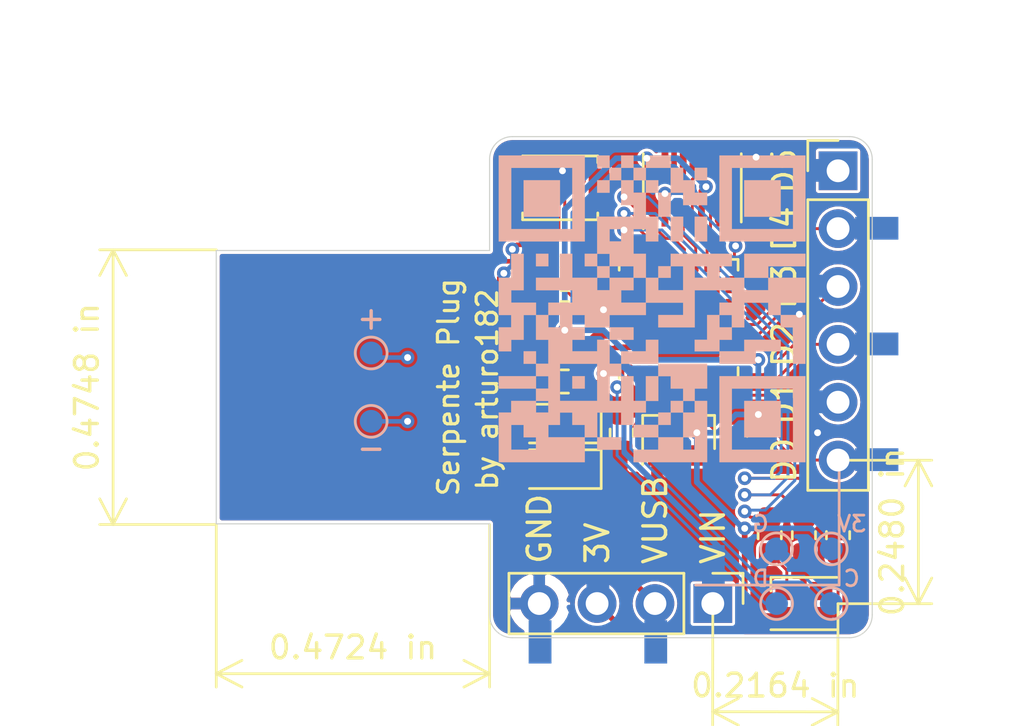
<source format=kicad_pcb>
(kicad_pcb (version 20171130) (host pcbnew 5.1.5-52549c5~84~ubuntu18.04.1)

  (general
    (thickness 1.6)
    (drawings 36)
    (tracks 258)
    (zones 0)
    (modules 28)
    (nets 39)
  )

  (page A4)
  (layers
    (0 F.Cu signal)
    (31 B.Cu signal)
    (32 B.Adhes user)
    (33 F.Adhes user)
    (34 B.Paste user)
    (35 F.Paste user)
    (36 B.SilkS user)
    (37 F.SilkS user)
    (38 B.Mask user)
    (39 F.Mask user)
    (40 Dwgs.User user)
    (41 Cmts.User user)
    (42 Eco1.User user)
    (43 Eco2.User user)
    (44 Edge.Cuts user)
    (45 Margin user)
    (46 B.CrtYd user hide)
    (47 F.CrtYd user)
    (48 B.Fab user hide)
    (49 F.Fab user hide)
  )

  (setup
    (last_trace_width 0.127)
    (trace_clearance 0.127)
    (zone_clearance 0.127)
    (zone_45_only no)
    (trace_min 0.127)
    (via_size 0.6)
    (via_drill 0.3)
    (via_min_size 0.6)
    (via_min_drill 0.3)
    (uvia_size 0.3)
    (uvia_drill 0.1)
    (uvias_allowed no)
    (uvia_min_size 0.2)
    (uvia_min_drill 0.1)
    (edge_width 0.05)
    (segment_width 0.2)
    (pcb_text_width 0.3)
    (pcb_text_size 1.5 1.5)
    (mod_edge_width 0.12)
    (mod_text_size 1 1)
    (mod_text_width 0.15)
    (pad_size 1.524 1.524)
    (pad_drill 0.762)
    (pad_to_mask_clearance 0.051)
    (solder_mask_min_width 0.25)
    (aux_axis_origin 0 0)
    (visible_elements 7FFFFF7F)
    (pcbplotparams
      (layerselection 0x010fc_ffffffff)
      (usegerberextensions true)
      (usegerberattributes false)
      (usegerberadvancedattributes false)
      (creategerberjobfile false)
      (excludeedgelayer true)
      (linewidth 0.100000)
      (plotframeref false)
      (viasonmask false)
      (mode 1)
      (useauxorigin false)
      (hpglpennumber 1)
      (hpglpenspeed 20)
      (hpglpendiameter 15.000000)
      (psnegative false)
      (psa4output false)
      (plotreference true)
      (plotvalue true)
      (plotinvisibletext false)
      (padsonsilk false)
      (subtractmaskfromsilk false)
      (outputformat 1)
      (mirror false)
      (drillshape 0)
      (scaleselection 1)
      (outputdirectory "gerb_plug"))
  )

  (net 0 "")
  (net 1 +5V)
  (net 2 GND)
  (net 3 +3V3)
  (net 4 "Net-(C4-Pad1)")
  (net 5 VBUS)
  (net 6 "Net-(D3-Pad3)")
  (net 7 "Net-(D3-Pad2)")
  (net 8 "Net-(D3-Pad1)")
  (net 9 /USB_D+)
  (net 10 /USB_D-)
  (net 11 VIN)
  (net 12 /GPIO5)
  (net 13 /GPIO4)
  (net 14 /GPIO3)
  (net 15 /GPIO2)
  (net 16 /GPIO1)
  (net 17 /GPIO0)
  (net 18 /LED_R)
  (net 19 /LED_G)
  (net 20 /LED_B)
  (net 21 "Net-(R6-Pad1)")
  (net 22 "Net-(SW1-Pad2)")
  (net 23 "Net-(TP2-Pad1)")
  (net 24 /FLASH_SCK)
  (net 25 /FLASH_MOSI)
  (net 26 /FLASH_MISO)
  (net 27 /FLASH_CS)
  (net 28 "Net-(U3-Pad27)")
  (net 29 "Net-(U3-Pad25)")
  (net 30 "Net-(U3-Pad15)")
  (net 31 "Net-(U3-Pad14)")
  (net 32 "Net-(U3-Pad13)")
  (net 33 "Net-(U3-Pad4)")
  (net 34 "Net-(U3-Pad3)")
  (net 35 "Net-(U3-Pad2)")
  (net 36 "Net-(U3-Pad1)")
  (net 37 "Net-(R7-Pad1)")
  (net 38 "Net-(R8-Pad1)")

  (net_class Default "This is the default net class."
    (clearance 0.127)
    (trace_width 0.127)
    (via_dia 0.6)
    (via_drill 0.3)
    (uvia_dia 0.3)
    (uvia_drill 0.1)
    (add_net +3V3)
    (add_net +5V)
    (add_net /FLASH_CS)
    (add_net /FLASH_MISO)
    (add_net /FLASH_MOSI)
    (add_net /FLASH_SCK)
    (add_net /GPIO0)
    (add_net /GPIO1)
    (add_net /GPIO2)
    (add_net /GPIO3)
    (add_net /GPIO4)
    (add_net /GPIO5)
    (add_net /LED_B)
    (add_net /LED_G)
    (add_net /LED_R)
    (add_net /USB_D+)
    (add_net /USB_D-)
    (add_net GND)
    (add_net "Net-(C4-Pad1)")
    (add_net "Net-(D3-Pad1)")
    (add_net "Net-(D3-Pad2)")
    (add_net "Net-(D3-Pad3)")
    (add_net "Net-(R6-Pad1)")
    (add_net "Net-(R7-Pad1)")
    (add_net "Net-(R8-Pad1)")
    (add_net "Net-(SW1-Pad2)")
    (add_net "Net-(TP2-Pad1)")
    (add_net "Net-(U3-Pad1)")
    (add_net "Net-(U3-Pad13)")
    (add_net "Net-(U3-Pad14)")
    (add_net "Net-(U3-Pad15)")
    (add_net "Net-(U3-Pad2)")
    (add_net "Net-(U3-Pad25)")
    (add_net "Net-(U3-Pad27)")
    (add_net "Net-(U3-Pad3)")
    (add_net "Net-(U3-Pad4)")
    (add_net VBUS)
    (add_net VIN)
  )

  (module Module:Serpente_SMD_Reverse (layer B.Cu) (tedit 5DADDCD7) (tstamp 5DAE453D)
    (at 7.747 -2.1072 270)
    (fp_text reference J2 (at -0.3556 -4.2418 270) (layer B.Fab)
      (effects (font (size 1 1) (thickness 0.15)) (justify mirror))
    )
    (fp_text value Serpente_SMD_Reverse (at -0.1524 -5.4102 90) (layer B.Fab)
      (effects (font (size 1 1) (thickness 0.15)) (justify mirror))
    )
    (fp_line (start 11.551226 0) (end 11.551226 6.299) (layer B.SilkS) (width 0.12))
    (fp_line (start 6.054226 0) (end 11.551226 0) (layer B.SilkS) (width 0.12))
    (fp_circle (center 12.440226 5.5236) (end 13.338252 5.5236) (layer B.Fab) (width 0.12))
    (fp_line (start 6.7552 24.75) (end 6.7552 15.75) (layer B.Fab) (width 0.15))
    (fp_line (start -8.7048 15.75) (end -8.7048 -3.175) (layer B.Fab) (width 0.15))
    (fp_line (start -5.2748 15.75) (end -8.7048 15.75) (layer B.Fab) (width 0.15))
    (fp_line (start 15.1892 15.75) (end 15.1892 -3.175) (layer B.Fab) (width 0.15))
    (fp_line (start -5.2748 24.75) (end 6.7552 24.75) (layer B.Fab) (width 0.15))
    (fp_line (start -5.2748 24.75) (end -5.2748 15.75) (layer B.Fab) (width 0.15))
    (fp_line (start 6.7552 15.75) (end 15.1892 15.75) (layer B.Fab) (width 0.15))
    (fp_line (start 15.1892 -3.175) (end -8.7048 -3.175) (layer B.Fab) (width 0.15))
    (fp_circle (center 12.4206 13.1572) (end 11.522574 13.1572) (layer B.Fab) (width 0.12))
    (fp_circle (center 12.4206 10.5918) (end 11.522574 10.5918) (layer B.Fab) (width 0.12))
    (fp_circle (center 12.4206 8.0518) (end 11.522574 8.0518) (layer B.Fab) (width 0.12))
    (fp_circle (center 6.054226 0.0254) (end 5.1562 0.0254) (layer B.Fab) (width 0.12))
    (fp_circle (center 3.514226 0) (end 2.6162 0) (layer B.Fab) (width 0.12))
    (fp_circle (center 0.974226 0) (end 0.0762 0) (layer B.Fab) (width 0.12))
    (fp_circle (center -1.565774 0) (end -2.4638 0) (layer B.Fab) (width 0.12))
    (fp_circle (center -4.131174 0) (end -5.0292 0) (layer B.Fab) (width 0.12))
    (fp_circle (center -6.645774 0) (end -7.5438 0) (layer B.Fab) (width 0.12))
    (pad 7 smd rect (at 10.7452 5.5236 270) (size 1.9 1) (layers B.Cu B.Paste B.Mask))
    (pad 10 smd rect (at 14.0452 13.1318 270) (size 1.9 1) (layers B.Cu B.Paste B.Mask))
    (pad 9 smd rect (at 10.7452 10.5918 270) (size 1.9 1) (layers B.Cu B.Paste B.Mask))
    (pad 8 smd rect (at 14.0452 8.0518 270) (size 1.9 1) (layers B.Cu B.Paste B.Mask))
    (pad 1 smd rect (at 6.0452 -1.65 180) (size 1.9 1) (layers B.Cu B.Paste B.Mask))
    (pad 2 smd rect (at 3.5052 1.65 180) (size 1.9 1) (layers B.Cu B.Paste B.Mask))
    (pad 3 smd rect (at 0.9652 -1.65 180) (size 1.9 1) (layers B.Cu B.Paste B.Mask))
    (pad 4 smd rect (at -1.5748 1.65 180) (size 1.9 1) (layers B.Cu B.Paste B.Mask))
    (pad 5 smd rect (at -4.1148 -1.65 180) (size 1.9 1) (layers B.Cu B.Paste B.Mask))
    (pad 6 smd rect (at -6.6548 1.65 180) (size 1.9 1) (layers B.Cu B.Paste B.Mask))
    (model ${KISYS3DMOD}/Connector_PinSocket_2.54mm.3dshapes/PinSocket_1x04_P2.54mm_Vertical_SMD_Pin1Right.wrl
      (offset (xyz 12.4 9.300000000000001 0))
      (scale (xyz 1 1 1))
      (rotate (xyz 0 0 0))
    )
    (model ${KISYS3DMOD}/Connector_PinSocket_2.54mm.3dshapes/PinSocket_1x06_P2.54mm_Vertical_SMD_Pin1Right.step
      (offset (xyz -0.3 0 0))
      (scale (xyz 1 1 1))
      (rotate (xyz 0 0 90))
    )
    (model ${KISYS3DMOD}/Module.3dshapes/serpente_plug.wrl
      (offset (xyz 2.2 7.7 11))
      (scale (xyz 0.3937 0.3937 0.3937))
      (rotate (xyz 180 0 90))
    )
  )

  (module serpente:qrcode (layer B.Cu) (tedit 0) (tstamp 5D58FD56)
    (at -0.4826 -2.667 180)
    (attr virtual)
    (fp_text reference G*** (at 0 0) (layer B.SilkS) hide
      (effects (font (size 1.524 1.524) (thickness 0.3)) (justify mirror))
    )
    (fp_text value LOGO (at 0.75 0) (layer B.SilkS) hide
      (effects (font (size 1.524 1.524) (thickness 0.3)) (justify mirror))
    )
    (fp_poly (pts (xy 5.624286 4.064) (xy 4.027715 4.064) (xy 4.027715 5.660571) (xy 5.624286 5.660571)
      (xy 5.624286 4.064)) (layer B.SilkS) (width 0.01))
    (fp_poly (pts (xy -4.064 4.064) (xy -5.660571 4.064) (xy -5.660571 5.660571) (xy -4.064 5.660571)
      (xy -4.064 4.064)) (layer B.SilkS) (width 0.01))
    (fp_poly (pts (xy 0.254 5.116285) (xy -0.290285 5.116285) (xy -0.290285 5.660571) (xy 0.254 5.660571)
      (xy 0.254 5.116285)) (layer B.SilkS) (width 0.01))
    (fp_poly (pts (xy 3.483429 -3.483429) (xy 2.939143 -3.483429) (xy 2.939143 -2.939143) (xy 3.483429 -2.939143)
      (xy 3.483429 -3.483429)) (layer B.SilkS) (width 0.01))
    (fp_poly (pts (xy 0.254 -4.027715) (xy -0.290285 -4.027715) (xy -0.290285 -2.939143) (xy 0.254 -2.939143)
      (xy 0.254 -4.027715)) (layer B.SilkS) (width 0.01))
    (fp_poly (pts (xy -1.378857 -4.535715) (xy -1.378857 -4.027715) (xy -0.834571 -4.027715) (xy -0.834571 -4.535715)
      (xy -1.378857 -4.535715)) (layer B.SilkS) (width 0.01))
    (fp_poly (pts (xy -0.290285 -4.535715) (xy -0.290285 -5.08) (xy -0.834571 -5.08) (xy -0.834571 -4.535715)
      (xy -0.290285 -4.535715)) (layer B.SilkS) (width 0.01))
    (fp_poly (pts (xy -4.064 -5.624286) (xy -5.660571 -5.624286) (xy -5.660571 -4.027715) (xy -4.064 -4.027715)
      (xy -4.064 -5.624286)) (layer B.SilkS) (width 0.01))
    (fp_poly (pts (xy 6.712857 2.975428) (xy 2.939143 2.975428) (xy 2.939143 6.204857) (xy 3.483429 6.204857)
      (xy 3.483429 3.519714) (xy 6.168572 3.519714) (xy 6.168572 6.204857) (xy 3.483429 6.204857)
      (xy 2.939143 6.204857) (xy 2.939143 6.749143) (xy 6.712857 6.749143) (xy 6.712857 2.975428)) (layer B.SilkS) (width 0.01))
    (fp_poly (pts (xy -1.886857 2.975428) (xy -2.431142 2.975428) (xy -2.431142 4.064) (xy -1.886857 4.064)
      (xy -1.886857 2.975428)) (layer B.SilkS) (width 0.01))
    (fp_poly (pts (xy -2.975428 2.975428) (xy -6.749143 2.975428) (xy -6.749143 6.204857) (xy -6.204857 6.204857)
      (xy -6.204857 3.519714) (xy -3.519714 3.519714) (xy -3.519714 6.204857) (xy -6.204857 6.204857)
      (xy -6.749143 6.204857) (xy -6.749143 6.749143) (xy -2.975428 6.749143) (xy -2.975428 2.975428)) (layer B.SilkS) (width 0.01))
    (fp_poly (pts (xy 5.08 1.886857) (xy 4.535715 1.886857) (xy 4.535715 2.431142) (xy 5.08 2.431142)
      (xy 5.08 1.886857)) (layer B.SilkS) (width 0.01))
    (fp_poly (pts (xy 2.394858 1.378857) (xy 3.483429 1.378857) (xy 3.483429 2.431142) (xy 4.027715 2.431142)
      (xy 4.027715 1.378857) (xy 5.08 1.378857) (xy 5.08 0.834571) (xy 3.483429 0.834571)
      (xy 3.483429 0.290285) (xy 4.535715 0.290285) (xy 4.535715 -0.254) (xy 5.08 -0.254)
      (xy 5.08 -1.342572) (xy 4.535715 -1.342572) (xy 4.535715 -2.394858) (xy 5.08 -2.394858)
      (xy 5.08 -2.939143) (xy 4.535715 -2.939143) (xy 4.535715 -3.483429) (xy 5.08 -3.483429)
      (xy 5.08 -4.027715) (xy 6.168572 -4.027715) (xy 6.168572 -4.535715) (xy 6.712857 -4.535715)
      (xy 6.712857 -6.712857) (xy 2.939143 -6.712857) (xy 2.939143 -5.624286) (xy 2.394858 -5.624286)
      (xy 2.394858 -5.08) (xy 2.939143 -5.08) (xy 2.939143 -5.624286) (xy 4.535715 -5.624286)
      (xy 5.08 -5.624286) (xy 5.08 -6.168572) (xy 6.168572 -6.168572) (xy 6.168572 -5.08)
      (xy 5.624286 -5.08) (xy 5.624286 -5.624286) (xy 5.08 -5.624286) (xy 4.535715 -5.624286)
      (xy 4.535715 -5.08) (xy 4.027715 -5.08) (xy 4.027715 -4.535715) (xy 3.483429 -4.535715)
      (xy 3.483429 -5.08) (xy 2.939143 -5.08) (xy 2.394858 -5.08) (xy 2.394858 -4.535715)
      (xy 1.342572 -4.535715) (xy 1.342572 -5.08) (xy 0.798286 -5.08) (xy 0.798286 -5.624286)
      (xy -0.290285 -5.624286) (xy -0.290285 -6.168572) (xy 0.798286 -6.168572) (xy 0.798286 -6.712857)
      (xy -2.431142 -6.712857) (xy -2.431142 -5.624286) (xy -1.886857 -5.624286) (xy -1.886857 -6.168572)
      (xy -1.378857 -6.168572) (xy -1.378857 -5.624286) (xy -1.886857 -5.624286) (xy -2.431142 -5.624286)
      (xy -2.431142 -4.027715) (xy -1.886857 -4.027715) (xy -1.886857 -4.535715) (xy -1.378857 -4.535715)
      (xy -1.378857 -5.624286) (xy -0.290285 -5.624286) (xy -0.290285 -5.08) (xy 0.798286 -5.08)
      (xy 0.798286 -4.535715) (xy 0.254 -4.535715) (xy 0.254 -4.027715) (xy 0.798286 -4.027715)
      (xy 0.798286 -2.939143) (xy 1.342572 -2.939143) (xy 1.342572 -4.027715) (xy 1.850572 -4.027715)
      (xy 1.850572 -2.939143) (xy 1.342572 -2.939143) (xy 1.342572 -2.394858) (xy -0.290285 -2.394858)
      (xy -0.290285 -2.939143) (xy -0.834571 -2.939143) (xy -0.834571 -3.483429) (xy -1.378857 -3.483429)
      (xy -1.378857 -4.027715) (xy -1.886857 -4.027715) (xy -1.886857 -3.483429) (xy -2.431142 -3.483429)
      (xy -2.431142 -2.394858) (xy -0.290285 -2.394858) (xy -0.290285 -1.342572) (xy 0.254 -1.342572)
      (xy 0.254 -1.850572) (xy 1.342572 -1.850572) (xy 1.342572 -2.394858) (xy 1.850572 -2.394858)
      (xy 2.394858 -2.394858) (xy 2.394858 -4.027715) (xy 4.027715 -4.027715) (xy 4.535715 -4.027715)
      (xy 4.535715 -4.535715) (xy 5.08 -4.535715) (xy 5.08 -4.027715) (xy 4.535715 -4.027715)
      (xy 4.027715 -4.027715) (xy 4.027715 -2.394858) (xy 2.394858 -2.394858) (xy 1.850572 -2.394858)
      (xy 1.850572 -1.342572) (xy 0.798286 -1.342572) (xy 0.798286 -0.798286) (xy 1.850572 -0.798286)
      (xy 1.850572 -1.342572) (xy 2.394858 -1.342572) (xy 2.394858 -1.850572) (xy 3.483429 -1.850572)
      (xy 3.483429 -1.342572) (xy 2.939143 -1.342572) (xy 2.939143 -0.798286) (xy 1.850572 -0.798286)
      (xy 1.850572 -0.254) (xy 2.939143 -0.254) (xy 2.939143 -0.798286) (xy 3.483429 -0.798286)
      (xy 3.483429 -0.254) (xy 4.027715 -0.254) (xy 4.027715 -0.798286) (xy 4.535715 -0.798286)
      (xy 4.535715 -0.254) (xy 4.027715 -0.254) (xy 3.483429 -0.254) (xy 2.939143 -0.254)
      (xy 1.850572 -0.254) (xy 0.254 -0.254) (xy 0.254 0.290285) (xy 1.342572 0.290285)
      (xy 1.342572 0.834571) (xy 0.798286 0.834571) (xy 0.798286 1.378857) (xy 1.850572 1.378857)
      (xy 1.850572 0.834571) (xy 2.394858 0.834571) (xy 2.394858 1.378857) (xy 1.850572 1.378857)
      (xy 1.850572 1.886857) (xy 2.394858 1.886857) (xy 2.394858 1.378857)) (layer B.SilkS) (width 0.01))
    (fp_poly (pts (xy 2.394858 2.431142) (xy 2.939143 2.431142) (xy 2.939143 1.886857) (xy 2.394858 1.886857)
      (xy 2.394858 2.431142)) (layer B.SilkS) (width 0.01))
    (fp_poly (pts (xy 5.08 0.290285) (xy 6.168572 0.290285) (xy 6.168572 0.834571) (xy 5.624286 0.834571)
      (xy 5.624286 2.431142) (xy 6.168572 2.431142) (xy 6.168572 1.378857) (xy 6.712857 1.378857)
      (xy 6.712857 -0.254) (xy 6.168572 -0.254) (xy 6.168572 -0.798286) (xy 6.712857 -0.798286)
      (xy 6.712857 -1.850572) (xy 6.168572 -1.850572) (xy 6.168572 -1.342572) (xy 5.624286 -1.342572)
      (xy 5.624286 -0.254) (xy 5.08 -0.254) (xy 5.08 0.290285)) (layer B.SilkS) (width 0.01))
    (fp_poly (pts (xy 5.08 -1.850572) (xy 5.624286 -1.850572) (xy 5.624286 -2.394858) (xy 5.08 -2.394858)
      (xy 5.08 -1.850572)) (layer B.SilkS) (width 0.01))
    (fp_poly (pts (xy 5.08 -2.939143) (xy 6.712857 -2.939143) (xy 6.712857 -3.483429) (xy 5.08 -3.483429)
      (xy 5.08 -2.939143)) (layer B.SilkS) (width 0.01))
    (fp_poly (pts (xy -1.378857 0.290285) (xy -1.378857 -0.254) (xy -0.290285 -0.254) (xy -0.290285 -0.798286)
      (xy -1.886857 -0.798286) (xy -1.886857 0.834571) (xy -3.519714 0.834571) (xy -3.519714 0.290285)
      (xy -2.975428 0.290285) (xy -2.975428 -0.254) (xy -3.519714 -0.254) (xy -3.519714 -0.798286)
      (xy -4.064 -0.798286) (xy -4.064 0.290285) (xy -5.116285 0.290285) (xy -5.116285 -0.254)
      (xy -5.660571 -0.254) (xy -5.660571 0.290285) (xy -6.749143 0.290285) (xy -6.749143 1.378857)
      (xy -5.116285 1.378857) (xy -5.116285 0.834571) (xy -4.064 0.834571) (xy -4.064 1.378857)
      (xy -5.116285 1.378857) (xy -5.116285 1.886857) (xy -6.749143 1.886857) (xy -6.749143 2.431142)
      (xy -4.064 2.431142) (xy -4.064 1.378857) (xy -2.975428 1.378857) (xy -2.975428 1.886857)
      (xy -2.431142 1.886857) (xy -2.431142 1.378857) (xy -1.886857 1.378857) (xy -1.886857 1.886857)
      (xy -2.431142 1.886857) (xy -2.975428 1.886857) (xy -3.519714 1.886857) (xy -3.519714 2.431142)
      (xy -0.834571 2.431142) (xy -0.834571 1.886857) (xy -1.378857 1.886857) (xy -1.378857 0.834571)
      (xy -0.290285 0.834571) (xy -0.290285 1.378857) (xy 0.254 1.378857) (xy 0.254 0.290285)
      (xy -1.378857 0.290285)) (layer B.SilkS) (width 0.01))
    (fp_poly (pts (xy -2.975428 -1.342572) (xy -3.519714 -1.342572) (xy -3.519714 -0.798286) (xy -2.975428 -0.798286)
      (xy -2.975428 -0.254) (xy -2.431142 -0.254) (xy -2.431142 -1.342572) (xy -1.886857 -1.342572)
      (xy -1.886857 -1.850572) (xy -2.975428 -1.850572) (xy -2.975428 -1.342572)) (layer B.SilkS) (width 0.01))
    (fp_poly (pts (xy 2.394858 -6.168572) (xy 1.342572 -6.168572) (xy 1.342572 -5.624286) (xy 2.394858 -5.624286)
      (xy 2.394858 -6.168572)) (layer B.SilkS) (width 0.01))
    (fp_poly (pts (xy -2.975428 -2.394858) (xy -4.572 -2.394858) (xy -4.572 -1.850572) (xy -5.660571 -1.850572)
      (xy -5.660571 -1.342572) (xy -4.064 -1.342572) (xy -4.064 -1.850572) (xy -2.975428 -1.850572)
      (xy -2.975428 -2.394858)) (layer B.SilkS) (width 0.01))
    (fp_poly (pts (xy 1.850572 5.660571) (xy 1.342572 5.660571) (xy 1.342572 4.572) (xy 0.798286 4.572)
      (xy 0.798286 4.064) (xy 2.394858 4.064) (xy 2.394858 2.431142) (xy 1.850572 2.431142)
      (xy 1.850572 1.886857) (xy 0.798286 1.886857) (xy 0.798286 1.378857) (xy 0.254 1.378857)
      (xy 0.254 2.431142) (xy 0.798286 2.431142) (xy 0.798286 3.519714) (xy 1.342572 3.519714)
      (xy 1.342572 2.975428) (xy 1.850572 2.975428) (xy 1.850572 3.519714) (xy 1.342572 3.519714)
      (xy 0.798286 3.519714) (xy 0.254 3.519714) (xy 0.254 2.975428) (xy -0.290285 2.975428)
      (xy -0.290285 4.064) (xy 0.254 4.064) (xy 0.254 5.116285) (xy 0.798286 5.116285)
      (xy 0.798286 5.660571) (xy 0.254 5.660571) (xy 0.254 6.204857) (xy 0.798286 6.204857)
      (xy 0.798286 5.660571) (xy 1.342572 5.660571) (xy 1.342572 6.204857) (xy 0.798286 6.204857)
      (xy 0.798286 6.749143) (xy 1.342572 6.749143) (xy 1.342572 6.204857) (xy 1.850572 6.204857)
      (xy 1.850572 5.660571)) (layer B.SilkS) (width 0.01))
    (fp_poly (pts (xy -5.660571 -0.798286) (xy -6.204857 -0.798286) (xy -6.204857 -2.394858) (xy -6.749143 -2.394858)
      (xy -6.749143 -0.254) (xy -5.660571 -0.254) (xy -5.660571 -0.798286)) (layer B.SilkS) (width 0.01))
    (fp_poly (pts (xy 1.850572 6.749143) (xy 2.394858 6.749143) (xy 2.394858 6.204857) (xy 1.850572 6.204857)
      (xy 1.850572 6.749143)) (layer B.SilkS) (width 0.01))
    (fp_poly (pts (xy -0.834571 5.116285) (xy -0.290285 5.116285) (xy -0.290285 4.064) (xy -0.834571 4.064)
      (xy -0.834571 5.116285)) (layer B.SilkS) (width 0.01))
    (fp_poly (pts (xy -0.834571 1.378857) (xy -0.834571 1.886857) (xy -0.290285 1.886857) (xy -0.290285 1.378857)
      (xy -0.834571 1.378857)) (layer B.SilkS) (width 0.01))
    (fp_poly (pts (xy -0.834571 2.975428) (xy -1.378857 2.975428) (xy -1.378857 4.064) (xy -0.834571 4.064)
      (xy -0.834571 2.975428)) (layer B.SilkS) (width 0.01))
    (fp_poly (pts (xy -0.834571 6.204857) (xy -0.834571 6.749143) (xy 0.254 6.749143) (xy 0.254 6.204857)
      (xy -0.834571 6.204857)) (layer B.SilkS) (width 0.01))
    (fp_poly (pts (xy -1.378857 5.660571) (xy -1.378857 6.204857) (xy -0.834571 6.204857) (xy -0.834571 5.116285)
      (xy -1.378857 5.116285) (xy -1.378857 4.572) (xy -2.431142 4.572) (xy -2.431142 5.116285)
      (xy -1.886857 5.116285) (xy -1.886857 5.660571) (xy -1.378857 5.660571)) (layer B.SilkS) (width 0.01))
    (fp_poly (pts (xy 2.394858 5.116285) (xy 1.850572 5.116285) (xy 1.850572 5.660571) (xy 2.394858 5.660571)
      (xy 2.394858 5.116285)) (layer B.SilkS) (width 0.01))
    (fp_poly (pts (xy -2.431142 5.660571) (xy -2.431142 6.204857) (xy -1.886857 6.204857) (xy -1.886857 5.660571)
      (xy -2.431142 5.660571)) (layer B.SilkS) (width 0.01))
    (fp_poly (pts (xy -2.975428 -6.712857) (xy -6.749143 -6.712857) (xy -6.749143 -3.483429) (xy -6.204857 -3.483429)
      (xy -6.204857 -6.168572) (xy -3.519714 -6.168572) (xy -3.519714 -3.483429) (xy -6.204857 -3.483429)
      (xy -6.749143 -3.483429) (xy -6.749143 -2.939143) (xy -2.975428 -2.939143) (xy -2.975428 -6.712857)) (layer B.SilkS) (width 0.01))
  )

  (module TestPoint:TestPoint_Pad_D1.0mm (layer B.Cu) (tedit 5A0F774F) (tstamp 5D594895)
    (at -12.8006 -0.745)
    (descr "SMD pad as test Point, diameter 1.0mm")
    (tags "test point SMD pad")
    (path /5D6CB8FB)
    (attr virtual)
    (fp_text reference TP6 (at 0 1.448) (layer B.SilkS) hide
      (effects (font (size 1 1) (thickness 0.15)) (justify mirror))
    )
    (fp_text value TP_USB_D+ (at 0 -1.55) (layer B.Fab)
      (effects (font (size 1 1) (thickness 0.15)) (justify mirror))
    )
    (fp_circle (center 0 0) (end 0 -0.7) (layer B.SilkS) (width 0.12))
    (fp_circle (center 0 0) (end 1 0) (layer B.CrtYd) (width 0.05))
    (fp_text user %R (at 0 1.45) (layer B.Fab)
      (effects (font (size 1 1) (thickness 0.15)) (justify mirror))
    )
    (pad 1 smd circle (at 0 0) (size 1 1) (layers B.Cu B.Mask)
      (net 9 /USB_D+))
  )

  (module TestPoint:TestPoint_Pad_D1.0mm (layer B.Cu) (tedit 5A0F774F) (tstamp 5D59488D)
    (at -12.8006 2.255)
    (descr "SMD pad as test Point, diameter 1.0mm")
    (tags "test point SMD pad")
    (path /5D6C95EC)
    (attr virtual)
    (fp_text reference TP5 (at 0 1.448) (layer B.SilkS) hide
      (effects (font (size 1 1) (thickness 0.15)) (justify mirror))
    )
    (fp_text value TP_USB_D- (at 0 -1.55) (layer B.Fab)
      (effects (font (size 1 1) (thickness 0.15)) (justify mirror))
    )
    (fp_circle (center 0 0) (end 0 -0.7) (layer B.SilkS) (width 0.12))
    (fp_circle (center 0 0) (end 1 0) (layer B.CrtYd) (width 0.05))
    (fp_text user %R (at 0 1.45) (layer B.Fab)
      (effects (font (size 1 1) (thickness 0.15)) (justify mirror))
    )
    (pad 1 smd circle (at 0 0) (size 1 1) (layers B.Cu B.Mask)
      (net 10 /USB_D-))
  )

  (module Resistor_SMD:R_0603_1608Metric (layer F.Cu) (tedit 5B301BBD) (tstamp 5D58E99A)
    (at -4.3006 -3.995 180)
    (descr "Resistor SMD 0603 (1608 Metric), square (rectangular) end terminal, IPC_7351 nominal, (Body size source: http://www.tortai-tech.com/upload/download/2011102023233369053.pdf), generated with kicad-footprint-generator")
    (tags resistor)
    (path /5D6642A1)
    (attr smd)
    (fp_text reference R8 (at 0 -1.43) (layer F.SilkS) hide
      (effects (font (size 1 1) (thickness 0.15)))
    )
    (fp_text value 22R (at 0 1.43) (layer F.Fab)
      (effects (font (size 1 1) (thickness 0.15)))
    )
    (fp_text user %R (at 0 0) (layer F.Fab)
      (effects (font (size 0.4 0.4) (thickness 0.06)))
    )
    (fp_line (start 1.48 0.73) (end -1.48 0.73) (layer F.CrtYd) (width 0.05))
    (fp_line (start 1.48 -0.73) (end 1.48 0.73) (layer F.CrtYd) (width 0.05))
    (fp_line (start -1.48 -0.73) (end 1.48 -0.73) (layer F.CrtYd) (width 0.05))
    (fp_line (start -1.48 0.73) (end -1.48 -0.73) (layer F.CrtYd) (width 0.05))
    (fp_line (start -0.162779 0.51) (end 0.162779 0.51) (layer F.SilkS) (width 0.12))
    (fp_line (start -0.162779 -0.51) (end 0.162779 -0.51) (layer F.SilkS) (width 0.12))
    (fp_line (start 0.8 0.4) (end -0.8 0.4) (layer F.Fab) (width 0.1))
    (fp_line (start 0.8 -0.4) (end 0.8 0.4) (layer F.Fab) (width 0.1))
    (fp_line (start -0.8 -0.4) (end 0.8 -0.4) (layer F.Fab) (width 0.1))
    (fp_line (start -0.8 0.4) (end -0.8 -0.4) (layer F.Fab) (width 0.1))
    (pad 2 smd roundrect (at 0.7875 0 180) (size 0.875 0.95) (layers F.Cu F.Paste F.Mask) (roundrect_rratio 0.25)
      (net 9 /USB_D+))
    (pad 1 smd roundrect (at -0.7875 0 180) (size 0.875 0.95) (layers F.Cu F.Paste F.Mask) (roundrect_rratio 0.25)
      (net 38 "Net-(R8-Pad1)"))
    (model ${KISYS3DMOD}/Resistor_SMD.3dshapes/R_0603_1608Metric.wrl
      (at (xyz 0 0 0))
      (scale (xyz 1 1 1))
      (rotate (xyz 0 0 0))
    )
  )

  (module Resistor_SMD:R_0603_1608Metric (layer F.Cu) (tedit 5B301BBD) (tstamp 5D58E989)
    (at -4.3006 -5.495 180)
    (descr "Resistor SMD 0603 (1608 Metric), square (rectangular) end terminal, IPC_7351 nominal, (Body size source: http://www.tortai-tech.com/upload/download/2011102023233369053.pdf), generated with kicad-footprint-generator")
    (tags resistor)
    (path /5D663658)
    (attr smd)
    (fp_text reference R7 (at 0 -1.43) (layer F.SilkS) hide
      (effects (font (size 1 1) (thickness 0.15)))
    )
    (fp_text value 22R (at 0 1.43) (layer F.Fab)
      (effects (font (size 1 1) (thickness 0.15)))
    )
    (fp_text user %R (at 0 0) (layer F.Fab)
      (effects (font (size 0.4 0.4) (thickness 0.06)))
    )
    (fp_line (start 1.48 0.73) (end -1.48 0.73) (layer F.CrtYd) (width 0.05))
    (fp_line (start 1.48 -0.73) (end 1.48 0.73) (layer F.CrtYd) (width 0.05))
    (fp_line (start -1.48 -0.73) (end 1.48 -0.73) (layer F.CrtYd) (width 0.05))
    (fp_line (start -1.48 0.73) (end -1.48 -0.73) (layer F.CrtYd) (width 0.05))
    (fp_line (start -0.162779 0.51) (end 0.162779 0.51) (layer F.SilkS) (width 0.12))
    (fp_line (start -0.162779 -0.51) (end 0.162779 -0.51) (layer F.SilkS) (width 0.12))
    (fp_line (start 0.8 0.4) (end -0.8 0.4) (layer F.Fab) (width 0.1))
    (fp_line (start 0.8 -0.4) (end 0.8 0.4) (layer F.Fab) (width 0.1))
    (fp_line (start -0.8 -0.4) (end 0.8 -0.4) (layer F.Fab) (width 0.1))
    (fp_line (start -0.8 0.4) (end -0.8 -0.4) (layer F.Fab) (width 0.1))
    (pad 2 smd roundrect (at 0.7875 0 180) (size 0.875 0.95) (layers F.Cu F.Paste F.Mask) (roundrect_rratio 0.25)
      (net 10 /USB_D-))
    (pad 1 smd roundrect (at -0.7875 0 180) (size 0.875 0.95) (layers F.Cu F.Paste F.Mask) (roundrect_rratio 0.25)
      (net 37 "Net-(R7-Pad1)"))
    (model ${KISYS3DMOD}/Resistor_SMD.3dshapes/R_0603_1608Metric.wrl
      (at (xyz 0 0 0))
      (scale (xyz 1 1 1))
      (rotate (xyz 0 0 0))
    )
  )

  (module Diode_SMD:D_SOD-323_HandSoldering (layer F.Cu) (tedit 58641869) (tstamp 5D589263)
    (at -4.6006 4.355 180)
    (descr SOD-323)
    (tags SOD-323)
    (path /5D572C79)
    (attr smd)
    (fp_text reference D2 (at 0 -1.85) (layer F.SilkS) hide
      (effects (font (size 1 1) (thickness 0.15)))
    )
    (fp_text value D_Schottky_Small (at 0.1 1.9) (layer F.Fab)
      (effects (font (size 1 1) (thickness 0.15)))
    )
    (fp_line (start -1.9 -0.85) (end 1.25 -0.85) (layer F.SilkS) (width 0.12))
    (fp_line (start -1.9 0.85) (end 1.25 0.85) (layer F.SilkS) (width 0.12))
    (fp_line (start -2 -0.95) (end -2 0.95) (layer F.CrtYd) (width 0.05))
    (fp_line (start -2 0.95) (end 2 0.95) (layer F.CrtYd) (width 0.05))
    (fp_line (start 2 -0.95) (end 2 0.95) (layer F.CrtYd) (width 0.05))
    (fp_line (start -2 -0.95) (end 2 -0.95) (layer F.CrtYd) (width 0.05))
    (fp_line (start -0.9 -0.7) (end 0.9 -0.7) (layer F.Fab) (width 0.1))
    (fp_line (start 0.9 -0.7) (end 0.9 0.7) (layer F.Fab) (width 0.1))
    (fp_line (start 0.9 0.7) (end -0.9 0.7) (layer F.Fab) (width 0.1))
    (fp_line (start -0.9 0.7) (end -0.9 -0.7) (layer F.Fab) (width 0.1))
    (fp_line (start -0.3 -0.35) (end -0.3 0.35) (layer F.Fab) (width 0.1))
    (fp_line (start -0.3 0) (end -0.5 0) (layer F.Fab) (width 0.1))
    (fp_line (start -0.3 0) (end 0.2 -0.35) (layer F.Fab) (width 0.1))
    (fp_line (start 0.2 -0.35) (end 0.2 0.35) (layer F.Fab) (width 0.1))
    (fp_line (start 0.2 0.35) (end -0.3 0) (layer F.Fab) (width 0.1))
    (fp_line (start 0.2 0) (end 0.45 0) (layer F.Fab) (width 0.1))
    (fp_line (start -1.9 -0.85) (end -1.9 0.85) (layer F.SilkS) (width 0.12))
    (fp_text user %R (at 0 -1.85) (layer F.Fab)
      (effects (font (size 1 1) (thickness 0.15)))
    )
    (pad 2 smd rect (at 1.25 0 180) (size 1 1) (layers F.Cu F.Paste F.Mask)
      (net 11 VIN))
    (pad 1 smd rect (at -1.25 0 180) (size 1 1) (layers F.Cu F.Paste F.Mask)
      (net 1 +5V))
    (model ${KISYS3DMOD}/Diode_SMD.3dshapes/D_SOD-323.wrl
      (at (xyz 0 0 0))
      (scale (xyz 1 1 1))
      (rotate (xyz 0 0 0))
    )
  )

  (module Diode_SMD:D_SOD-323_HandSoldering (layer F.Cu) (tedit 58641869) (tstamp 5D58924B)
    (at -4.6006 2.355 180)
    (descr SOD-323)
    (tags SOD-323)
    (path /5D571794)
    (attr smd)
    (fp_text reference D1 (at 0 -1.85) (layer F.SilkS) hide
      (effects (font (size 1 1) (thickness 0.15)))
    )
    (fp_text value D_Schottky_Small (at 0.1 1.9) (layer F.Fab)
      (effects (font (size 1 1) (thickness 0.15)))
    )
    (fp_line (start -1.9 -0.85) (end 1.25 -0.85) (layer F.SilkS) (width 0.12))
    (fp_line (start -1.9 0.85) (end 1.25 0.85) (layer F.SilkS) (width 0.12))
    (fp_line (start -2 -0.95) (end -2 0.95) (layer F.CrtYd) (width 0.05))
    (fp_line (start -2 0.95) (end 2 0.95) (layer F.CrtYd) (width 0.05))
    (fp_line (start 2 -0.95) (end 2 0.95) (layer F.CrtYd) (width 0.05))
    (fp_line (start -2 -0.95) (end 2 -0.95) (layer F.CrtYd) (width 0.05))
    (fp_line (start -0.9 -0.7) (end 0.9 -0.7) (layer F.Fab) (width 0.1))
    (fp_line (start 0.9 -0.7) (end 0.9 0.7) (layer F.Fab) (width 0.1))
    (fp_line (start 0.9 0.7) (end -0.9 0.7) (layer F.Fab) (width 0.1))
    (fp_line (start -0.9 0.7) (end -0.9 -0.7) (layer F.Fab) (width 0.1))
    (fp_line (start -0.3 -0.35) (end -0.3 0.35) (layer F.Fab) (width 0.1))
    (fp_line (start -0.3 0) (end -0.5 0) (layer F.Fab) (width 0.1))
    (fp_line (start -0.3 0) (end 0.2 -0.35) (layer F.Fab) (width 0.1))
    (fp_line (start 0.2 -0.35) (end 0.2 0.35) (layer F.Fab) (width 0.1))
    (fp_line (start 0.2 0.35) (end -0.3 0) (layer F.Fab) (width 0.1))
    (fp_line (start 0.2 0) (end 0.45 0) (layer F.Fab) (width 0.1))
    (fp_line (start -1.9 -0.85) (end -1.9 0.85) (layer F.SilkS) (width 0.12))
    (fp_text user %R (at 0 -1.85) (layer F.Fab)
      (effects (font (size 1 1) (thickness 0.15)))
    )
    (pad 2 smd rect (at 1.25 0 180) (size 1 1) (layers F.Cu F.Paste F.Mask)
      (net 5 VBUS))
    (pad 1 smd rect (at -1.25 0 180) (size 1 1) (layers F.Cu F.Paste F.Mask)
      (net 1 +5V))
    (model ${KISYS3DMOD}/Diode_SMD.3dshapes/D_SOD-323.wrl
      (at (xyz 0 0 0))
      (scale (xyz 1 1 1))
      (rotate (xyz 0 0 0))
    )
  )

  (module Package_DFN_QFN:QFN-32-1EP_5x5mm_P0.5mm_EP3.6x3.6mm (layer F.Cu) (tedit 5B4E85CF) (tstamp 5D58B9F6)
    (at 0.6994 -2.245 90)
    (descr "QFN, 32 Pin (http://infocenter.nordicsemi.com/pdf/nRF52810_PS_v1.1.pdf (Page 468)), generated with kicad-footprint-generator ipc_dfn_qfn_generator.py")
    (tags "QFN DFN_QFN")
    (path /5D5905F0)
    (attr smd)
    (fp_text reference U3 (at 0 -3.8 90) (layer F.SilkS) hide
      (effects (font (size 1 1) (thickness 0.15)))
    )
    (fp_text value ATSAMD21E18A (at 0 3.8 90) (layer F.Fab)
      (effects (font (size 1 1) (thickness 0.15)))
    )
    (fp_text user %R (at 0 0 90) (layer F.Fab)
      (effects (font (size 1 1) (thickness 0.15)))
    )
    (fp_line (start 3.1 -3.1) (end -3.1 -3.1) (layer F.CrtYd) (width 0.05))
    (fp_line (start 3.1 3.1) (end 3.1 -3.1) (layer F.CrtYd) (width 0.05))
    (fp_line (start -3.1 3.1) (end 3.1 3.1) (layer F.CrtYd) (width 0.05))
    (fp_line (start -3.1 -3.1) (end -3.1 3.1) (layer F.CrtYd) (width 0.05))
    (fp_line (start -2.5 -1.5) (end -1.5 -2.5) (layer F.Fab) (width 0.1))
    (fp_line (start -2.5 2.5) (end -2.5 -1.5) (layer F.Fab) (width 0.1))
    (fp_line (start 2.5 2.5) (end -2.5 2.5) (layer F.Fab) (width 0.1))
    (fp_line (start 2.5 -2.5) (end 2.5 2.5) (layer F.Fab) (width 0.1))
    (fp_line (start -1.5 -2.5) (end 2.5 -2.5) (layer F.Fab) (width 0.1))
    (fp_line (start -2.135 -2.61) (end -2.61 -2.61) (layer F.SilkS) (width 0.12))
    (fp_line (start 2.61 2.61) (end 2.61 2.135) (layer F.SilkS) (width 0.12))
    (fp_line (start 2.135 2.61) (end 2.61 2.61) (layer F.SilkS) (width 0.12))
    (fp_line (start -2.61 2.61) (end -2.61 2.135) (layer F.SilkS) (width 0.12))
    (fp_line (start -2.135 2.61) (end -2.61 2.61) (layer F.SilkS) (width 0.12))
    (fp_line (start 2.61 -2.61) (end 2.61 -2.135) (layer F.SilkS) (width 0.12))
    (fp_line (start 2.135 -2.61) (end 2.61 -2.61) (layer F.SilkS) (width 0.12))
    (pad 32 smd roundrect (at -1.75 -2.45 90) (size 0.25 0.8) (layers F.Cu F.Paste F.Mask) (roundrect_rratio 0.25)
      (net 23 "Net-(TP2-Pad1)"))
    (pad 31 smd roundrect (at -1.25 -2.45 90) (size 0.25 0.8) (layers F.Cu F.Paste F.Mask) (roundrect_rratio 0.25)
      (net 21 "Net-(R6-Pad1)"))
    (pad 30 smd roundrect (at -0.75 -2.45 90) (size 0.25 0.8) (layers F.Cu F.Paste F.Mask) (roundrect_rratio 0.25)
      (net 3 +3V3))
    (pad 29 smd roundrect (at -0.25 -2.45 90) (size 0.25 0.8) (layers F.Cu F.Paste F.Mask) (roundrect_rratio 0.25)
      (net 4 "Net-(C4-Pad1)"))
    (pad 28 smd roundrect (at 0.25 -2.45 90) (size 0.25 0.8) (layers F.Cu F.Paste F.Mask) (roundrect_rratio 0.25)
      (net 2 GND))
    (pad 27 smd roundrect (at 0.75 -2.45 90) (size 0.25 0.8) (layers F.Cu F.Paste F.Mask) (roundrect_rratio 0.25)
      (net 28 "Net-(U3-Pad27)"))
    (pad 26 smd roundrect (at 1.25 -2.45 90) (size 0.25 0.8) (layers F.Cu F.Paste F.Mask) (roundrect_rratio 0.25)
      (net 22 "Net-(SW1-Pad2)"))
    (pad 25 smd roundrect (at 1.75 -2.45 90) (size 0.25 0.8) (layers F.Cu F.Paste F.Mask) (roundrect_rratio 0.25)
      (net 29 "Net-(U3-Pad25)"))
    (pad 24 smd roundrect (at 2.45 -1.75 90) (size 0.8 0.25) (layers F.Cu F.Paste F.Mask) (roundrect_rratio 0.25)
      (net 38 "Net-(R8-Pad1)"))
    (pad 23 smd roundrect (at 2.45 -1.25 90) (size 0.8 0.25) (layers F.Cu F.Paste F.Mask) (roundrect_rratio 0.25)
      (net 37 "Net-(R7-Pad1)"))
    (pad 22 smd roundrect (at 2.45 -0.75 90) (size 0.8 0.25) (layers F.Cu F.Paste F.Mask) (roundrect_rratio 0.25)
      (net 19 /LED_G))
    (pad 21 smd roundrect (at 2.45 -0.25 90) (size 0.8 0.25) (layers F.Cu F.Paste F.Mask) (roundrect_rratio 0.25)
      (net 20 /LED_B))
    (pad 20 smd roundrect (at 2.45 0.25 90) (size 0.8 0.25) (layers F.Cu F.Paste F.Mask) (roundrect_rratio 0.25)
      (net 18 /LED_R))
    (pad 19 smd roundrect (at 2.45 0.75 90) (size 0.8 0.25) (layers F.Cu F.Paste F.Mask) (roundrect_rratio 0.25)
      (net 26 /FLASH_MISO))
    (pad 18 smd roundrect (at 2.45 1.25 90) (size 0.8 0.25) (layers F.Cu F.Paste F.Mask) (roundrect_rratio 0.25)
      (net 24 /FLASH_SCK))
    (pad 17 smd roundrect (at 2.45 1.75 90) (size 0.8 0.25) (layers F.Cu F.Paste F.Mask) (roundrect_rratio 0.25)
      (net 25 /FLASH_MOSI))
    (pad 16 smd roundrect (at 1.75 2.45 90) (size 0.25 0.8) (layers F.Cu F.Paste F.Mask) (roundrect_rratio 0.25)
      (net 27 /FLASH_CS))
    (pad 15 smd roundrect (at 1.25 2.45 90) (size 0.25 0.8) (layers F.Cu F.Paste F.Mask) (roundrect_rratio 0.25)
      (net 30 "Net-(U3-Pad15)"))
    (pad 14 smd roundrect (at 0.75 2.45 90) (size 0.25 0.8) (layers F.Cu F.Paste F.Mask) (roundrect_rratio 0.25)
      (net 31 "Net-(U3-Pad14)"))
    (pad 13 smd roundrect (at 0.25 2.45 90) (size 0.25 0.8) (layers F.Cu F.Paste F.Mask) (roundrect_rratio 0.25)
      (net 32 "Net-(U3-Pad13)"))
    (pad 12 smd roundrect (at -0.25 2.45 90) (size 0.25 0.8) (layers F.Cu F.Paste F.Mask) (roundrect_rratio 0.25)
      (net 12 /GPIO5))
    (pad 11 smd roundrect (at -0.75 2.45 90) (size 0.25 0.8) (layers F.Cu F.Paste F.Mask) (roundrect_rratio 0.25)
      (net 13 /GPIO4))
    (pad 10 smd roundrect (at -1.25 2.45 90) (size 0.25 0.8) (layers F.Cu F.Paste F.Mask) (roundrect_rratio 0.25)
      (net 2 GND))
    (pad 9 smd roundrect (at -1.75 2.45 90) (size 0.25 0.8) (layers F.Cu F.Paste F.Mask) (roundrect_rratio 0.25)
      (net 3 +3V3))
    (pad 8 smd roundrect (at -2.45 1.75 90) (size 0.8 0.25) (layers F.Cu F.Paste F.Mask) (roundrect_rratio 0.25)
      (net 14 /GPIO3))
    (pad 7 smd roundrect (at -2.45 1.25 90) (size 0.8 0.25) (layers F.Cu F.Paste F.Mask) (roundrect_rratio 0.25)
      (net 15 /GPIO2))
    (pad 6 smd roundrect (at -2.45 0.75 90) (size 0.8 0.25) (layers F.Cu F.Paste F.Mask) (roundrect_rratio 0.25)
      (net 16 /GPIO1))
    (pad 5 smd roundrect (at -2.45 0.25 90) (size 0.8 0.25) (layers F.Cu F.Paste F.Mask) (roundrect_rratio 0.25)
      (net 17 /GPIO0))
    (pad 4 smd roundrect (at -2.45 -0.25 90) (size 0.8 0.25) (layers F.Cu F.Paste F.Mask) (roundrect_rratio 0.25)
      (net 33 "Net-(U3-Pad4)"))
    (pad 3 smd roundrect (at -2.45 -0.75 90) (size 0.8 0.25) (layers F.Cu F.Paste F.Mask) (roundrect_rratio 0.25)
      (net 34 "Net-(U3-Pad3)"))
    (pad 2 smd roundrect (at -2.45 -1.25 90) (size 0.8 0.25) (layers F.Cu F.Paste F.Mask) (roundrect_rratio 0.25)
      (net 35 "Net-(U3-Pad2)"))
    (pad 1 smd roundrect (at -2.45 -1.75 90) (size 0.8 0.25) (layers F.Cu F.Paste F.Mask) (roundrect_rratio 0.25)
      (net 36 "Net-(U3-Pad1)"))
    (pad "" smd roundrect (at 1.2 1.2 90) (size 0.97 0.97) (layers F.Paste) (roundrect_rratio 0.25))
    (pad "" smd roundrect (at 1.2 0 90) (size 0.97 0.97) (layers F.Paste) (roundrect_rratio 0.25))
    (pad "" smd roundrect (at 1.2 -1.2 90) (size 0.97 0.97) (layers F.Paste) (roundrect_rratio 0.25))
    (pad "" smd roundrect (at 0 1.2 90) (size 0.97 0.97) (layers F.Paste) (roundrect_rratio 0.25))
    (pad "" smd roundrect (at 0 0 90) (size 0.97 0.97) (layers F.Paste) (roundrect_rratio 0.25))
    (pad "" smd roundrect (at 0 -1.2 90) (size 0.97 0.97) (layers F.Paste) (roundrect_rratio 0.25))
    (pad "" smd roundrect (at -1.2 1.2 90) (size 0.97 0.97) (layers F.Paste) (roundrect_rratio 0.25))
    (pad "" smd roundrect (at -1.2 0 90) (size 0.97 0.97) (layers F.Paste) (roundrect_rratio 0.25))
    (pad "" smd roundrect (at -1.2 -1.2 90) (size 0.97 0.97) (layers F.Paste) (roundrect_rratio 0.25))
    (pad 33 smd roundrect (at 0 0 90) (size 3.6 3.6) (layers F.Cu F.Mask) (roundrect_rratio 0.06944400000000001))
    (model ${KISYS3DMOD}/Package_DFN_QFN.3dshapes/QFN-32-1EP_5x5mm_P0.5mm_EP3.6x3.6mm.wrl
      (at (xyz 0 0 0))
      (scale (xyz 1 1 1))
      (rotate (xyz 0 0 0))
    )
  )

  (module Package_TO_SOT_SMD:SOT-23 (layer F.Cu) (tedit 5A02FF57) (tstamp 5D58939C)
    (at 0.6994 2.755 90)
    (descr "SOT-23, Standard")
    (tags SOT-23)
    (path /5D56FC32)
    (attr smd)
    (fp_text reference U2 (at 0 -2.5 90) (layer F.SilkS) hide
      (effects (font (size 1 1) (thickness 0.15)))
    )
    (fp_text value MCP1700-3302E_SOT23 (at 0 2.5 90) (layer F.Fab)
      (effects (font (size 1 1) (thickness 0.15)))
    )
    (fp_line (start 0.76 1.58) (end -0.7 1.58) (layer F.SilkS) (width 0.12))
    (fp_line (start 0.76 -1.58) (end -1.4 -1.58) (layer F.SilkS) (width 0.12))
    (fp_line (start -1.7 1.75) (end -1.7 -1.75) (layer F.CrtYd) (width 0.05))
    (fp_line (start 1.7 1.75) (end -1.7 1.75) (layer F.CrtYd) (width 0.05))
    (fp_line (start 1.7 -1.75) (end 1.7 1.75) (layer F.CrtYd) (width 0.05))
    (fp_line (start -1.7 -1.75) (end 1.7 -1.75) (layer F.CrtYd) (width 0.05))
    (fp_line (start 0.76 -1.58) (end 0.76 -0.65) (layer F.SilkS) (width 0.12))
    (fp_line (start 0.76 1.58) (end 0.76 0.65) (layer F.SilkS) (width 0.12))
    (fp_line (start -0.7 1.52) (end 0.7 1.52) (layer F.Fab) (width 0.1))
    (fp_line (start 0.7 -1.52) (end 0.7 1.52) (layer F.Fab) (width 0.1))
    (fp_line (start -0.7 -0.95) (end -0.15 -1.52) (layer F.Fab) (width 0.1))
    (fp_line (start -0.15 -1.52) (end 0.7 -1.52) (layer F.Fab) (width 0.1))
    (fp_line (start -0.7 -0.95) (end -0.7 1.5) (layer F.Fab) (width 0.1))
    (fp_text user %R (at 0 0) (layer F.Fab)
      (effects (font (size 0.5 0.5) (thickness 0.075)))
    )
    (pad 3 smd rect (at 1 0 90) (size 0.9 0.8) (layers F.Cu F.Paste F.Mask)
      (net 1 +5V))
    (pad 2 smd rect (at -1 0.95 90) (size 0.9 0.8) (layers F.Cu F.Paste F.Mask)
      (net 3 +3V3))
    (pad 1 smd rect (at -1 -0.95 90) (size 0.9 0.8) (layers F.Cu F.Paste F.Mask)
      (net 2 GND))
    (model ${KISYS3DMOD}/Package_TO_SOT_SMD.3dshapes/SOT-23.wrl
      (at (xyz 0 0 0))
      (scale (xyz 1 1 1))
      (rotate (xyz 0 0 0))
    )
  )

  (module Package_SON_Extra:USON-8_3x4mm_P0.8mm (layer F.Cu) (tedit 5D588046) (tstamp 5D589387)
    (at 1.2994 -7.995 90)
    (descr "USON-8 3x4mm_Pitch 0.8mm https://www.gigadevice.com/datasheet/gd25q32c/")
    (tags "USON-8 3x4mm Pitch 0.8mm")
    (path /5D58BC09)
    (attr smd)
    (fp_text reference U1 (at 0.01829 -3 90) (layer F.SilkS) hide
      (effects (font (size 1 1) (thickness 0.15)))
    )
    (fp_text value GD25Q32CNIGR (at 0.01829 3 90) (layer F.Fab)
      (effects (font (size 1 1) (thickness 0.15)))
    )
    (fp_line (start 1.5 -2) (end 1.5 2) (layer F.Fab) (width 0.1))
    (fp_line (start 1.5 -2) (end -1.25 -2) (layer F.Fab) (width 0.1))
    (fp_line (start -1.5 -1.75) (end -1.5 2) (layer F.Fab) (width 0.1))
    (fp_line (start -1.5 2) (end 1.5 2) (layer F.Fab) (width 0.1))
    (fp_line (start 1.5 -2.15) (end -1.8 -2.15) (layer F.SilkS) (width 0.12))
    (fp_line (start 1.5 2.15) (end -1.5 2.15) (layer F.SilkS) (width 0.12))
    (fp_line (start 1.91 -2.25) (end 1.91 2.25) (layer F.CrtYd) (width 0.05))
    (fp_line (start 1.91 2.25) (end -1.91 2.25) (layer F.CrtYd) (width 0.05))
    (fp_line (start -1.91 2.25) (end -1.91 -2.25) (layer F.CrtYd) (width 0.05))
    (fp_line (start -1.91 -2.25) (end 1.91 -2.25) (layer F.CrtYd) (width 0.05))
    (fp_text user %R (at 0 0) (layer F.Fab)
      (effects (font (size 0.55 0.55) (thickness 0.1)))
    )
    (fp_line (start -1.25 -2) (end -1.5 -1.75) (layer F.Fab) (width 0.1))
    (pad 8 smd rect (at 1.3 -1.2) (size 0.3 0.8) (layers F.Cu F.Paste F.Mask)
      (net 3 +3V3))
    (pad 6 smd rect (at 1.3 0.4) (size 0.3 0.8) (layers F.Cu F.Paste F.Mask)
      (net 24 /FLASH_SCK))
    (pad 5 smd rect (at 1.3 1.2) (size 0.3 0.8) (layers F.Cu F.Paste F.Mask)
      (net 25 /FLASH_MOSI))
    (pad 7 smd rect (at 1.3 -0.4) (size 0.3 0.8) (layers F.Cu F.Paste F.Mask)
      (net 3 +3V3))
    (pad 4 smd rect (at -1.3 1.2) (size 0.3 0.8) (layers F.Cu F.Paste F.Mask)
      (net 2 GND))
    (pad 3 smd rect (at -1.3 0.4) (size 0.3 0.8) (layers F.Cu F.Paste F.Mask)
      (net 3 +3V3))
    (pad 2 smd rect (at -1.3 -0.4) (size 0.3 0.8) (layers F.Cu F.Paste F.Mask)
      (net 26 /FLASH_MISO))
    (pad 1 smd rect (at -1.3 -1.2) (size 0.3 0.8) (layers F.Cu F.Paste F.Mask)
      (net 27 /FLASH_CS))
    (model ${KISYS3DMOD}/Package_SON.3dshapes/WSON-8_4x4mm_P0.8mm.step
      (at (xyz 0 0 0))
      (scale (xyz 0.75 1 1))
      (rotate (xyz 0 0 0))
    )
  )

  (module TestPoint:TestPoint_Pad_D1.0mm (layer B.Cu) (tedit 5A0F774F) (tstamp 5D58936F)
    (at 4.9994 7.855 180)
    (descr "SMD pad as test Point, diameter 1.0mm")
    (tags "test point SMD pad")
    (path /5D60E018)
    (attr virtual)
    (fp_text reference TP4 (at 0 1.448) (layer B.SilkS) hide
      (effects (font (size 1 1) (thickness 0.15)) (justify mirror))
    )
    (fp_text value TP_GND (at 0 -1.55) (layer B.Fab)
      (effects (font (size 1 1) (thickness 0.15)) (justify mirror))
    )
    (fp_circle (center 0 0) (end 0 -0.7) (layer B.SilkS) (width 0.12))
    (fp_circle (center 0 0) (end 1 0) (layer B.CrtYd) (width 0.05))
    (fp_text user %R (at 0 1.45) (layer B.Fab)
      (effects (font (size 1 1) (thickness 0.15)) (justify mirror))
    )
    (pad 1 smd circle (at 0 0 180) (size 1 1) (layers B.Cu B.Mask)
      (net 2 GND))
  )

  (module TestPoint:TestPoint_Pad_D1.0mm (layer B.Cu) (tedit 5A0F774F) (tstamp 5D595243)
    (at 7.3994 7.855 180)
    (descr "SMD pad as test Point, diameter 1.0mm")
    (tags "test point SMD pad")
    (path /5D60D63C)
    (attr virtual)
    (fp_text reference TP3 (at 0 1.448) (layer B.SilkS) hide
      (effects (font (size 1 1) (thickness 0.15)) (justify mirror))
    )
    (fp_text value TP_VDD (at 0 -1.55) (layer B.Fab)
      (effects (font (size 1 1) (thickness 0.15)) (justify mirror))
    )
    (fp_circle (center 0 0) (end 0 -0.7) (layer B.SilkS) (width 0.12))
    (fp_circle (center 0 0) (end 1 0) (layer B.CrtYd) (width 0.05))
    (fp_text user %R (at 0 1.45) (layer B.Fab)
      (effects (font (size 1 1) (thickness 0.15)) (justify mirror))
    )
    (pad 1 smd circle (at 0 0 180) (size 1 1) (layers B.Cu B.Mask)
      (net 3 +3V3))
  )

  (module TestPoint:TestPoint_Pad_D1.0mm (layer B.Cu) (tedit 5A0F774F) (tstamp 5D595392)
    (at 4.9994 10.255 180)
    (descr "SMD pad as test Point, diameter 1.0mm")
    (tags "test point SMD pad")
    (path /5D5A1C0C)
    (attr virtual)
    (fp_text reference TP2 (at 0 1.448) (layer B.SilkS) hide
      (effects (font (size 1 1) (thickness 0.15)) (justify mirror))
    )
    (fp_text value TP_SWDIO (at 0 -1.55) (layer B.Fab)
      (effects (font (size 1 1) (thickness 0.15)) (justify mirror))
    )
    (fp_circle (center 0 0) (end 0 -0.7) (layer B.SilkS) (width 0.12))
    (fp_circle (center 0 0) (end 1 0) (layer B.CrtYd) (width 0.05))
    (fp_text user %R (at 0 1.45) (layer B.Fab)
      (effects (font (size 1 1) (thickness 0.15)) (justify mirror))
    )
    (pad 1 smd circle (at 0 0 180) (size 1 1) (layers B.Cu B.Mask)
      (net 23 "Net-(TP2-Pad1)"))
  )

  (module TestPoint:TestPoint_Pad_D1.0mm (layer B.Cu) (tedit 5A0F774F) (tstamp 5D595267)
    (at 7.3994 10.255 180)
    (descr "SMD pad as test Point, diameter 1.0mm")
    (tags "test point SMD pad")
    (path /5D5A0661)
    (attr virtual)
    (fp_text reference TP1 (at 0 1.448) (layer B.SilkS) hide
      (effects (font (size 1 1) (thickness 0.15)) (justify mirror))
    )
    (fp_text value TP_SWCLK (at 0 -1.55) (layer B.Fab)
      (effects (font (size 1 1) (thickness 0.15)) (justify mirror))
    )
    (fp_circle (center 0 0) (end 0 -0.7) (layer B.SilkS) (width 0.12))
    (fp_circle (center 0 0) (end 1 0) (layer B.CrtYd) (width 0.05))
    (fp_text user %R (at 0 1.45) (layer B.Fab)
      (effects (font (size 1 1) (thickness 0.15)) (justify mirror))
    )
    (pad 1 smd circle (at 0 0 180) (size 1 1) (layers B.Cu B.Mask)
      (net 21 "Net-(R6-Pad1)"))
  )

  (module Button_Switch_SMD:SW_SPST_B3U-1000P (layer F.Cu) (tedit 5A02FC95) (tstamp 5D58934F)
    (at -4.5006 -7.995)
    (descr "Ultra-small-sized Tactile Switch with High Contact Reliability, Top-actuated Model, without Ground Terminal, without Boss")
    (tags "Tactile Switch")
    (path /5D580D9E)
    (attr smd)
    (fp_text reference SW1 (at 0 -2.5) (layer F.SilkS) hide
      (effects (font (size 1 1) (thickness 0.15)))
    )
    (fp_text value SW_RESET (at 0 2.5) (layer F.Fab)
      (effects (font (size 1 1) (thickness 0.15)))
    )
    (fp_circle (center 0 0) (end 0.75 0) (layer F.Fab) (width 0.1))
    (fp_line (start -1.5 1.25) (end -1.5 -1.25) (layer F.Fab) (width 0.1))
    (fp_line (start 1.5 1.25) (end -1.5 1.25) (layer F.Fab) (width 0.1))
    (fp_line (start 1.5 -1.25) (end 1.5 1.25) (layer F.Fab) (width 0.1))
    (fp_line (start -1.5 -1.25) (end 1.5 -1.25) (layer F.Fab) (width 0.1))
    (fp_line (start 1.65 -1.4) (end 1.65 -1.1) (layer F.SilkS) (width 0.12))
    (fp_line (start -1.65 -1.4) (end 1.65 -1.4) (layer F.SilkS) (width 0.12))
    (fp_line (start -1.65 -1.1) (end -1.65 -1.4) (layer F.SilkS) (width 0.12))
    (fp_line (start 1.65 1.4) (end 1.65 1.1) (layer F.SilkS) (width 0.12))
    (fp_line (start -1.65 1.4) (end 1.65 1.4) (layer F.SilkS) (width 0.12))
    (fp_line (start -1.65 1.1) (end -1.65 1.4) (layer F.SilkS) (width 0.12))
    (fp_line (start -2.4 -1.65) (end -2.4 1.65) (layer F.CrtYd) (width 0.05))
    (fp_line (start 2.4 -1.65) (end -2.4 -1.65) (layer F.CrtYd) (width 0.05))
    (fp_line (start 2.4 1.65) (end 2.4 -1.65) (layer F.CrtYd) (width 0.05))
    (fp_line (start -2.4 1.65) (end 2.4 1.65) (layer F.CrtYd) (width 0.05))
    (fp_text user %R (at 0 -2.5) (layer F.Fab)
      (effects (font (size 1 1) (thickness 0.15)))
    )
    (pad 2 smd rect (at 1.7 0) (size 0.9 1.7) (layers F.Cu F.Paste F.Mask)
      (net 22 "Net-(SW1-Pad2)"))
    (pad 1 smd rect (at -1.7 0) (size 0.9 1.7) (layers F.Cu F.Paste F.Mask)
      (net 2 GND))
    (model ${KISYS3DMOD}/Button_Switch_SMD.3dshapes/SW_SPST_B3U-1000P.wrl
      (at (xyz 0 0 0))
      (scale (xyz 1 1 1))
      (rotate (xyz 0 0 0))
    )
  )

  (module Resistor_SMD:R_0603_1608Metric (layer F.Cu) (tedit 5B301BBD) (tstamp 5D589339)
    (at -4.3006 0.505 180)
    (descr "Resistor SMD 0603 (1608 Metric), square (rectangular) end terminal, IPC_7351 nominal, (Body size source: http://www.tortai-tech.com/upload/download/2011102023233369053.pdf), generated with kicad-footprint-generator")
    (tags resistor)
    (path /5D59BBAF)
    (attr smd)
    (fp_text reference R6 (at 0 -1.43) (layer F.SilkS) hide
      (effects (font (size 1 1) (thickness 0.15)))
    )
    (fp_text value 1K (at 0 1.43) (layer F.Fab)
      (effects (font (size 1 1) (thickness 0.15)))
    )
    (fp_text user %R (at 0 0) (layer F.Fab)
      (effects (font (size 0.4 0.4) (thickness 0.06)))
    )
    (fp_line (start 1.48 0.73) (end -1.48 0.73) (layer F.CrtYd) (width 0.05))
    (fp_line (start 1.48 -0.73) (end 1.48 0.73) (layer F.CrtYd) (width 0.05))
    (fp_line (start -1.48 -0.73) (end 1.48 -0.73) (layer F.CrtYd) (width 0.05))
    (fp_line (start -1.48 0.73) (end -1.48 -0.73) (layer F.CrtYd) (width 0.05))
    (fp_line (start -0.162779 0.51) (end 0.162779 0.51) (layer F.SilkS) (width 0.12))
    (fp_line (start -0.162779 -0.51) (end 0.162779 -0.51) (layer F.SilkS) (width 0.12))
    (fp_line (start 0.8 0.4) (end -0.8 0.4) (layer F.Fab) (width 0.1))
    (fp_line (start 0.8 -0.4) (end 0.8 0.4) (layer F.Fab) (width 0.1))
    (fp_line (start -0.8 -0.4) (end 0.8 -0.4) (layer F.Fab) (width 0.1))
    (fp_line (start -0.8 0.4) (end -0.8 -0.4) (layer F.Fab) (width 0.1))
    (pad 2 smd roundrect (at 0.7875 0 180) (size 0.875 0.95) (layers F.Cu F.Paste F.Mask) (roundrect_rratio 0.25)
      (net 3 +3V3))
    (pad 1 smd roundrect (at -0.7875 0 180) (size 0.875 0.95) (layers F.Cu F.Paste F.Mask) (roundrect_rratio 0.25)
      (net 21 "Net-(R6-Pad1)"))
    (model ${KISYS3DMOD}/Resistor_SMD.3dshapes/R_0603_1608Metric.wrl
      (at (xyz 0 0 0))
      (scale (xyz 1 1 1))
      (rotate (xyz 0 0 0))
    )
  )

  (module Resistor_SMD:R_0603_1608Metric (layer F.Cu) (tedit 5B301BBD) (tstamp 5D589306)
    (at 6.1994 7.255 90)
    (descr "Resistor SMD 0603 (1608 Metric), square (rectangular) end terminal, IPC_7351 nominal, (Body size source: http://www.tortai-tech.com/upload/download/2011102023233369053.pdf), generated with kicad-footprint-generator")
    (tags resistor)
    (path /5D64563C)
    (attr smd)
    (fp_text reference R3 (at 0 -1.43 90) (layer F.SilkS) hide
      (effects (font (size 1 1) (thickness 0.15)))
    )
    (fp_text value 150R (at 0 1.43 90) (layer F.Fab)
      (effects (font (size 1 1) (thickness 0.15)))
    )
    (fp_text user %R (at 0 0 90) (layer F.Fab)
      (effects (font (size 0.4 0.4) (thickness 0.06)))
    )
    (fp_line (start 1.48 0.73) (end -1.48 0.73) (layer F.CrtYd) (width 0.05))
    (fp_line (start 1.48 -0.73) (end 1.48 0.73) (layer F.CrtYd) (width 0.05))
    (fp_line (start -1.48 -0.73) (end 1.48 -0.73) (layer F.CrtYd) (width 0.05))
    (fp_line (start -1.48 0.73) (end -1.48 -0.73) (layer F.CrtYd) (width 0.05))
    (fp_line (start -0.162779 0.51) (end 0.162779 0.51) (layer F.SilkS) (width 0.12))
    (fp_line (start -0.162779 -0.51) (end 0.162779 -0.51) (layer F.SilkS) (width 0.12))
    (fp_line (start 0.8 0.4) (end -0.8 0.4) (layer F.Fab) (width 0.1))
    (fp_line (start 0.8 -0.4) (end 0.8 0.4) (layer F.Fab) (width 0.1))
    (fp_line (start -0.8 -0.4) (end 0.8 -0.4) (layer F.Fab) (width 0.1))
    (fp_line (start -0.8 0.4) (end -0.8 -0.4) (layer F.Fab) (width 0.1))
    (pad 2 smd roundrect (at 0.7875 0 90) (size 0.875 0.95) (layers F.Cu F.Paste F.Mask) (roundrect_rratio 0.25)
      (net 20 /LED_B))
    (pad 1 smd roundrect (at -0.7875 0 90) (size 0.875 0.95) (layers F.Cu F.Paste F.Mask) (roundrect_rratio 0.25)
      (net 7 "Net-(D3-Pad2)"))
    (model ${KISYS3DMOD}/Resistor_SMD.3dshapes/R_0603_1608Metric.wrl
      (at (xyz 0 0 0))
      (scale (xyz 1 1 1))
      (rotate (xyz 0 0 0))
    )
  )

  (module Resistor_SMD:R_0603_1608Metric (layer F.Cu) (tedit 5B301BBD) (tstamp 5D5892F5)
    (at 7.6994 7.255 90)
    (descr "Resistor SMD 0603 (1608 Metric), square (rectangular) end terminal, IPC_7351 nominal, (Body size source: http://www.tortai-tech.com/upload/download/2011102023233369053.pdf), generated with kicad-footprint-generator")
    (tags resistor)
    (path /5D6454CD)
    (attr smd)
    (fp_text reference R2 (at 0 -1.43 90) (layer F.SilkS) hide
      (effects (font (size 1 1) (thickness 0.15)))
    )
    (fp_text value 150R (at 0 1.43 90) (layer F.Fab)
      (effects (font (size 1 1) (thickness 0.15)))
    )
    (fp_text user %R (at 0 0 90) (layer F.Fab)
      (effects (font (size 0.4 0.4) (thickness 0.06)))
    )
    (fp_line (start 1.48 0.73) (end -1.48 0.73) (layer F.CrtYd) (width 0.05))
    (fp_line (start 1.48 -0.73) (end 1.48 0.73) (layer F.CrtYd) (width 0.05))
    (fp_line (start -1.48 -0.73) (end 1.48 -0.73) (layer F.CrtYd) (width 0.05))
    (fp_line (start -1.48 0.73) (end -1.48 -0.73) (layer F.CrtYd) (width 0.05))
    (fp_line (start -0.162779 0.51) (end 0.162779 0.51) (layer F.SilkS) (width 0.12))
    (fp_line (start -0.162779 -0.51) (end 0.162779 -0.51) (layer F.SilkS) (width 0.12))
    (fp_line (start 0.8 0.4) (end -0.8 0.4) (layer F.Fab) (width 0.1))
    (fp_line (start 0.8 -0.4) (end 0.8 0.4) (layer F.Fab) (width 0.1))
    (fp_line (start -0.8 -0.4) (end 0.8 -0.4) (layer F.Fab) (width 0.1))
    (fp_line (start -0.8 0.4) (end -0.8 -0.4) (layer F.Fab) (width 0.1))
    (pad 2 smd roundrect (at 0.7875 0 90) (size 0.875 0.95) (layers F.Cu F.Paste F.Mask) (roundrect_rratio 0.25)
      (net 19 /LED_G))
    (pad 1 smd roundrect (at -0.7875 0 90) (size 0.875 0.95) (layers F.Cu F.Paste F.Mask) (roundrect_rratio 0.25)
      (net 6 "Net-(D3-Pad3)"))
    (model ${KISYS3DMOD}/Resistor_SMD.3dshapes/R_0603_1608Metric.wrl
      (at (xyz 0 0 0))
      (scale (xyz 1 1 1))
      (rotate (xyz 0 0 0))
    )
  )

  (module Resistor_SMD:R_0603_1608Metric (layer F.Cu) (tedit 5B301BBD) (tstamp 5D5892E4)
    (at 4.6994 7.255 90)
    (descr "Resistor SMD 0603 (1608 Metric), square (rectangular) end terminal, IPC_7351 nominal, (Body size source: http://www.tortai-tech.com/upload/download/2011102023233369053.pdf), generated with kicad-footprint-generator")
    (tags resistor)
    (path /5D64186B)
    (attr smd)
    (fp_text reference R1 (at 0 -1.43 90) (layer F.SilkS) hide
      (effects (font (size 1 1) (thickness 0.15)))
    )
    (fp_text value 360R (at 0 1.43 90) (layer F.Fab)
      (effects (font (size 1 1) (thickness 0.15)))
    )
    (fp_text user %R (at 0 0 90) (layer F.Fab)
      (effects (font (size 0.4 0.4) (thickness 0.06)))
    )
    (fp_line (start 1.48 0.73) (end -1.48 0.73) (layer F.CrtYd) (width 0.05))
    (fp_line (start 1.48 -0.73) (end 1.48 0.73) (layer F.CrtYd) (width 0.05))
    (fp_line (start -1.48 -0.73) (end 1.48 -0.73) (layer F.CrtYd) (width 0.05))
    (fp_line (start -1.48 0.73) (end -1.48 -0.73) (layer F.CrtYd) (width 0.05))
    (fp_line (start -0.162779 0.51) (end 0.162779 0.51) (layer F.SilkS) (width 0.12))
    (fp_line (start -0.162779 -0.51) (end 0.162779 -0.51) (layer F.SilkS) (width 0.12))
    (fp_line (start 0.8 0.4) (end -0.8 0.4) (layer F.Fab) (width 0.1))
    (fp_line (start 0.8 -0.4) (end 0.8 0.4) (layer F.Fab) (width 0.1))
    (fp_line (start -0.8 -0.4) (end 0.8 -0.4) (layer F.Fab) (width 0.1))
    (fp_line (start -0.8 0.4) (end -0.8 -0.4) (layer F.Fab) (width 0.1))
    (pad 2 smd roundrect (at 0.7875 0 90) (size 0.875 0.95) (layers F.Cu F.Paste F.Mask) (roundrect_rratio 0.25)
      (net 18 /LED_R))
    (pad 1 smd roundrect (at -0.7875 0 90) (size 0.875 0.95) (layers F.Cu F.Paste F.Mask) (roundrect_rratio 0.25)
      (net 8 "Net-(D3-Pad1)"))
    (model ${KISYS3DMOD}/Resistor_SMD.3dshapes/R_0603_1608Metric.wrl
      (at (xyz 0 0 0))
      (scale (xyz 1 1 1))
      (rotate (xyz 0 0 0))
    )
  )

  (module Connector_PinHeader_2.54mm:PinHeader_1x06_P2.54mm_Vertical (layer F.Cu) (tedit 59FED5CC) (tstamp 5DADCE70)
    (at 7.6994 -8.745)
    (descr "Through hole straight pin header, 1x06, 2.54mm pitch, single row")
    (tags "Through hole pin header THT 1x06 2.54mm single row")
    (path /5D609940)
    (fp_text reference J3 (at 0 -2.33) (layer F.SilkS) hide
      (effects (font (size 1 1) (thickness 0.15)))
    )
    (fp_text value Conn_GPIO (at 0 15.03) (layer F.Fab)
      (effects (font (size 1 1) (thickness 0.15)))
    )
    (fp_text user %R (at 0 6.35 90) (layer F.Fab)
      (effects (font (size 1 1) (thickness 0.15)))
    )
    (fp_line (start 1.8 -1.8) (end -1.8 -1.8) (layer F.CrtYd) (width 0.05))
    (fp_line (start 1.8 14.5) (end 1.8 -1.8) (layer F.CrtYd) (width 0.05))
    (fp_line (start -1.8 14.5) (end 1.8 14.5) (layer F.CrtYd) (width 0.05))
    (fp_line (start -1.8 -1.8) (end -1.8 14.5) (layer F.CrtYd) (width 0.05))
    (fp_line (start -1.33 -1.33) (end 0 -1.33) (layer F.SilkS) (width 0.12))
    (fp_line (start -1.33 0) (end -1.33 -1.33) (layer F.SilkS) (width 0.12))
    (fp_line (start -1.33 1.27) (end 1.33 1.27) (layer F.SilkS) (width 0.12))
    (fp_line (start 1.33 1.27) (end 1.33 14.03) (layer F.SilkS) (width 0.12))
    (fp_line (start -1.33 1.27) (end -1.33 14.03) (layer F.SilkS) (width 0.12))
    (fp_line (start -1.33 14.03) (end 1.33 14.03) (layer F.SilkS) (width 0.12))
    (fp_line (start -1.27 -0.635) (end -0.635 -1.27) (layer F.Fab) (width 0.1))
    (fp_line (start -1.27 13.97) (end -1.27 -0.635) (layer F.Fab) (width 0.1))
    (fp_line (start 1.27 13.97) (end -1.27 13.97) (layer F.Fab) (width 0.1))
    (fp_line (start 1.27 -1.27) (end 1.27 13.97) (layer F.Fab) (width 0.1))
    (fp_line (start -0.635 -1.27) (end 1.27 -1.27) (layer F.Fab) (width 0.1))
    (pad 6 thru_hole oval (at 0 12.7) (size 1.7 1.7) (drill 1) (layers *.Cu *.Mask)
      (net 17 /GPIO0))
    (pad 5 thru_hole oval (at 0 10.16) (size 1.7 1.7) (drill 1) (layers *.Cu *.Mask)
      (net 16 /GPIO1))
    (pad 4 thru_hole oval (at 0 7.62) (size 1.7 1.7) (drill 1) (layers *.Cu *.Mask)
      (net 15 /GPIO2))
    (pad 3 thru_hole oval (at 0 5.08) (size 1.7 1.7) (drill 1) (layers *.Cu *.Mask)
      (net 14 /GPIO3))
    (pad 2 thru_hole oval (at 0 2.54) (size 1.7 1.7) (drill 1) (layers *.Cu *.Mask)
      (net 13 /GPIO4))
    (pad 1 thru_hole rect (at 0 0) (size 1.7 1.7) (drill 1) (layers *.Cu *.Mask)
      (net 12 /GPIO5))
    (model ${KISYS3DMOD}/Connector_PinHeader_2.54mm.3dshapes/PinHeader_1x06_P2.54mm_Vertical.wrl
      (at (xyz 0 0 0))
      (scale (xyz 1 1 1))
      (rotate (xyz 0 0 0))
    )
  )

  (module Connector_PinHeader_2.54mm:PinHeader_1x04_P2.54mm_Vertical (layer F.Cu) (tedit 59FED5CC) (tstamp 5D599289)
    (at 2.1994 10.255 270)
    (descr "Through hole straight pin header, 1x04, 2.54mm pitch, single row")
    (tags "Through hole pin header THT 1x04 2.54mm single row")
    (path /5D5E5FE7)
    (fp_text reference J2 (at 0 -2.33 90) (layer F.SilkS) hide
      (effects (font (size 1 1) (thickness 0.15)))
    )
    (fp_text value Conn_Power (at 0 9.95 90) (layer F.Fab)
      (effects (font (size 1 1) (thickness 0.15)))
    )
    (fp_text user %R (at 0 3.81) (layer F.Fab)
      (effects (font (size 1 1) (thickness 0.15)))
    )
    (fp_line (start 1.8 -1.8) (end -1.8 -1.8) (layer F.CrtYd) (width 0.05))
    (fp_line (start 1.8 9.4) (end 1.8 -1.8) (layer F.CrtYd) (width 0.05))
    (fp_line (start -1.8 9.4) (end 1.8 9.4) (layer F.CrtYd) (width 0.05))
    (fp_line (start -1.8 -1.8) (end -1.8 9.4) (layer F.CrtYd) (width 0.05))
    (fp_line (start -1.33 -1.33) (end 0 -1.33) (layer F.SilkS) (width 0.12))
    (fp_line (start -1.33 0) (end -1.33 -1.33) (layer F.SilkS) (width 0.12))
    (fp_line (start -1.33 1.27) (end 1.33 1.27) (layer F.SilkS) (width 0.12))
    (fp_line (start 1.33 1.27) (end 1.33 8.95) (layer F.SilkS) (width 0.12))
    (fp_line (start -1.33 1.27) (end -1.33 8.95) (layer F.SilkS) (width 0.12))
    (fp_line (start -1.33 8.95) (end 1.33 8.95) (layer F.SilkS) (width 0.12))
    (fp_line (start -1.27 -0.635) (end -0.635 -1.27) (layer F.Fab) (width 0.1))
    (fp_line (start -1.27 8.89) (end -1.27 -0.635) (layer F.Fab) (width 0.1))
    (fp_line (start 1.27 8.89) (end -1.27 8.89) (layer F.Fab) (width 0.1))
    (fp_line (start 1.27 -1.27) (end 1.27 8.89) (layer F.Fab) (width 0.1))
    (fp_line (start -0.635 -1.27) (end 1.27 -1.27) (layer F.Fab) (width 0.1))
    (pad 4 thru_hole oval (at 0 7.62 270) (size 1.7 1.7) (drill 1) (layers *.Cu *.Mask)
      (net 2 GND))
    (pad 3 thru_hole oval (at 0 5.08 270) (size 1.7 1.7) (drill 1) (layers *.Cu *.Mask)
      (net 3 +3V3))
    (pad 2 thru_hole oval (at 0 2.54 270) (size 1.7 1.7) (drill 1) (layers *.Cu *.Mask)
      (net 5 VBUS))
    (pad 1 thru_hole rect (at 0 0 270) (size 1.7 1.7) (drill 1) (layers *.Cu *.Mask)
      (net 11 VIN))
    (model ${KISYS3DMOD}/Connector_PinHeader_2.54mm.3dshapes/PinHeader_1x04_P2.54mm_Vertical.wrl
      (at (xyz 0 0 0))
      (scale (xyz 1 1 1))
      (rotate (xyz 0 0 0))
    )
  )

  (module LED_SMD:LED_Cree-PLCC4_2x2mm_CW (layer F.Cu) (tedit 59D415EA) (tstamp 5D589279)
    (at 6.1994 10.255)
    (descr "2.0mm x 2.0mm PLCC4 LED, http://www.cree.com/~/media/Files/Cree/LED-Components-and-Modules/HB/Data-Sheets/CLMVBFKA.pdf")
    (tags "LED Cree PLCC-4")
    (path /5D63A1CD)
    (attr smd)
    (fp_text reference D3 (at 0 -2.25) (layer F.SilkS) hide
      (effects (font (size 1 1) (thickness 0.15)))
    )
    (fp_text value LED_ARGB (at 0 2.25) (layer F.Fab)
      (effects (font (size 1 1) (thickness 0.15)))
    )
    (fp_text user %R (at 0 0) (layer F.Fab)
      (effects (font (size 0.5 0.5) (thickness 0.075)))
    )
    (fp_line (start -1.45 1.15) (end 1.45 1.15) (layer F.SilkS) (width 0.12))
    (fp_line (start -1.45 -1.15) (end 1.45 -1.15) (layer F.SilkS) (width 0.12))
    (fp_line (start -1.45 -0.55) (end -1.45 -1.15) (layer F.SilkS) (width 0.12))
    (fp_line (start 1 -1) (end -1 -1) (layer F.Fab) (width 0.1))
    (fp_line (start 1 1) (end 1 -1) (layer F.Fab) (width 0.1))
    (fp_line (start -1 1) (end 1 1) (layer F.Fab) (width 0.1))
    (fp_line (start -1 -1) (end -1 1) (layer F.Fab) (width 0.1))
    (fp_line (start 0 -1) (end -1 0) (layer F.Fab) (width 0.1))
    (fp_line (start 1.7 -1.4) (end -1.7 -1.4) (layer F.CrtYd) (width 0.05))
    (fp_line (start 1.7 1.4) (end 1.7 -1.4) (layer F.CrtYd) (width 0.05))
    (fp_line (start -1.7 1.4) (end 1.7 1.4) (layer F.CrtYd) (width 0.05))
    (fp_line (start -1.7 -1.4) (end -1.7 1.4) (layer F.CrtYd) (width 0.05))
    (fp_circle (center 0 0) (end 0.8 0) (layer F.Fab) (width 0.1))
    (pad 4 smd rect (at -0.75 0.55) (size 1 0.8) (layers F.Cu F.Paste F.Mask)
      (net 3 +3V3))
    (pad 3 smd rect (at 0.75 0.55) (size 1 0.8) (layers F.Cu F.Paste F.Mask)
      (net 6 "Net-(D3-Pad3)"))
    (pad 2 smd rect (at 0.75 -0.55) (size 1 0.8) (layers F.Cu F.Paste F.Mask)
      (net 7 "Net-(D3-Pad2)"))
    (pad 1 smd rect (at -0.75 -0.55) (size 1 0.8) (layers F.Cu F.Paste F.Mask)
      (net 8 "Net-(D3-Pad1)"))
    (model ${KIPRJMOD}/modules/packages3D/LED_SMD_Extra.3dshapes/WS2812_RGB_LED_updated.step
      (at (xyz 0 0 0))
      (scale (xyz 0.4 0.4 0.4))
      (rotate (xyz 0 0 -90))
    )
    (model ${KISYS3DMOD}/LED_SMD.3dshapes/LED_Cree-PLCC4_2x2mm_CW.STEP
      (at (xyz 0 0 0))
      (scale (xyz 0.7 0.7 0.7))
      (rotate (xyz 0 0 0))
    )
  )

  (module Capacitor_SMD:C_0603_1608Metric (layer F.Cu) (tedit 5B301BBE) (tstamp 5D58B938)
    (at -4.3006 -2.495 180)
    (descr "Capacitor SMD 0603 (1608 Metric), square (rectangular) end terminal, IPC_7351 nominal, (Body size source: http://www.tortai-tech.com/upload/download/2011102023233369053.pdf), generated with kicad-footprint-generator")
    (tags capacitor)
    (path /5D5A2AB3)
    (attr smd)
    (fp_text reference C4 (at 0 -1.43) (layer F.SilkS) hide
      (effects (font (size 1 1) (thickness 0.15)))
    )
    (fp_text value 1uF (at 0 1.43) (layer F.Fab)
      (effects (font (size 1 1) (thickness 0.15)))
    )
    (fp_text user %R (at 0 0) (layer F.Fab)
      (effects (font (size 0.4 0.4) (thickness 0.06)))
    )
    (fp_line (start 1.48 0.73) (end -1.48 0.73) (layer F.CrtYd) (width 0.05))
    (fp_line (start 1.48 -0.73) (end 1.48 0.73) (layer F.CrtYd) (width 0.05))
    (fp_line (start -1.48 -0.73) (end 1.48 -0.73) (layer F.CrtYd) (width 0.05))
    (fp_line (start -1.48 0.73) (end -1.48 -0.73) (layer F.CrtYd) (width 0.05))
    (fp_line (start -0.162779 0.51) (end 0.162779 0.51) (layer F.SilkS) (width 0.12))
    (fp_line (start -0.162779 -0.51) (end 0.162779 -0.51) (layer F.SilkS) (width 0.12))
    (fp_line (start 0.8 0.4) (end -0.8 0.4) (layer F.Fab) (width 0.1))
    (fp_line (start 0.8 -0.4) (end 0.8 0.4) (layer F.Fab) (width 0.1))
    (fp_line (start -0.8 -0.4) (end 0.8 -0.4) (layer F.Fab) (width 0.1))
    (fp_line (start -0.8 0.4) (end -0.8 -0.4) (layer F.Fab) (width 0.1))
    (pad 2 smd roundrect (at 0.7875 0 180) (size 0.875 0.95) (layers F.Cu F.Paste F.Mask) (roundrect_rratio 0.25)
      (net 2 GND))
    (pad 1 smd roundrect (at -0.7875 0 180) (size 0.875 0.95) (layers F.Cu F.Paste F.Mask) (roundrect_rratio 0.25)
      (net 4 "Net-(C4-Pad1)"))
    (model ${KISYS3DMOD}/Capacitor_SMD.3dshapes/C_0603_1608Metric.wrl
      (at (xyz 0 0 0))
      (scale (xyz 1 1 1))
      (rotate (xyz 0 0 0))
    )
  )

  (module Capacitor_SMD:C_0603_1608Metric (layer F.Cu) (tedit 5B301BBE) (tstamp 5D58B998)
    (at 3.1994 2.755 270)
    (descr "Capacitor SMD 0603 (1608 Metric), square (rectangular) end terminal, IPC_7351 nominal, (Body size source: http://www.tortai-tech.com/upload/download/2011102023233369053.pdf), generated with kicad-footprint-generator")
    (tags capacitor)
    (path /5D5AA734)
    (attr smd)
    (fp_text reference C3 (at 0 -1.43 90) (layer F.SilkS) hide
      (effects (font (size 1 1) (thickness 0.15)))
    )
    (fp_text value 10uF (at 0 1.43 90) (layer F.Fab)
      (effects (font (size 1 1) (thickness 0.15)))
    )
    (fp_text user %R (at 0 0 90) (layer F.Fab)
      (effects (font (size 0.4 0.4) (thickness 0.06)))
    )
    (fp_line (start 1.48 0.73) (end -1.48 0.73) (layer F.CrtYd) (width 0.05))
    (fp_line (start 1.48 -0.73) (end 1.48 0.73) (layer F.CrtYd) (width 0.05))
    (fp_line (start -1.48 -0.73) (end 1.48 -0.73) (layer F.CrtYd) (width 0.05))
    (fp_line (start -1.48 0.73) (end -1.48 -0.73) (layer F.CrtYd) (width 0.05))
    (fp_line (start -0.162779 0.51) (end 0.162779 0.51) (layer F.SilkS) (width 0.12))
    (fp_line (start -0.162779 -0.51) (end 0.162779 -0.51) (layer F.SilkS) (width 0.12))
    (fp_line (start 0.8 0.4) (end -0.8 0.4) (layer F.Fab) (width 0.1))
    (fp_line (start 0.8 -0.4) (end 0.8 0.4) (layer F.Fab) (width 0.1))
    (fp_line (start -0.8 -0.4) (end 0.8 -0.4) (layer F.Fab) (width 0.1))
    (fp_line (start -0.8 0.4) (end -0.8 -0.4) (layer F.Fab) (width 0.1))
    (pad 2 smd roundrect (at 0.7875 0 270) (size 0.875 0.95) (layers F.Cu F.Paste F.Mask) (roundrect_rratio 0.25)
      (net 2 GND))
    (pad 1 smd roundrect (at -0.7875 0 270) (size 0.875 0.95) (layers F.Cu F.Paste F.Mask) (roundrect_rratio 0.25)
      (net 3 +3V3))
    (model ${KISYS3DMOD}/Capacitor_SMD.3dshapes/C_0603_1608Metric.wrl
      (at (xyz 0 0 0))
      (scale (xyz 1 1 1))
      (rotate (xyz 0 0 0))
    )
  )

  (module Capacitor_SMD:C_0603_1608Metric (layer F.Cu) (tedit 5B301BBE) (tstamp 5D58B968)
    (at -4.3006 -0.995 180)
    (descr "Capacitor SMD 0603 (1608 Metric), square (rectangular) end terminal, IPC_7351 nominal, (Body size source: http://www.tortai-tech.com/upload/download/2011102023233369053.pdf), generated with kicad-footprint-generator")
    (tags capacitor)
    (path /5D5A7C53)
    (attr smd)
    (fp_text reference C2 (at 0 -1.43) (layer F.SilkS) hide
      (effects (font (size 1 1) (thickness 0.15)))
    )
    (fp_text value 0.1uF (at 0 1.43) (layer F.Fab)
      (effects (font (size 1 1) (thickness 0.15)))
    )
    (fp_text user %R (at 0 0) (layer F.Fab)
      (effects (font (size 0.4 0.4) (thickness 0.06)))
    )
    (fp_line (start 1.48 0.73) (end -1.48 0.73) (layer F.CrtYd) (width 0.05))
    (fp_line (start 1.48 -0.73) (end 1.48 0.73) (layer F.CrtYd) (width 0.05))
    (fp_line (start -1.48 -0.73) (end 1.48 -0.73) (layer F.CrtYd) (width 0.05))
    (fp_line (start -1.48 0.73) (end -1.48 -0.73) (layer F.CrtYd) (width 0.05))
    (fp_line (start -0.162779 0.51) (end 0.162779 0.51) (layer F.SilkS) (width 0.12))
    (fp_line (start -0.162779 -0.51) (end 0.162779 -0.51) (layer F.SilkS) (width 0.12))
    (fp_line (start 0.8 0.4) (end -0.8 0.4) (layer F.Fab) (width 0.1))
    (fp_line (start 0.8 -0.4) (end 0.8 0.4) (layer F.Fab) (width 0.1))
    (fp_line (start -0.8 -0.4) (end 0.8 -0.4) (layer F.Fab) (width 0.1))
    (fp_line (start -0.8 0.4) (end -0.8 -0.4) (layer F.Fab) (width 0.1))
    (pad 2 smd roundrect (at 0.7875 0 180) (size 0.875 0.95) (layers F.Cu F.Paste F.Mask) (roundrect_rratio 0.25)
      (net 2 GND))
    (pad 1 smd roundrect (at -0.7875 0 180) (size 0.875 0.95) (layers F.Cu F.Paste F.Mask) (roundrect_rratio 0.25)
      (net 3 +3V3))
    (model ${KISYS3DMOD}/Capacitor_SMD.3dshapes/C_0603_1608Metric.wrl
      (at (xyz 0 0 0))
      (scale (xyz 1 1 1))
      (rotate (xyz 0 0 0))
    )
  )

  (module Capacitor_SMD:C_0603_1608Metric (layer F.Cu) (tedit 5B301BBE) (tstamp 5D589200)
    (at -1.8006 2.755 90)
    (descr "Capacitor SMD 0603 (1608 Metric), square (rectangular) end terminal, IPC_7351 nominal, (Body size source: http://www.tortai-tech.com/upload/download/2011102023233369053.pdf), generated with kicad-footprint-generator")
    (tags capacitor)
    (path /5D57D5F4)
    (attr smd)
    (fp_text reference C1 (at 0 -1.43 90) (layer F.SilkS) hide
      (effects (font (size 1 1) (thickness 0.15)))
    )
    (fp_text value 1uF (at 0 1.43 90) (layer F.Fab)
      (effects (font (size 1 1) (thickness 0.15)))
    )
    (fp_text user %R (at 0 0 90) (layer F.Fab)
      (effects (font (size 0.4 0.4) (thickness 0.06)))
    )
    (fp_line (start 1.48 0.73) (end -1.48 0.73) (layer F.CrtYd) (width 0.05))
    (fp_line (start 1.48 -0.73) (end 1.48 0.73) (layer F.CrtYd) (width 0.05))
    (fp_line (start -1.48 -0.73) (end 1.48 -0.73) (layer F.CrtYd) (width 0.05))
    (fp_line (start -1.48 0.73) (end -1.48 -0.73) (layer F.CrtYd) (width 0.05))
    (fp_line (start -0.162779 0.51) (end 0.162779 0.51) (layer F.SilkS) (width 0.12))
    (fp_line (start -0.162779 -0.51) (end 0.162779 -0.51) (layer F.SilkS) (width 0.12))
    (fp_line (start 0.8 0.4) (end -0.8 0.4) (layer F.Fab) (width 0.1))
    (fp_line (start 0.8 -0.4) (end 0.8 0.4) (layer F.Fab) (width 0.1))
    (fp_line (start -0.8 -0.4) (end 0.8 -0.4) (layer F.Fab) (width 0.1))
    (fp_line (start -0.8 0.4) (end -0.8 -0.4) (layer F.Fab) (width 0.1))
    (pad 2 smd roundrect (at 0.7875 0 90) (size 0.875 0.95) (layers F.Cu F.Paste F.Mask) (roundrect_rratio 0.25)
      (net 1 +5V))
    (pad 1 smd roundrect (at -0.7875 0 90) (size 0.875 0.95) (layers F.Cu F.Paste F.Mask) (roundrect_rratio 0.25)
      (net 2 GND))
    (model ${KISYS3DMOD}/Capacitor_SMD.3dshapes/C_0603_1608Metric.wrl
      (at (xyz 0 0 0))
      (scale (xyz 1 1 1))
      (rotate (xyz 0 0 0))
    )
  )

  (module Connector_USB_Extra:USB_A_Plug_PCB (layer F.Cu) (tedit 542BB0AF) (tstamp 5D598872)
    (at -19.6006 0.755 270)
    (path /5D5AF7B4)
    (attr virtual)
    (fp_text reference J1 (at 0.13 -7.85 90) (layer F.SilkS) hide
      (effects (font (size 1.5 1.5) (thickness 0.15)))
    )
    (fp_text value USB_A (at 0.29 -10.13 90) (layer F.SilkS) hide
      (effects (font (size 1.5 1.5) (thickness 0.15)))
    )
    (fp_line (start 6.03 0) (end 6.03 -12) (layer Dwgs.User) (width 0.15))
    (fp_line (start 6.03 0) (end -6.03 0) (layer Dwgs.User) (width 0.15))
    (fp_line (start -6.03 0) (end -6.03 -12) (layer Dwgs.User) (width 0.15))
    (pad 1 connect rect (at 3.81 -4.9 270) (size 1.9 8) (layers F.Cu F.Mask)
      (net 5 VBUS))
    (pad 4 connect rect (at -3.81 -4.9 270) (size 1.9 8) (layers F.Cu F.Mask)
      (net 2 GND))
    (pad 3 connect rect (at -1.3 -5.15 270) (size 2 7.5) (layers F.Cu F.Mask)
      (net 9 /USB_D+))
    (pad 2 connect rect (at 1.3 -5.15 270) (size 2 7.5) (layers F.Cu F.Mask)
      (net 10 /USB_D-))
  )

  (dimension 12.06 (width 0.12) (layer F.SilkS)
    (gr_text "12.060 mm" (at -25.4 0.755 270) (layer F.SilkS)
      (effects (font (size 1 1) (thickness 0.15)))
    )
    (feature1 (pts (xy -19.6006 6.785) (xy -24.716421 6.785)))
    (feature2 (pts (xy -19.6006 -5.275) (xy -24.716421 -5.275)))
    (crossbar (pts (xy -24.13 -5.275) (xy -24.13 6.785)))
    (arrow1a (pts (xy -24.13 6.785) (xy -24.716421 5.658496)))
    (arrow1b (pts (xy -24.13 6.785) (xy -23.543579 5.658496)))
    (arrow2a (pts (xy -24.13 -5.275) (xy -24.716421 -4.148496)))
    (arrow2b (pts (xy -24.13 -5.275) (xy -23.543579 -4.148496)))
  )
  (dimension 12 (width 0.12) (layer F.SilkS)
    (gr_text "12.000 mm" (at -13.6006 14.605) (layer F.SilkS)
      (effects (font (size 1 1) (thickness 0.15)))
    )
    (feature1 (pts (xy -7.6006 6.785) (xy -7.6006 13.921421)))
    (feature2 (pts (xy -19.6006 6.785) (xy -19.6006 13.921421)))
    (crossbar (pts (xy -19.6006 13.335) (xy -7.6006 13.335)))
    (arrow1a (pts (xy -7.6006 13.335) (xy -8.727104 13.921421)))
    (arrow1b (pts (xy -7.6006 13.335) (xy -8.727104 12.748579)))
    (arrow2a (pts (xy -19.6006 13.335) (xy -18.474096 13.921421)))
    (arrow2b (pts (xy -19.6006 13.335) (xy -18.474096 12.748579)))
  )
  (dimension 6.2992 (width 0.12) (layer F.SilkS)
    (gr_text "6.299 mm" (at 12.496566 7.112 270) (layer F.SilkS)
      (effects (font (size 1 1) (thickness 0.15)))
    )
    (feature1 (pts (xy 7.6962 10.2616) (xy 11.812987 10.2616)))
    (feature2 (pts (xy 7.6962 3.9624) (xy 11.812987 3.9624)))
    (crossbar (pts (xy 11.226566 3.9624) (xy 11.226566 10.2616)))
    (arrow1a (pts (xy 11.226566 10.2616) (xy 10.640145 9.135096)))
    (arrow1b (pts (xy 11.226566 10.2616) (xy 11.812987 9.135096)))
    (arrow2a (pts (xy 11.226566 3.9624) (xy 10.640145 5.088904)))
    (arrow2b (pts (xy 11.226566 3.9624) (xy 11.812987 5.088904)))
  )
  (dimension 5.496804 (width 0.12) (layer F.SilkS)
    (gr_text "5.497 mm" (at 4.940571 16.27846 359.9312051) (layer F.SilkS)
      (effects (font (size 1 1) (thickness 0.15)))
    )
    (feature1 (pts (xy 7.6962 10.2616) (xy 7.689792 15.598181)))
    (feature2 (pts (xy 2.1994 10.255) (xy 2.192992 15.591581)))
    (crossbar (pts (xy 2.193696 15.005161) (xy 7.690496 15.011761)))
    (arrow1a (pts (xy 7.690496 15.011761) (xy 6.563289 15.596829)))
    (arrow1b (pts (xy 7.690496 15.011761) (xy 6.564697 14.423988)))
    (arrow2a (pts (xy 2.193696 15.005161) (xy 3.319495 15.592934)))
    (arrow2b (pts (xy 2.193696 15.005161) (xy 3.320903 14.420093)))
  )
  (gr_line (start -7.6006 6.755) (end -7.6006 10.755) (layer Edge.Cuts) (width 0.05))
  (gr_line (start -19.6006 6.755) (end -7.6006 6.755) (layer Edge.Cuts) (width 0.05))
  (gr_line (start -19.6006 -5.245) (end -19.6006 6.755) (layer Edge.Cuts) (width 0.05))
  (gr_line (start -7.6006 -5.245) (end -7.6006 -9.245) (layer Edge.Cuts) (width 0.05))
  (gr_line (start -19.6006 -5.245) (end -7.6006 -5.245) (layer Edge.Cuts) (width 0.05))
  (gr_text G (at 4.2994 6.755) (layer B.SilkS) (tstamp 5D58AE43)
    (effects (font (size 0.7 0.7) (thickness 0.12)) (justify mirror))
  )
  (gr_text D (at 4.2994 9.155) (layer B.SilkS) (tstamp 5D58AD27)
    (effects (font (size 0.7 0.7) (thickness 0.12)) (justify mirror))
  )
  (gr_text C (at 8.2994 9.155) (layer B.SilkS) (tstamp 5D58AD25)
    (effects (font (size 0.7 0.7) (thickness 0.12)) (justify mirror))
  )
  (gr_text 3V (at 8.2994 6.755) (layer B.SilkS) (tstamp 5D58AE4F)
    (effects (font (size 0.7 0.7) (thickness 0.12)) (justify mirror))
  )
  (gr_text - (at -12.8006 3.555 180) (layer B.SilkS) (tstamp 5D58AB07)
    (effects (font (size 1 1) (thickness 0.15)) (justify mirror))
  )
  (gr_text + (at -12.8006 -2.145 180) (layer B.SilkS) (tstamp 5D58AB02)
    (effects (font (size 1 1) (thickness 0.15)) (justify mirror))
  )
  (gr_text "Serpente Plug" (at -9.4006 0.755 90) (layer F.SilkS) (tstamp 5D58A734)
    (effects (font (size 0.9 0.9) (thickness 0.14)))
  )
  (gr_text "by arturo182" (at -7.7006 0.855 90) (layer F.SilkS) (tstamp 5D58A677)
    (effects (font (size 0.9 0.9) (thickness 0.14)))
  )
  (gr_text VUSB (at -0.3302 8.6106 90) (layer F.SilkS) (tstamp 5D5992CF)
    (effects (font (size 1 1) (thickness 0.15)) (justify left))
  )
  (gr_text VIN (at 2.2098 8.6106 90) (layer F.SilkS) (tstamp 5D5992CA)
    (effects (font (size 1 1) (thickness 0.15)) (justify left))
  )
  (gr_text 3V (at -2.8702 8.6106 90) (layer F.SilkS) (tstamp 5D5992D4)
    (effects (font (size 1 1) (thickness 0.15)) (justify left))
  )
  (gr_text GND (at -5.4102 8.5979 90) (layer F.SilkS) (tstamp 5D59221B)
    (effects (font (size 1 1) (thickness 0.15)) (justify left))
  )
  (gr_text D0 (at 5.334 3.9624 90) (layer F.SilkS) (tstamp 5D591482)
    (effects (font (size 1 1) (thickness 0.15)))
  )
  (gr_text D1 (at 5.334 1.4224 90) (layer F.SilkS) (tstamp 5D591480)
    (effects (font (size 1 1) (thickness 0.15)))
  )
  (gr_text D2 (at 5.334 -1.1176 90) (layer F.SilkS) (tstamp 5D59147E)
    (effects (font (size 1 1) (thickness 0.15)))
  )
  (gr_text D3 (at 5.334 -3.6576 90) (layer F.SilkS) (tstamp 5D59147C)
    (effects (font (size 1 1) (thickness 0.15)))
  )
  (gr_text D4 (at 5.334 -6.1976 90) (layer F.SilkS) (tstamp 5D59147A)
    (effects (font (size 1 1) (thickness 0.15)))
  )
  (gr_text D5 (at 5.334 -8.7376 90) (layer F.SilkS)
    (effects (font (size 1 1) (thickness 0.15)))
  )
  (gr_arc (start 8.1994 10.755) (end 8.1994 11.755) (angle -90) (layer Edge.Cuts) (width 0.05))
  (gr_arc (start 8.1994 -9.245) (end 9.1994 -9.245) (angle -90) (layer Edge.Cuts) (width 0.05))
  (gr_arc (start -6.6006 -9.245) (end -6.6006 -10.245) (angle -90) (layer Edge.Cuts) (width 0.05))
  (gr_arc (start -6.6006 10.755) (end -7.6006 10.755) (angle -90) (layer Edge.Cuts) (width 0.05))
  (dimension 22 (width 0.15) (layer Dwgs.User)
    (gr_text "22.000 mm" (at 14.4994 0.755 270) (layer Dwgs.User)
      (effects (font (size 1 1) (thickness 0.15)))
    )
    (feature1 (pts (xy 11.1994 11.755) (xy 13.785821 11.755)))
    (feature2 (pts (xy 11.1994 -10.245) (xy 13.785821 -10.245)))
    (crossbar (pts (xy 13.1994 -10.245) (xy 13.1994 11.755)))
    (arrow1a (pts (xy 13.1994 11.755) (xy 12.612979 10.628496)))
    (arrow1b (pts (xy 13.1994 11.755) (xy 13.785821 10.628496)))
    (arrow2a (pts (xy 13.1994 -10.245) (xy 12.612979 -9.118496)))
    (arrow2b (pts (xy 13.1994 -10.245) (xy 13.785821 -9.118496)))
  )
  (dimension 29 (width 0.15) (layer Dwgs.User) (tstamp 5D599CF5)
    (gr_text "29.000 mm" (at -5.3006 -15.545) (layer Dwgs.User) (tstamp 5D599CF5)
      (effects (font (size 1 1) (thickness 0.15)))
    )
    (feature1 (pts (xy 9.1994 -12.245) (xy 9.1994 -14.831421)))
    (feature2 (pts (xy -19.8006 -12.245) (xy -19.8006 -14.831421)))
    (crossbar (pts (xy -19.8006 -14.245) (xy 9.1994 -14.245)))
    (arrow1a (pts (xy 9.1994 -14.245) (xy 8.072896 -13.658579)))
    (arrow1b (pts (xy 9.1994 -14.245) (xy 8.072896 -14.831421)))
    (arrow2a (pts (xy -19.8006 -14.245) (xy -18.674096 -13.658579)))
    (arrow2b (pts (xy -19.8006 -14.245) (xy -18.674096 -14.831421)))
  )
  (gr_line (start 8.1994 11.755) (end -6.6006 11.755) (layer Edge.Cuts) (width 0.05) (tstamp 5D5898A2))
  (gr_line (start 9.1994 -9.245) (end 9.1994 10.755) (layer Edge.Cuts) (width 0.05))
  (gr_line (start -6.6006 -10.245) (end 8.1994 -10.245) (layer Edge.Cuts) (width 0.05))

  (segment (start 0.4869 1.9675) (end 0.6994 1.755) (width 0.25) (layer F.Cu) (net 1))
  (segment (start -1.8006 1.9675) (end 0.4869 1.9675) (width 0.25) (layer F.Cu) (net 1))
  (segment (start -3.3506 4.355) (end -3.3506 2.355) (width 0.25) (layer F.Cu) (net 1))
  (segment (start -2.3756 1.9675) (end -1.8006 1.9675) (width 0.25) (layer F.Cu) (net 1))
  (segment (start -3.3506 2.355) (end -2.7631 2.355) (width 0.25) (layer F.Cu) (net 1))
  (segment (start -2.7631 2.355) (end -2.3756 1.9675) (width 0.25) (layer F.Cu) (net 1))
  (segment (start -5.0881 -2.495) (end -5.0881 -0.995) (width 0.25) (layer F.Cu) (net 2))
  (segment (start -1.5881 3.755) (end -1.8006 3.5425) (width 0.25) (layer F.Cu) (net 2))
  (segment (start -0.2506 3.755) (end -1.5881 3.755) (width 0.25) (layer F.Cu) (net 2))
  (via (at 5.99941 -2.445) (size 0.6) (drill 0.3) (layers F.Cu B.Cu) (net 2))
  (segment (start 5.699411 -2.145001) (end 5.99941 -2.445) (width 0.25) (layer F.Cu) (net 2))
  (segment (start 4.699411 -1.145001) (end 5.699411 -2.145001) (width 0.25) (layer F.Cu) (net 2))
  (segment (start 3.799401 -1.145001) (end 4.699411 -1.145001) (width 0.25) (layer F.Cu) (net 2))
  (segment (start 3.1494 -0.995) (end 3.6494 -0.995) (width 0.25) (layer F.Cu) (net 2))
  (segment (start 3.6494 -0.995) (end 3.799401 -1.145001) (width 0.25) (layer F.Cu) (net 2))
  (via (at -2.6006 -2.645) (size 0.6) (drill 0.3) (layers F.Cu B.Cu) (net 2))
  (segment (start -1.7506 -2.495) (end -2.5506 -2.495) (width 0.25) (layer F.Cu) (net 2))
  (segment (start -2.5506 -2.495) (end -2.7006 -2.645) (width 0.25) (layer F.Cu) (net 2))
  (via (at -4.4006 -8.745) (size 0.6) (drill 0.3) (layers F.Cu B.Cu) (net 2))
  (via (at 4.0994 -9.345) (size 0.6) (drill 0.3) (layers F.Cu B.Cu) (net 2))
  (via (at 6.7994 2.755) (size 0.6) (drill 0.3) (layers F.Cu B.Cu) (net 2) (tstamp 5D5959A3))
  (segment (start -3.5881 -0.995) (end -5.0881 0.505) (width 0.25) (layer F.Cu) (net 3))
  (segment (start -3.5131 -0.995) (end -3.5881 -0.995) (width 0.25) (layer F.Cu) (net 3))
  (segment (start -3.0131 -1.495) (end -3.5131 -0.995) (width 0.25) (layer F.Cu) (net 3))
  (segment (start -1.7506 -1.495) (end -3.0131 -1.495) (width 0.25) (layer F.Cu) (net 3))
  (via (at 1.8994 -8.045) (size 0.6) (drill 0.3) (layers F.Cu B.Cu) (net 3))
  (segment (start 1.6994 -6.695) (end 1.6994 -7.845) (width 0.25) (layer F.Cu) (net 3))
  (segment (start 1.6994 -7.845) (end 1.8994 -8.045) (width 0.25) (layer F.Cu) (net 3))
  (via (at 4.1994 -0.445) (size 0.6) (drill 0.3) (layers F.Cu B.Cu) (net 3))
  (segment (start 3.1494 -0.495) (end 4.1494 -0.495) (width 0.25) (layer F.Cu) (net 3))
  (segment (start 4.1494 -0.495) (end 4.1994 -0.445) (width 0.25) (layer F.Cu) (net 3))
  (via (at 4.1994 1.955) (size 0.6) (drill 0.3) (layers F.Cu B.Cu) (net 3))
  (segment (start 3.1994 1.9675) (end 4.1869 1.9675) (width 0.25) (layer F.Cu) (net 3))
  (segment (start 4.1869 1.9675) (end 4.1994 1.955) (width 0.25) (layer F.Cu) (net 3))
  (segment (start 4.1994 1.955) (end 4.1994 -0.445) (width 0.25) (layer B.Cu) (net 3))
  (via (at -0.7006 -9.295) (size 0.6) (drill 0.3) (layers F.Cu B.Cu) (net 3))
  (segment (start 1.8994 -8.045) (end 0.6494 -9.295) (width 0.25) (layer B.Cu) (net 3))
  (segment (start 0.6494 -9.295) (end -0.7006 -9.295) (width 0.25) (layer B.Cu) (net 3))
  (segment (start 0.0994 -8.645) (end 0.0994 -9.295) (width 0.25) (layer F.Cu) (net 3))
  (segment (start 0.1994 -8.545) (end 0.0994 -8.645) (width 0.25) (layer F.Cu) (net 3))
  (segment (start 0.7994 -8.545) (end 0.1994 -8.545) (width 0.25) (layer F.Cu) (net 3))
  (segment (start 0.8994 -8.645) (end 0.7994 -8.545) (width 0.25) (layer F.Cu) (net 3))
  (segment (start 0.8994 -9.295) (end 0.8994 -8.645) (width 0.25) (layer F.Cu) (net 3))
  (segment (start -0.374864 -8.545) (end 0.1994 -8.545) (width 0.25) (layer F.Cu) (net 3))
  (segment (start -0.7006 -8.870736) (end -0.374864 -8.545) (width 0.25) (layer F.Cu) (net 3))
  (segment (start -0.7006 -9.295) (end -0.7006 -8.870736) (width 0.25) (layer F.Cu) (net 3))
  (via (at -4.3006 -1.745) (size 0.6) (drill 0.3) (layers F.Cu B.Cu) (net 3))
  (segment (start -3.5131 -0.995) (end -3.5506 -0.995) (width 0.25) (layer F.Cu) (net 3))
  (segment (start -3.5506 -0.995) (end -4.3006 -1.745) (width 0.25) (layer F.Cu) (net 3))
  (via (at 1.4994 2.755) (size 0.6) (drill 0.3) (layers F.Cu B.Cu) (net 3))
  (segment (start 1.6494 3.755) (end 1.6494 2.905) (width 0.25) (layer F.Cu) (net 3))
  (segment (start 1.6494 2.905) (end 1.4994 2.755) (width 0.25) (layer F.Cu) (net 3))
  (segment (start 1.4994 2.755) (end 2.4119 2.755) (width 0.25) (layer B.Cu) (net 3))
  (segment (start 3.2119 1.955) (end 4.1994 1.955) (width 0.25) (layer B.Cu) (net 3))
  (segment (start 2.4119 2.755) (end 3.2119 1.955) (width 0.25) (layer B.Cu) (net 3))
  (segment (start -4.3006 -1.745) (end -2.6006 -1.745) (width 0.25) (layer B.Cu) (net 3))
  (segment (start -2.6006 -1.745) (end -1.3006 -0.445) (width 0.25) (layer B.Cu) (net 3))
  (segment (start -1.3006 -0.445) (end 4.1994 -0.445) (width 0.25) (layer B.Cu) (net 3))
  (segment (start -4.3006 -2.169264) (end -4.3006 -1.745) (width 0.25) (layer B.Cu) (net 3))
  (segment (start -4.3006 -7.045) (end -4.3006 -2.169264) (width 0.25) (layer B.Cu) (net 3))
  (segment (start -0.7006 -9.295) (end -2.0506 -9.295) (width 0.25) (layer B.Cu) (net 3))
  (segment (start -2.0506 -9.295) (end -4.3006 -7.045) (width 0.25) (layer B.Cu) (net 3))
  (via (at 3.5994 6.955) (size 0.6) (drill 0.3) (layers F.Cu B.Cu) (net 3))
  (segment (start 3.528432 6.955) (end 3.5994 6.955) (width 0.25) (layer B.Cu) (net 3))
  (segment (start 1.4994 2.755) (end 1.4994 4.925968) (width 0.25) (layer B.Cu) (net 3))
  (segment (start 1.4994 4.925968) (end 3.528432 6.955) (width 0.25) (layer B.Cu) (net 3))
  (segment (start 3.5994 6.955) (end 3.5994 9.705) (width 0.25) (layer F.Cu) (net 3))
  (segment (start 6.4994 6.955) (end 7.3994 7.855) (width 0.25) (layer B.Cu) (net 3))
  (segment (start 3.5994 6.955) (end 6.4994 6.955) (width 0.25) (layer B.Cu) (net 3))
  (segment (start -2.8806 10.255) (end -1.6806 11.455) (width 0.25) (layer F.Cu) (net 3))
  (segment (start 3.5994 11.008602) (end 3.5994 9.705) (width 0.25) (layer F.Cu) (net 3))
  (segment (start 3.153002 11.455) (end 3.5994 11.008602) (width 0.25) (layer F.Cu) (net 3))
  (segment (start -1.6806 11.455) (end 3.153002 11.455) (width 0.25) (layer F.Cu) (net 3))
  (segment (start 4.2494 10.805) (end 5.4494 10.805) (width 0.25) (layer F.Cu) (net 3))
  (segment (start 3.5994 9.705) (end 3.5994 10.155) (width 0.25) (layer F.Cu) (net 3))
  (segment (start 3.5994 10.155) (end 4.2494 10.805) (width 0.25) (layer F.Cu) (net 3))
  (segment (start -3.0131 -1.995) (end -1.7506 -1.995) (width 0.127) (layer F.Cu) (net 4))
  (segment (start -3.5131 -2.495) (end -3.0131 -1.995) (width 0.127) (layer F.Cu) (net 4))
  (segment (start -10.4506 4.565) (end -14.7006 4.565) (width 0.25) (layer F.Cu) (net 5))
  (segment (start -8.8106 4.565) (end -10.4506 4.565) (width 0.25) (layer F.Cu) (net 5))
  (segment (start -5.8506 2.355) (end -6.6006 2.355) (width 0.25) (layer F.Cu) (net 5))
  (segment (start -7.2006 2.955) (end -8.8106 4.565) (width 0.25) (layer F.Cu) (net 5))
  (segment (start -6.6006 2.355) (end -7.2006 2.955) (width 0.25) (layer F.Cu) (net 5))
  (segment (start -7.2006 5.355) (end -7.2006 2.955) (width 0.25) (layer F.Cu) (net 5))
  (segment (start -4.6006 7.955) (end -7.2006 5.355) (width 0.25) (layer F.Cu) (net 5))
  (segment (start -0.3406 10.255) (end -2.6406 7.955) (width 0.25) (layer F.Cu) (net 5))
  (segment (start -2.6406 7.955) (end -4.6006 7.955) (width 0.25) (layer F.Cu) (net 5))
  (segment (start 7.6994 8.58) (end 7.6994 8.0425) (width 0.127) (layer F.Cu) (net 6))
  (segment (start 7.6994 10.682) (end 7.6994 8.58) (width 0.127) (layer F.Cu) (net 6))
  (segment (start 7.5764 10.805) (end 7.6994 10.682) (width 0.127) (layer F.Cu) (net 6))
  (segment (start 6.9494 10.805) (end 7.5764 10.805) (width 0.127) (layer F.Cu) (net 6))
  (segment (start 6.9494 8.7925) (end 6.1994 8.0425) (width 0.127) (layer F.Cu) (net 7))
  (segment (start 6.9494 9.705) (end 6.9494 8.7925) (width 0.127) (layer F.Cu) (net 7))
  (segment (start 5.4494 8.7925) (end 4.6994 8.0425) (width 0.127) (layer F.Cu) (net 8))
  (segment (start 5.4494 9.705) (end 5.4494 8.7925) (width 0.127) (layer F.Cu) (net 8))
  (segment (start -5.549712 -4.456612) (end -5.0881 -3.995) (width 0.2) (layer F.Cu) (net 9))
  (segment (start -5.865101 -4.772001) (end -5.549712 -4.456612) (width 0.2) (layer F.Cu) (net 9))
  (segment (start -7.6256 -4.374962) (end -7.228561 -4.772001) (width 0.2) (layer F.Cu) (net 9))
  (segment (start -14.4506 -0.545) (end -11.7006 -0.545) (width 0.2) (layer F.Cu) (net 9))
  (segment (start -11.7006 -0.545) (end -10.6256 0.53) (width 0.2) (layer F.Cu) (net 9))
  (segment (start -7.228561 -4.772001) (end -5.865101 -4.772001) (width 0.2) (layer F.Cu) (net 9))
  (segment (start -10.6256 0.53) (end -9.4938 0.53) (width 0.2) (layer F.Cu) (net 9))
  (segment (start -9.4938 0.53) (end -7.6256 -1.3382) (width 0.2) (layer F.Cu) (net 9))
  (segment (start -7.6256 -1.3382) (end -7.6256 -4.374962) (width 0.2) (layer F.Cu) (net 9))
  (via (at -11.2006 -0.545) (size 0.6) (drill 0.3) (layers F.Cu B.Cu) (net 9))
  (segment (start -14.4506 -0.545) (end -11.2006 -0.545) (width 0.2) (layer F.Cu) (net 9))
  (segment (start -12.6006 -0.545) (end -12.8006 -0.745) (width 0.2) (layer B.Cu) (net 9))
  (segment (start -11.2006 -0.545) (end -12.6006 -0.545) (width 0.2) (layer B.Cu) (net 9))
  (segment (start -10.6256 0.98) (end -9.3074 0.98) (width 0.2) (layer F.Cu) (net 10))
  (segment (start -11.7006 2.055) (end -10.6256 0.98) (width 0.2) (layer F.Cu) (net 10))
  (segment (start -14.4506 2.055) (end -11.7006 2.055) (width 0.2) (layer F.Cu) (net 10))
  (segment (start -7.1756 -4.045) (end -6.9756 -4.245) (width 0.2) (layer F.Cu) (net 10))
  (segment (start -7.1756 -1.1518) (end -7.1756 -4.045) (width 0.2) (layer F.Cu) (net 10))
  (via (at -6.9756 -4.245) (size 0.6) (drill 0.3) (layers F.Cu B.Cu) (net 10))
  (segment (start -9.3074 0.98) (end -7.1756 -1.1518) (width 0.2) (layer F.Cu) (net 10))
  (via (at -6.6006 -5.299001) (size 0.6) (drill 0.3) (layers F.Cu B.Cu) (net 10))
  (segment (start -5.0881 -5.495) (end -6.404601 -5.495) (width 0.2) (layer F.Cu) (net 10))
  (segment (start -6.404601 -5.495) (end -6.6006 -5.299001) (width 0.2) (layer F.Cu) (net 10))
  (segment (start -6.6006 -4.62) (end -6.9756 -4.245) (width 0.2) (layer B.Cu) (net 10))
  (segment (start -6.6006 -5.299001) (end -6.6006 -4.62) (width 0.2) (layer B.Cu) (net 10))
  (via (at -11.2006 2.255) (size 0.6) (drill 0.3) (layers F.Cu B.Cu) (net 10))
  (segment (start -12.8006 2.255) (end -11.2006 2.255) (width 0.2) (layer B.Cu) (net 10))
  (segment (start -14.2506 2.255) (end -11.2006 2.255) (width 0.2) (layer F.Cu) (net 10))
  (segment (start -14.4506 2.055) (end -14.2506 2.255) (width 0.2) (layer F.Cu) (net 10))
  (segment (start -5.0006 5.755) (end -5.8506 4.905) (width 0.25) (layer F.Cu) (net 11))
  (segment (start -1.2006 5.755) (end -5.0006 5.755) (width 0.25) (layer F.Cu) (net 11))
  (segment (start -5.8506 4.905) (end -5.8506 4.355) (width 0.25) (layer F.Cu) (net 11))
  (segment (start 2.1994 10.255) (end 2.1994 9.155) (width 0.25) (layer F.Cu) (net 11))
  (segment (start 2.1994 9.155) (end -1.2006 5.755) (width 0.25) (layer F.Cu) (net 11))
  (segment (start 6.3494 -8.745) (end 7.6994 -8.745) (width 0.127) (layer F.Cu) (net 12))
  (segment (start 4.6994 -7.095) (end 6.3494 -8.745) (width 0.127) (layer F.Cu) (net 12))
  (segment (start 4.6994 -2.545) (end 4.6994 -7.095) (width 0.127) (layer F.Cu) (net 12))
  (segment (start 3.1494 -1.995) (end 4.1494 -1.995) (width 0.127) (layer F.Cu) (net 12))
  (segment (start 4.1494 -1.995) (end 4.6994 -2.545) (width 0.127) (layer F.Cu) (net 12))
  (segment (start 6.3594 -6.205) (end 7.6994 -6.205) (width 0.127) (layer F.Cu) (net 13))
  (segment (start 4.9994 -4.845) (end 6.3594 -6.205) (width 0.127) (layer F.Cu) (net 13))
  (segment (start 4.9994 -2.345) (end 4.9994 -4.845) (width 0.127) (layer F.Cu) (net 13))
  (segment (start 3.1494 -1.495) (end 4.1494 -1.495) (width 0.127) (layer F.Cu) (net 13))
  (segment (start 4.1494 -1.495) (end 4.9994 -2.345) (width 0.127) (layer F.Cu) (net 13))
  (segment (start 7.6194 -3.665) (end 7.6994 -3.665) (width 0.127) (layer F.Cu) (net 14))
  (segment (start 6.5994 -2.645) (end 7.6194 -3.665) (width 0.127) (layer F.Cu) (net 14))
  (segment (start 6.5994 -1.945) (end 6.5994 -2.645) (width 0.127) (layer F.Cu) (net 14))
  (segment (start 2.4494 0.205) (end 4.4494 0.205) (width 0.127) (layer F.Cu) (net 14))
  (segment (start 4.4494 0.205) (end 6.5994 -1.945) (width 0.127) (layer F.Cu) (net 14))
  (segment (start 6.5294 -1.125) (end 7.6994 -1.125) (width 0.127) (layer F.Cu) (net 15))
  (segment (start 4.5494 0.855) (end 6.5294 -1.125) (width 0.127) (layer F.Cu) (net 15))
  (segment (start 2.0994 0.855) (end 4.5494 0.855) (width 0.127) (layer F.Cu) (net 15))
  (segment (start 1.9494 0.205) (end 1.9494 0.705) (width 0.127) (layer F.Cu) (net 15))
  (segment (start 1.9494 0.705) (end 2.0994 0.855) (width 0.127) (layer F.Cu) (net 15))
  (segment (start 6.3594 1.415) (end 7.6994 1.415) (width 0.127) (layer F.Cu) (net 16))
  (segment (start 6.05341 1.10901) (end 6.3594 1.415) (width 0.127) (layer F.Cu) (net 16))
  (segment (start 1.85341 1.10901) (end 6.05341 1.10901) (width 0.127) (layer F.Cu) (net 16))
  (segment (start 1.4494 0.205) (end 1.4494 0.705) (width 0.127) (layer F.Cu) (net 16))
  (segment (start 1.4494 0.705) (end 1.85341 1.10901) (width 0.127) (layer F.Cu) (net 16))
  (segment (start 5.7994 3.955) (end 4.5994 2.755) (width 0.127) (layer F.Cu) (net 17))
  (segment (start 4.5994 2.755) (end 2.3994 2.755) (width 0.127) (layer F.Cu) (net 17))
  (segment (start 0.9494 0.771284) (end 0.9494 0.205) (width 0.127) (layer F.Cu) (net 17))
  (segment (start 2.3994 2.755) (end 1.916258 2.271858) (width 0.127) (layer F.Cu) (net 17))
  (segment (start 7.6994 3.955) (end 5.7994 3.955) (width 0.127) (layer F.Cu) (net 17))
  (segment (start 1.916258 2.271858) (end 1.916258 1.738142) (width 0.127) (layer F.Cu) (net 17))
  (segment (start 1.916258 1.738142) (end 0.9494 0.771284) (width 0.127) (layer F.Cu) (net 17))
  (via (at -1.7006 -7.599006) (size 0.6) (drill 0.3) (layers F.Cu B.Cu) (net 18))
  (segment (start -1.695382 -7.599006) (end -1.7006 -7.599006) (width 0.127) (layer F.Cu) (net 18))
  (segment (start 0.129012 -5.774612) (end -1.695382 -7.599006) (width 0.127) (layer F.Cu) (net 18))
  (segment (start 0.469788 -5.774612) (end 0.129012 -5.774612) (width 0.127) (layer F.Cu) (net 18))
  (segment (start 0.9494 -4.695) (end 0.9494 -5.295) (width 0.127) (layer F.Cu) (net 18))
  (segment (start 0.9494 -5.295) (end 0.469788 -5.774612) (width 0.127) (layer F.Cu) (net 18))
  (via (at 3.5994 6.209006) (size 0.6) (drill 0.3) (layers F.Cu B.Cu) (net 18))
  (segment (start 4.6994 6.4675) (end 3.857894 6.4675) (width 0.127) (layer F.Cu) (net 18))
  (segment (start 3.857894 6.4675) (end 3.5994 6.209006) (width 0.127) (layer F.Cu) (net 18))
  (segment (start 3.653406 6.155) (end 3.5994 6.209006) (width 0.127) (layer B.Cu) (net 18))
  (segment (start 4.4994 6.155) (end 3.653406 6.155) (width 0.127) (layer B.Cu) (net 18))
  (segment (start 5.7994 4.855) (end 4.4994 6.155) (width 0.127) (layer B.Cu) (net 18))
  (segment (start 5.7994 -1.145) (end 5.7994 4.855) (width 0.127) (layer B.Cu) (net 18))
  (segment (start -1.7006 -7.599006) (end -0.654606 -7.599006) (width 0.127) (layer B.Cu) (net 18))
  (segment (start -0.654606 -7.599006) (end 5.7994 -1.145) (width 0.127) (layer B.Cu) (net 18))
  (via (at 3.5994 4.755) (size 0.6) (drill 0.3) (layers F.Cu B.Cu) (net 19))
  (segment (start 7.6994 6.4675) (end 5.9869 4.755) (width 0.127) (layer F.Cu) (net 19))
  (segment (start 5.9869 4.755) (end 3.5994 4.755) (width 0.127) (layer F.Cu) (net 19))
  (via (at -1.7006 -6.145) (size 0.6) (drill 0.3) (layers F.Cu B.Cu) (net 19))
  (segment (start -1.0006 -6.145) (end -1.7006 -6.145) (width 0.127) (layer F.Cu) (net 19))
  (segment (start -0.0506 -4.695) (end -0.0506 -5.195) (width 0.127) (layer F.Cu) (net 19))
  (segment (start -0.0506 -5.195) (end -1.0006 -6.145) (width 0.127) (layer F.Cu) (net 19))
  (segment (start -0.030212 -6.145) (end -1.7006 -6.145) (width 0.127) (layer B.Cu) (net 19))
  (segment (start 5.1994 -0.915388) (end -0.030212 -6.145) (width 0.127) (layer B.Cu) (net 19))
  (segment (start 5.1994 4.455) (end 5.1994 -0.915388) (width 0.127) (layer B.Cu) (net 19))
  (segment (start 3.5994 4.755) (end 4.8994 4.755) (width 0.127) (layer B.Cu) (net 19))
  (segment (start 4.8994 4.755) (end 5.1994 4.455) (width 0.127) (layer B.Cu) (net 19))
  (via (at -1.7006 -6.872003) (size 0.6) (drill 0.3) (layers F.Cu B.Cu) (net 20))
  (segment (start -1.327603 -6.872003) (end -1.7006 -6.872003) (width 0.127) (layer F.Cu) (net 20))
  (segment (start 0.0494 -5.495) (end -1.327603 -6.872003) (width 0.127) (layer F.Cu) (net 20))
  (segment (start 0.2494 -5.495) (end 0.0494 -5.495) (width 0.127) (layer F.Cu) (net 20))
  (segment (start 0.4494 -4.695) (end 0.4494 -5.295) (width 0.127) (layer F.Cu) (net 20))
  (segment (start 0.4494 -5.295) (end 0.2494 -5.495) (width 0.127) (layer F.Cu) (net 20))
  (via (at 3.5994 5.482003) (size 0.6) (drill 0.3) (layers F.Cu B.Cu) (net 20))
  (segment (start 6.1994 6.4675) (end 5.213903 5.482003) (width 0.127) (layer F.Cu) (net 20))
  (segment (start 5.213903 5.482003) (end 3.5994 5.482003) (width 0.127) (layer F.Cu) (net 20))
  (segment (start -0.327603 -6.872003) (end -1.7006 -6.872003) (width 0.127) (layer B.Cu) (net 20))
  (segment (start 5.4994 -1.045) (end -0.327603 -6.872003) (width 0.127) (layer B.Cu) (net 20))
  (segment (start 5.4994 4.705) (end 5.4994 -1.045) (width 0.127) (layer B.Cu) (net 20))
  (segment (start 3.5994 5.482003) (end 4.722397 5.482003) (width 0.127) (layer B.Cu) (net 20))
  (segment (start 4.722397 5.482003) (end 5.4994 4.705) (width 0.127) (layer B.Cu) (net 20))
  (segment (start -2.8506 0.505) (end -3.5131 0.505) (width 0.127) (layer F.Cu) (net 21))
  (segment (start -2.6006 0.255) (end -2.8506 0.505) (width 0.127) (layer F.Cu) (net 21))
  (segment (start -1.7506 -0.995) (end -2.3506 -0.995) (width 0.127) (layer F.Cu) (net 21))
  (segment (start -2.3506 -0.995) (end -2.6006 -0.745) (width 0.127) (layer F.Cu) (net 21))
  (via (at -2.6006 0.155) (size 0.6) (drill 0.3) (layers F.Cu B.Cu) (net 21))
  (segment (start -2.6006 -0.245) (end -2.6006 0.155) (width 0.127) (layer F.Cu) (net 21))
  (segment (start -2.6006 -0.245) (end -2.6006 0.255) (width 0.127) (layer F.Cu) (net 21))
  (segment (start -2.6006 -0.745) (end -2.6006 -0.245) (width 0.127) (layer F.Cu) (net 21))
  (segment (start 7.204997 10.060598) (end 7.228332 10.044739) (width 0.127) (layer B.Cu) (net 21))
  (segment (start -1.874658 0.155) (end -1.4006 0.629058) (width 0.127) (layer B.Cu) (net 21))
  (segment (start -1.4006 0.629058) (end -1.4006 3.455) (width 0.127) (layer B.Cu) (net 21))
  (segment (start -2.6006 0.155) (end -1.874658 0.155) (width 0.127) (layer B.Cu) (net 21))
  (segment (start -1.4006 3.455) (end 4.1994 9.055) (width 0.127) (layer B.Cu) (net 21))
  (segment (start 4.1994 9.055) (end 6.199398 9.055) (width 0.127) (layer B.Cu) (net 21))
  (segment (start 6.199398 9.055) (end 7.204997 10.060598) (width 0.127) (layer B.Cu) (net 21))
  (segment (start -2.5006 -3.495) (end -1.7506 -3.495) (width 0.127) (layer F.Cu) (net 22))
  (segment (start -3.9641 -7.995) (end -4.3006 -7.6585) (width 0.127) (layer F.Cu) (net 22))
  (segment (start -4.3006 -7.6585) (end -4.3006 -3.545) (width 0.127) (layer F.Cu) (net 22))
  (segment (start -4.3006 -3.545) (end -4.0006 -3.245) (width 0.127) (layer F.Cu) (net 22))
  (segment (start -4.0006 -3.245) (end -2.7506 -3.245) (width 0.127) (layer F.Cu) (net 22))
  (segment (start -2.7506 -3.245) (end -2.5006 -3.495) (width 0.127) (layer F.Cu) (net 22))
  (segment (start -3.9641 -7.995) (end -2.8006 -7.995) (width 0.127) (layer F.Cu) (net 22))
  (via (at -2.0006 0.755) (size 0.6) (drill 0.3) (layers F.Cu B.Cu) (net 23))
  (segment (start -1.7506 -0.495) (end -1.7506 0.505) (width 0.127) (layer F.Cu) (net 23))
  (segment (start -1.7506 0.505) (end -2.0006 0.755) (width 0.127) (layer F.Cu) (net 23))
  (segment (start -2.0006 1.179264) (end -2.0006 0.755) (width 0.127) (layer B.Cu) (net 23))
  (segment (start -2.0006 3.755) (end -2.0006 1.179264) (width 0.127) (layer B.Cu) (net 23))
  (segment (start 4.9994 10.255) (end 4.4994 10.255) (width 0.127) (layer B.Cu) (net 23))
  (segment (start 4.4994 10.255) (end -2.0006 3.755) (width 0.127) (layer B.Cu) (net 23))
  (segment (start 1.6994 -8.768) (end 1.6994 -9.295) (width 0.127) (layer F.Cu) (net 24))
  (segment (start 1.2994 -8.368) (end 1.6994 -8.768) (width 0.127) (layer F.Cu) (net 24))
  (segment (start 1.2994 -6.045) (end 1.2994 -8.368) (width 0.127) (layer F.Cu) (net 24))
  (segment (start 1.9494 -4.695) (end 1.9494 -5.395) (width 0.127) (layer F.Cu) (net 24))
  (segment (start 1.9494 -5.395) (end 1.2994 -6.045) (width 0.127) (layer F.Cu) (net 24))
  (segment (start 2.4994 -7.645) (end 2.4994 -9.295) (width 0.127) (layer F.Cu) (net 25))
  (segment (start 2.0994 -7.245) (end 2.4994 -7.645) (width 0.127) (layer F.Cu) (net 25))
  (segment (start 2.0994 -5.773549) (end 2.0994 -7.245) (width 0.127) (layer F.Cu) (net 25))
  (segment (start 2.4494 -4.695) (end 2.4494 -5.423549) (width 0.127) (layer F.Cu) (net 25))
  (segment (start 2.4494 -5.423549) (end 2.0994 -5.773549) (width 0.127) (layer F.Cu) (net 25))
  (segment (start 0.8994 -6.168) (end 0.8994 -6.695) (width 0.127) (layer F.Cu) (net 26))
  (segment (start 0.8994 -5.945) (end 0.8994 -6.168) (width 0.127) (layer F.Cu) (net 26))
  (segment (start 1.4494 -4.695) (end 1.4494 -5.395) (width 0.127) (layer F.Cu) (net 26))
  (segment (start 1.4494 -5.395) (end 0.8994 -5.945) (width 0.127) (layer F.Cu) (net 26))
  (via (at 3.1994 -5.445) (size 0.6) (drill 0.3) (layers F.Cu B.Cu) (net 27))
  (segment (start 3.1494 -3.995) (end 3.1494 -5.395) (width 0.127) (layer F.Cu) (net 27))
  (segment (start 3.1494 -5.395) (end 3.1994 -5.445) (width 0.127) (layer F.Cu) (net 27))
  (via (at 0.0994 -7.745) (size 0.6) (drill 0.3) (layers F.Cu B.Cu) (net 27))
  (segment (start 3.1994 -5.445) (end 0.8994 -7.745) (width 0.127) (layer B.Cu) (net 27))
  (segment (start 0.8994 -7.745) (end 0.0994 -7.745) (width 0.127) (layer B.Cu) (net 27))
  (segment (start 0.0994 -7.745) (end 0.0994 -6.695) (width 0.127) (layer F.Cu) (net 27))
  (segment (start -0.5506 -5.195) (end -0.5506 -4.695) (width 0.2) (layer F.Cu) (net 37))
  (segment (start -0.8506 -5.495) (end -0.5506 -5.195) (width 0.2) (layer F.Cu) (net 37))
  (segment (start -3.5131 -5.495) (end -0.8506 -5.495) (width 0.2) (layer F.Cu) (net 37))
  (segment (start -2.2506 -4.695) (end -1.0506 -4.695) (width 0.2) (layer F.Cu) (net 38))
  (segment (start -3.5131 -3.995) (end -2.9506 -3.995) (width 0.2) (layer F.Cu) (net 38))
  (segment (start -2.9506 -3.995) (end -2.2506 -4.695) (width 0.2) (layer F.Cu) (net 38))

  (zone (net 2) (net_name GND) (layer F.Cu) (tstamp 5D7032DE) (hatch edge 0.508)
    (connect_pads (clearance 0.127))
    (min_thickness 0.2)
    (fill yes (arc_segments 32) (thermal_gap 0.508) (thermal_bridge_width 0.508))
    (polygon
      (pts
        (xy -20.8006 -11.245) (xy 10.1994 -11.245) (xy 10.1994 12.755) (xy -20.8006 12.755)
      )
    )
    (filled_polygon
      (pts
        (xy 8.344449 -9.977569) (xy 8.483981 -9.935442) (xy 8.612669 -9.867018) (xy 8.725615 -9.774902) (xy 8.818517 -9.662603)
        (xy 8.887841 -9.534391) (xy 8.930939 -9.395162) (xy 8.9474 -9.23855) (xy 8.947401 10.742668) (xy 8.931969 10.900053)
        (xy 8.889843 11.03958) (xy 8.821417 11.168271) (xy 8.729302 11.281215) (xy 8.617003 11.374117) (xy 8.488791 11.443441)
        (xy 8.349562 11.486539) (xy 8.19295 11.503) (xy 3.602804 11.503) (xy 3.836077 11.269728) (xy 3.849505 11.258708)
        (xy 3.862361 11.243043) (xy 3.893493 11.20511) (xy 3.914742 11.165355) (xy 3.926179 11.143958) (xy 3.946307 11.077606)
        (xy 3.9514 11.025894) (xy 3.9514 11.025892) (xy 3.953103 11.008603) (xy 3.952874 11.006278) (xy 3.988274 11.041678)
        (xy 3.999294 11.055106) (xy 4.012722 11.066126) (xy 4.012725 11.066129) (xy 4.035804 11.085069) (xy 4.052893 11.099093)
        (xy 4.114044 11.131779) (xy 4.180396 11.151907) (xy 4.232108 11.157) (xy 4.232111 11.157) (xy 4.2494 11.158703)
        (xy 4.266689 11.157) (xy 4.721302 11.157) (xy 4.721302 11.205) (xy 4.725685 11.2495) (xy 4.738665 11.292289)
        (xy 4.759743 11.331724) (xy 4.78811 11.36629) (xy 4.822676 11.394657) (xy 4.862111 11.415735) (xy 4.9049 11.428715)
        (xy 4.9494 11.433098) (xy 5.9494 11.433098) (xy 5.9939 11.428715) (xy 6.036689 11.415735) (xy 6.076124 11.394657)
        (xy 6.11069 11.36629) (xy 6.139057 11.331724) (xy 6.160135 11.292289) (xy 6.173115 11.2495) (xy 6.177498 11.205)
        (xy 6.177498 10.405) (xy 6.173115 10.3605) (xy 6.160135 10.317711) (xy 6.139057 10.278276) (xy 6.119955 10.255)
        (xy 6.139057 10.231724) (xy 6.160135 10.192289) (xy 6.173115 10.1495) (xy 6.177498 10.105) (xy 6.177498 9.305)
        (xy 6.173115 9.2605) (xy 6.160135 9.217711) (xy 6.139057 9.178276) (xy 6.11069 9.14371) (xy 6.076124 9.115343)
        (xy 6.036689 9.094265) (xy 5.9939 9.081285) (xy 5.9494 9.076902) (xy 5.7399 9.076902) (xy 5.7399 8.806756)
        (xy 5.741304 8.792499) (xy 5.7399 8.778242) (xy 5.7399 8.778235) (xy 5.735696 8.735552) (xy 5.719085 8.680793)
        (xy 5.692281 8.630646) (xy 5.694895 8.632791) (xy 5.772149 8.674084) (xy 5.855974 8.699512) (xy 5.94315 8.708098)
        (xy 6.454169 8.708098) (xy 6.658901 8.91283) (xy 6.658901 9.076902) (xy 6.4494 9.076902) (xy 6.4049 9.081285)
        (xy 6.362111 9.094265) (xy 6.322676 9.115343) (xy 6.28811 9.14371) (xy 6.259743 9.178276) (xy 6.238665 9.217711)
        (xy 6.225685 9.2605) (xy 6.221302 9.305) (xy 6.221302 10.105) (xy 6.225685 10.1495) (xy 6.238665 10.192289)
        (xy 6.259743 10.231724) (xy 6.278845 10.255) (xy 6.259743 10.278276) (xy 6.238665 10.317711) (xy 6.225685 10.3605)
        (xy 6.221302 10.405) (xy 6.221302 11.205) (xy 6.225685 11.2495) (xy 6.238665 11.292289) (xy 6.259743 11.331724)
        (xy 6.28811 11.36629) (xy 6.322676 11.394657) (xy 6.362111 11.415735) (xy 6.4049 11.428715) (xy 6.4494 11.433098)
        (xy 7.4494 11.433098) (xy 7.4939 11.428715) (xy 7.536689 11.415735) (xy 7.576124 11.394657) (xy 7.61069 11.36629)
        (xy 7.639057 11.331724) (xy 7.660135 11.292289) (xy 7.673115 11.2495) (xy 7.677498 11.205) (xy 7.677498 11.077903)
        (xy 7.688107 11.074685) (xy 7.738574 11.04771) (xy 7.782808 11.011408) (xy 7.791906 11.000322) (xy 7.894723 10.897505)
        (xy 7.905808 10.888408) (xy 7.94211 10.844174) (xy 7.969085 10.793707) (xy 7.985696 10.738948) (xy 7.9899 10.696265)
        (xy 7.9899 10.696258) (xy 7.991304 10.682001) (xy 7.9899 10.667744) (xy 7.9899 8.704725) (xy 8.042826 8.699512)
        (xy 8.126651 8.674084) (xy 8.203905 8.632791) (xy 8.271619 8.577219) (xy 8.327191 8.509505) (xy 8.368484 8.432251)
        (xy 8.393912 8.348426) (xy 8.402498 8.26125) (xy 8.402498 7.82375) (xy 8.393912 7.736574) (xy 8.368484 7.652749)
        (xy 8.327191 7.575495) (xy 8.271619 7.507781) (xy 8.203905 7.452209) (xy 8.126651 7.410916) (xy 8.042826 7.385488)
        (xy 7.95565 7.376902) (xy 7.44315 7.376902) (xy 7.355974 7.385488) (xy 7.272149 7.410916) (xy 7.194895 7.452209)
        (xy 7.127181 7.507781) (xy 7.071609 7.575495) (xy 7.030316 7.652749) (xy 7.004888 7.736574) (xy 6.996302 7.82375)
        (xy 6.996302 8.26125) (xy 7.004888 8.348426) (xy 7.030316 8.432251) (xy 7.06515 8.497421) (xy 6.895906 8.328178)
        (xy 6.902498 8.26125) (xy 6.902498 7.82375) (xy 6.893912 7.736574) (xy 6.868484 7.652749) (xy 6.827191 7.575495)
        (xy 6.771619 7.507781) (xy 6.703905 7.452209) (xy 6.626651 7.410916) (xy 6.542826 7.385488) (xy 6.45565 7.376902)
        (xy 5.94315 7.376902) (xy 5.855974 7.385488) (xy 5.772149 7.410916) (xy 5.694895 7.452209) (xy 5.627181 7.507781)
        (xy 5.571609 7.575495) (xy 5.530316 7.652749) (xy 5.504888 7.736574) (xy 5.496302 7.82375) (xy 5.496302 8.26125)
        (xy 5.504888 8.348426) (xy 5.530316 8.432251) (xy 5.56515 8.497421) (xy 5.395906 8.328178) (xy 5.402498 8.26125)
        (xy 5.402498 7.82375) (xy 5.393912 7.736574) (xy 5.368484 7.652749) (xy 5.327191 7.575495) (xy 5.271619 7.507781)
        (xy 5.203905 7.452209) (xy 5.126651 7.410916) (xy 5.042826 7.385488) (xy 4.95565 7.376902) (xy 4.44315 7.376902)
        (xy 4.355974 7.385488) (xy 4.272149 7.410916) (xy 4.194895 7.452209) (xy 4.127181 7.507781) (xy 4.071609 7.575495)
        (xy 4.030316 7.652749) (xy 4.004888 7.736574) (xy 3.996302 7.82375) (xy 3.996302 8.26125) (xy 4.004888 8.348426)
        (xy 4.030316 8.432251) (xy 4.071609 8.509505) (xy 4.127181 8.577219) (xy 4.194895 8.632791) (xy 4.272149 8.674084)
        (xy 4.355974 8.699512) (xy 4.44315 8.708098) (xy 4.954169 8.708098) (xy 5.158901 8.91283) (xy 5.158901 9.076902)
        (xy 4.9494 9.076902) (xy 4.9049 9.081285) (xy 4.862111 9.094265) (xy 4.822676 9.115343) (xy 4.78811 9.14371)
        (xy 4.759743 9.178276) (xy 4.738665 9.217711) (xy 4.725685 9.2605) (xy 4.721302 9.305) (xy 4.721302 10.105)
        (xy 4.725685 10.1495) (xy 4.738665 10.192289) (xy 4.759743 10.231724) (xy 4.778845 10.255) (xy 4.759743 10.278276)
        (xy 4.738665 10.317711) (xy 4.725685 10.3605) (xy 4.721302 10.405) (xy 4.721302 10.453) (xy 4.395204 10.453)
        (xy 3.9514 10.009198) (xy 3.9514 7.348291) (xy 4.008748 7.290943) (xy 4.066421 7.204628) (xy 4.106148 7.10872)
        (xy 4.1264 7.006905) (xy 4.1264 7.001267) (xy 4.127181 7.002219) (xy 4.194895 7.057791) (xy 4.272149 7.099084)
        (xy 4.355974 7.124512) (xy 4.44315 7.133098) (xy 4.95565 7.133098) (xy 5.042826 7.124512) (xy 5.126651 7.099084)
        (xy 5.203905 7.057791) (xy 5.271619 7.002219) (xy 5.327191 6.934505) (xy 5.368484 6.857251) (xy 5.393912 6.773426)
        (xy 5.402498 6.68625) (xy 5.402498 6.24875) (xy 5.393912 6.161574) (xy 5.368484 6.077749) (xy 5.333649 6.012578)
        (xy 5.502894 6.181822) (xy 5.496302 6.24875) (xy 5.496302 6.68625) (xy 5.504888 6.773426) (xy 5.530316 6.857251)
        (xy 5.571609 6.934505) (xy 5.627181 7.002219) (xy 5.694895 7.057791) (xy 5.772149 7.099084) (xy 5.855974 7.124512)
        (xy 5.94315 7.133098) (xy 6.45565 7.133098) (xy 6.542826 7.124512) (xy 6.626651 7.099084) (xy 6.703905 7.057791)
        (xy 6.771619 7.002219) (xy 6.827191 6.934505) (xy 6.868484 6.857251) (xy 6.893912 6.773426) (xy 6.902498 6.68625)
        (xy 6.902498 6.24875) (xy 6.893912 6.161574) (xy 6.868484 6.077749) (xy 6.83365 6.012578) (xy 7.002894 6.181822)
        (xy 6.996302 6.24875) (xy 6.996302 6.68625) (xy 7.004888 6.773426) (xy 7.030316 6.857251) (xy 7.071609 6.934505)
        (xy 7.127181 7.002219) (xy 7.194895 7.057791) (xy 7.272149 7.099084) (xy 7.355974 7.124512) (xy 7.44315 7.133098)
        (xy 7.95565 7.133098) (xy 8.042826 7.124512) (xy 8.126651 7.099084) (xy 8.203905 7.057791) (xy 8.271619 7.002219)
        (xy 8.327191 6.934505) (xy 8.368484 6.857251) (xy 8.393912 6.773426) (xy 8.402498 6.68625) (xy 8.402498 6.24875)
        (xy 8.393912 6.161574) (xy 8.368484 6.077749) (xy 8.327191 6.000495) (xy 8.271619 5.932781) (xy 8.203905 5.877209)
        (xy 8.126651 5.835916) (xy 8.042826 5.810488) (xy 7.95565 5.801902) (xy 7.444631 5.801902) (xy 6.202406 4.559678)
        (xy 6.193308 4.548592) (xy 6.149074 4.51229) (xy 6.098607 4.485315) (xy 6.043848 4.468704) (xy 6.001165 4.4645)
        (xy 6.001157 4.4645) (xy 5.9869 4.463096) (xy 5.972643 4.4645) (xy 4.042431 4.4645) (xy 4.106401 4.412001)
        (xy 4.18238 4.319421) (xy 4.238837 4.213797) (xy 4.273603 4.099189) (xy 4.285342 3.98) (xy 4.2824 3.8485)
        (xy 4.1304 3.6965) (xy 3.3534 3.6965) (xy 3.3534 3.7165) (xy 3.0454 3.7165) (xy 3.0454 3.6965)
        (xy 3.0254 3.6965) (xy 3.0254 3.3885) (xy 3.0454 3.3885) (xy 3.0454 3.3685) (xy 3.3534 3.3685)
        (xy 3.3534 3.3885) (xy 4.1304 3.3885) (xy 4.2824 3.2365) (xy 4.285342 3.105) (xy 4.279482 3.0455)
        (xy 4.479072 3.0455) (xy 5.583898 4.150327) (xy 5.592992 4.161408) (xy 5.637226 4.19771) (xy 5.687693 4.224685)
        (xy 5.742452 4.241296) (xy 5.785135 4.2455) (xy 5.785142 4.2455) (xy 5.799399 4.246904) (xy 5.813656 4.2455)
        (xy 6.66206 4.2455) (xy 6.699567 4.369144) (xy 6.799574 4.556244) (xy 6.934161 4.720239) (xy 7.098156 4.854826)
        (xy 7.285256 4.954833) (xy 7.488271 5.016417) (xy 7.646491 5.032) (xy 7.752309 5.032) (xy 7.910529 5.016417)
        (xy 8.113544 4.954833) (xy 8.300644 4.854826) (xy 8.464639 4.720239) (xy 8.599226 4.556244) (xy 8.699233 4.369144)
        (xy 8.760817 4.166129) (xy 8.781611 3.955) (xy 8.760817 3.743871) (xy 8.699233 3.540856) (xy 8.599226 3.353756)
        (xy 8.464639 3.189761) (xy 8.300644 3.055174) (xy 8.113544 2.955167) (xy 7.910529 2.893583) (xy 7.752309 2.878)
        (xy 7.646491 2.878) (xy 7.488271 2.893583) (xy 7.285256 2.955167) (xy 7.098156 3.055174) (xy 6.934161 3.189761)
        (xy 6.799574 3.353756) (xy 6.699567 3.540856) (xy 6.66206 3.6645) (xy 5.919729 3.6645) (xy 4.814906 2.559678)
        (xy 4.805808 2.548592) (xy 4.761574 2.51229) (xy 4.711107 2.485315) (xy 4.656348 2.468704) (xy 4.613665 2.4645)
        (xy 4.613657 2.4645) (xy 4.5994 2.463096) (xy 4.585143 2.4645) (xy 4.339285 2.4645) (xy 4.35312 2.461748)
        (xy 4.449028 2.422021) (xy 4.535343 2.364348) (xy 4.608748 2.290943) (xy 4.666421 2.204628) (xy 4.706148 2.10872)
        (xy 4.7264 2.006905) (xy 4.7264 1.903095) (xy 4.706148 1.80128) (xy 4.666421 1.705372) (xy 4.608748 1.619057)
        (xy 4.535343 1.545652) (xy 4.449028 1.487979) (xy 4.35312 1.448252) (xy 4.251305 1.428) (xy 4.147495 1.428)
        (xy 4.04568 1.448252) (xy 3.949772 1.487979) (xy 3.863457 1.545652) (xy 3.855553 1.553556) (xy 3.827191 1.500495)
        (xy 3.771619 1.432781) (xy 3.731079 1.39951) (xy 5.933082 1.39951) (xy 6.143898 1.610327) (xy 6.152992 1.621408)
        (xy 6.197226 1.65771) (xy 6.247693 1.684685) (xy 6.302452 1.701296) (xy 6.345135 1.7055) (xy 6.345142 1.7055)
        (xy 6.359399 1.706904) (xy 6.373656 1.7055) (xy 6.66206 1.7055) (xy 6.699567 1.829144) (xy 6.799574 2.016244)
        (xy 6.934161 2.180239) (xy 7.098156 2.314826) (xy 7.285256 2.414833) (xy 7.488271 2.476417) (xy 7.646491 2.492)
        (xy 7.752309 2.492) (xy 7.910529 2.476417) (xy 8.113544 2.414833) (xy 8.300644 2.314826) (xy 8.464639 2.180239)
        (xy 8.599226 2.016244) (xy 8.699233 1.829144) (xy 8.760817 1.626129) (xy 8.781611 1.415) (xy 8.760817 1.203871)
        (xy 8.699233 1.000856) (xy 8.599226 0.813756) (xy 8.464639 0.649761) (xy 8.300644 0.515174) (xy 8.113544 0.415167)
        (xy 7.910529 0.353583) (xy 7.752309 0.338) (xy 7.646491 0.338) (xy 7.488271 0.353583) (xy 7.285256 0.415167)
        (xy 7.098156 0.515174) (xy 6.934161 0.649761) (xy 6.799574 0.813756) (xy 6.699567 1.000856) (xy 6.66206 1.1245)
        (xy 6.479729 1.1245) (xy 6.268916 0.913688) (xy 6.259818 0.902602) (xy 6.215584 0.8663) (xy 6.165117 0.839325)
        (xy 6.110358 0.822714) (xy 6.067675 0.81851) (xy 6.067667 0.81851) (xy 6.05341 0.817106) (xy 6.039153 0.81851)
        (xy 4.996718 0.81851) (xy 6.649729 -0.8345) (xy 6.66206 -0.8345) (xy 6.699567 -0.710856) (xy 6.799574 -0.523756)
        (xy 6.934161 -0.359761) (xy 7.098156 -0.225174) (xy 7.285256 -0.125167) (xy 7.488271 -0.063583) (xy 7.646491 -0.048)
        (xy 7.752309 -0.048) (xy 7.910529 -0.063583) (xy 8.113544 -0.125167) (xy 8.300644 -0.225174) (xy 8.464639 -0.359761)
        (xy 8.599226 -0.523756) (xy 8.699233 -0.710856) (xy 8.760817 -0.913871) (xy 8.781611 -1.125) (xy 8.760817 -1.336129)
        (xy 8.699233 -1.539144) (xy 8.599226 -1.726244) (xy 8.464639 -1.890239) (xy 8.300644 -2.024826) (xy 8.113544 -2.124833)
        (xy 7.910529 -2.186417) (xy 7.752309 -2.202) (xy 7.646491 -2.202) (xy 7.488271 -2.186417) (xy 7.285256 -2.124833)
        (xy 7.098156 -2.024826) (xy 6.934161 -1.890239) (xy 6.799574 -1.726244) (xy 6.699567 -1.539144) (xy 6.66206 -1.4155)
        (xy 6.543665 -1.4155) (xy 6.5294 -1.416905) (xy 6.515135 -1.4155) (xy 6.47697 -1.411741) (xy 6.794728 -1.729499)
        (xy 6.805808 -1.738592) (xy 6.84211 -1.782826) (xy 6.869085 -1.833293) (xy 6.885696 -1.888052) (xy 6.8899 -1.930735)
        (xy 6.8899 -1.930742) (xy 6.891304 -1.944999) (xy 6.8899 -1.959256) (xy 6.8899 -2.524672) (xy 7.11917 -2.753942)
        (xy 7.285256 -2.665167) (xy 7.488271 -2.603583) (xy 7.646491 -2.588) (xy 7.752309 -2.588) (xy 7.910529 -2.603583)
        (xy 8.113544 -2.665167) (xy 8.300644 -2.765174) (xy 8.464639 -2.899761) (xy 8.599226 -3.063756) (xy 8.699233 -3.250856)
        (xy 8.760817 -3.453871) (xy 8.781611 -3.665) (xy 8.760817 -3.876129) (xy 8.699233 -4.079144) (xy 8.599226 -4.266244)
        (xy 8.464639 -4.430239) (xy 8.300644 -4.564826) (xy 8.113544 -4.664833) (xy 7.910529 -4.726417) (xy 7.752309 -4.742)
        (xy 7.646491 -4.742) (xy 7.488271 -4.726417) (xy 7.285256 -4.664833) (xy 7.098156 -4.564826) (xy 6.934161 -4.430239)
        (xy 6.799574 -4.266244) (xy 6.699567 -4.079144) (xy 6.637983 -3.876129) (xy 6.617189 -3.665) (xy 6.637983 -3.453871)
        (xy 6.699567 -3.250856) (xy 6.732609 -3.189038) (xy 6.404074 -2.860502) (xy 6.392993 -2.851408) (xy 6.383899 -2.840327)
        (xy 6.35669 -2.807173) (xy 6.329716 -2.756707) (xy 6.313104 -2.701947) (xy 6.307496 -2.645) (xy 6.308901 -2.630733)
        (xy 6.3089 -2.065329) (xy 4.7264 -0.482828) (xy 4.7264 -0.496905) (xy 4.706148 -0.59872) (xy 4.666421 -0.694628)
        (xy 4.608748 -0.780943) (xy 4.535343 -0.854348) (xy 4.449028 -0.912021) (xy 4.35312 -0.951748) (xy 4.251305 -0.972)
        (xy 4.147495 -0.972) (xy 4.04568 -0.951748) (xy 4.030104 -0.945296) (xy 4.0054 -0.97) (xy 3.3034 -0.97)
        (xy 3.3034 -0.87) (xy 2.9954 -0.87) (xy 2.9954 -0.97) (xy 2.9754 -0.97) (xy 2.9754 -1.02)
        (xy 2.9954 -1.02) (xy 2.9954 -1.12) (xy 3.3034 -1.12) (xy 3.3034 -1.02) (xy 4.0054 -1.02)
        (xy 4.1574 -1.172) (xy 4.15261 -1.203412) (xy 4.163657 -1.2045) (xy 4.163665 -1.2045) (xy 4.206348 -1.208704)
        (xy 4.261107 -1.225315) (xy 4.311574 -1.25229) (xy 4.355808 -1.288592) (xy 4.364906 -1.299678) (xy 5.194728 -2.129499)
        (xy 5.205808 -2.138592) (xy 5.24211 -2.182826) (xy 5.269085 -2.233293) (xy 5.285696 -2.288052) (xy 5.2899 -2.330735)
        (xy 5.2899 -2.330736) (xy 5.291305 -2.345) (xy 5.2899 -2.359265) (xy 5.2899 -4.724672) (xy 6.479729 -5.9145)
        (xy 6.66206 -5.9145) (xy 6.699567 -5.790856) (xy 6.799574 -5.603756) (xy 6.934161 -5.439761) (xy 7.098156 -5.305174)
        (xy 7.285256 -5.205167) (xy 7.488271 -5.143583) (xy 7.646491 -5.128) (xy 7.752309 -5.128) (xy 7.910529 -5.143583)
        (xy 8.113544 -5.205167) (xy 8.300644 -5.305174) (xy 8.464639 -5.439761) (xy 8.599226 -5.603756) (xy 8.699233 -5.790856)
        (xy 8.760817 -5.993871) (xy 8.781611 -6.205) (xy 8.760817 -6.416129) (xy 8.699233 -6.619144) (xy 8.599226 -6.806244)
        (xy 8.464639 -6.970239) (xy 8.300644 -7.104826) (xy 8.113544 -7.204833) (xy 7.910529 -7.266417) (xy 7.752309 -7.282)
        (xy 7.646491 -7.282) (xy 7.488271 -7.266417) (xy 7.285256 -7.204833) (xy 7.098156 -7.104826) (xy 6.934161 -6.970239)
        (xy 6.799574 -6.806244) (xy 6.699567 -6.619144) (xy 6.66206 -6.4955) (xy 6.373654 -6.4955) (xy 6.359399 -6.496904)
        (xy 6.345144 -6.4955) (xy 6.345135 -6.4955) (xy 6.302452 -6.491296) (xy 6.247693 -6.474685) (xy 6.197226 -6.44771)
        (xy 6.152992 -6.411408) (xy 6.143898 -6.400327) (xy 4.9899 -5.246328) (xy 4.9899 -6.974672) (xy 6.469729 -8.4545)
        (xy 6.621302 -8.4545) (xy 6.621302 -7.895) (xy 6.625685 -7.8505) (xy 6.638665 -7.807711) (xy 6.659743 -7.768276)
        (xy 6.68811 -7.73371) (xy 6.722676 -7.705343) (xy 6.762111 -7.684265) (xy 6.8049 -7.671285) (xy 6.8494 -7.666902)
        (xy 8.5494 -7.666902) (xy 8.5939 -7.671285) (xy 8.636689 -7.684265) (xy 8.676124 -7.705343) (xy 8.71069 -7.73371)
        (xy 8.739057 -7.768276) (xy 8.760135 -7.807711) (xy 8.773115 -7.8505) (xy 8.777498 -7.895) (xy 8.777498 -9.595)
        (xy 8.773115 -9.6395) (xy 8.760135 -9.682289) (xy 8.739057 -9.721724) (xy 8.71069 -9.75629) (xy 8.676124 -9.784657)
        (xy 8.636689 -9.805735) (xy 8.5939 -9.818715) (xy 8.5494 -9.823098) (xy 6.8494 -9.823098) (xy 6.8049 -9.818715)
        (xy 6.762111 -9.805735) (xy 6.722676 -9.784657) (xy 6.68811 -9.75629) (xy 6.659743 -9.721724) (xy 6.638665 -9.682289)
        (xy 6.625685 -9.6395) (xy 6.621302 -9.595) (xy 6.621302 -9.0355) (xy 6.363654 -9.0355) (xy 6.349399 -9.036904)
        (xy 6.335144 -9.0355) (xy 6.335135 -9.0355) (xy 6.292452 -9.031296) (xy 6.237693 -9.014685) (xy 6.187226 -8.98771)
        (xy 6.142992 -8.951408) (xy 6.133898 -8.940327) (xy 4.504074 -7.310502) (xy 4.492993 -7.301408) (xy 4.483899 -7.290327)
        (xy 4.45669 -7.257173) (xy 4.429716 -7.206707) (xy 4.413104 -7.151947) (xy 4.407496 -7.095) (xy 4.408901 -7.080733)
        (xy 4.4089 -2.665329) (xy 4.029072 -2.2855) (xy 3.736246 -2.2855) (xy 3.755378 -2.321293) (xy 3.771914 -2.375807)
        (xy 3.777498 -2.4325) (xy 3.777498 -2.5575) (xy 3.771914 -2.614193) (xy 3.755378 -2.668707) (xy 3.728523 -2.718948)
        (xy 3.707143 -2.745) (xy 3.728523 -2.771052) (xy 3.755378 -2.821293) (xy 3.771914 -2.875807) (xy 3.777498 -2.9325)
        (xy 3.777498 -3.0575) (xy 3.771914 -3.114193) (xy 3.755378 -3.168707) (xy 3.728523 -3.218948) (xy 3.707143 -3.245)
        (xy 3.728523 -3.271052) (xy 3.755378 -3.321293) (xy 3.771914 -3.375807) (xy 3.777498 -3.4325) (xy 3.777498 -3.5575)
        (xy 3.771914 -3.614193) (xy 3.755378 -3.668707) (xy 3.728523 -3.718948) (xy 3.707143 -3.745) (xy 3.728523 -3.771052)
        (xy 3.755378 -3.821293) (xy 3.771914 -3.875807) (xy 3.777498 -3.9325) (xy 3.777498 -4.0575) (xy 3.771914 -4.114193)
        (xy 3.755378 -4.168707) (xy 3.728523 -4.218948) (xy 3.692384 -4.262984) (xy 3.648348 -4.299123) (xy 3.598107 -4.325978)
        (xy 3.543593 -4.342514) (xy 3.4869 -4.348098) (xy 3.4399 -4.348098) (xy 3.4399 -4.974198) (xy 3.449028 -4.977979)
        (xy 3.535343 -5.035652) (xy 3.608748 -5.109057) (xy 3.666421 -5.195372) (xy 3.706148 -5.29128) (xy 3.7264 -5.393095)
        (xy 3.7264 -5.496905) (xy 3.706148 -5.59872) (xy 3.666421 -5.694628) (xy 3.608748 -5.780943) (xy 3.535343 -5.854348)
        (xy 3.449028 -5.912021) (xy 3.35312 -5.951748) (xy 3.251305 -5.972) (xy 3.167615 -5.972) (xy 3.169561 -5.974558)
        (xy 3.222081 -6.082193) (xy 3.252594 -6.198007) (xy 3.259926 -6.317548) (xy 3.2574 -6.389) (xy 3.1054 -6.541)
        (xy 2.5494 -6.541) (xy 2.5494 -6.521) (xy 2.4494 -6.521) (xy 2.4494 -6.541) (xy 2.3899 -6.541)
        (xy 2.3899 -6.849) (xy 2.4494 -6.849) (xy 2.4494 -6.869) (xy 2.5494 -6.869) (xy 2.5494 -6.849)
        (xy 3.1054 -6.849) (xy 3.2574 -7.001) (xy 3.259926 -7.072452) (xy 3.252594 -7.191993) (xy 3.222081 -7.307807)
        (xy 3.169561 -7.415442) (xy 3.097051 -7.510763) (xy 3.007338 -7.590107) (xy 2.90387 -7.650424) (xy 2.790622 -7.689396)
        (xy 2.7899 -7.689506) (xy 2.7899 -8.716648) (xy 2.81069 -8.73371) (xy 2.839057 -8.768276) (xy 2.860135 -8.807711)
        (xy 2.873115 -8.8505) (xy 2.877498 -8.895) (xy 2.877498 -9.695) (xy 2.873115 -9.7395) (xy 2.860135 -9.782289)
        (xy 2.839057 -9.821724) (xy 2.81069 -9.85629) (xy 2.776124 -9.884657) (xy 2.736689 -9.905735) (xy 2.6939 -9.918715)
        (xy 2.6494 -9.923098) (xy 2.3494 -9.923098) (xy 2.3049 -9.918715) (xy 2.262111 -9.905735) (xy 2.222676 -9.884657)
        (xy 2.18811 -9.85629) (xy 2.159743 -9.821724) (xy 2.138665 -9.782289) (xy 2.125685 -9.7395) (xy 2.121302 -9.695)
        (xy 2.121302 -8.895) (xy 2.125685 -8.8505) (xy 2.138665 -8.807711) (xy 2.159743 -8.768276) (xy 2.18811 -8.73371)
        (xy 2.208901 -8.716648) (xy 2.208901 -8.472016) (xy 2.149028 -8.512021) (xy 2.05312 -8.551748) (xy 1.951305 -8.572)
        (xy 1.91435 -8.572) (xy 1.94211 -8.605826) (xy 1.969085 -8.656293) (xy 1.985696 -8.711052) (xy 1.985926 -8.713387)
        (xy 2.01069 -8.73371) (xy 2.039057 -8.768276) (xy 2.060135 -8.807711) (xy 2.073115 -8.8505) (xy 2.077498 -8.895)
        (xy 2.077498 -9.695) (xy 2.073115 -9.7395) (xy 2.060135 -9.782289) (xy 2.039057 -9.821724) (xy 2.01069 -9.85629)
        (xy 1.976124 -9.884657) (xy 1.936689 -9.905735) (xy 1.8939 -9.918715) (xy 1.8494 -9.923098) (xy 1.5494 -9.923098)
        (xy 1.5049 -9.918715) (xy 1.462111 -9.905735) (xy 1.422676 -9.884657) (xy 1.38811 -9.85629) (xy 1.359743 -9.821724)
        (xy 1.338665 -9.782289) (xy 1.325685 -9.7395) (xy 1.321302 -9.695) (xy 1.321302 -8.895) (xy 1.325685 -8.8505)
        (xy 1.336248 -8.815677) (xy 1.2514 -8.730828) (xy 1.2514 -8.791369) (xy 1.260135 -8.807711) (xy 1.273115 -8.8505)
        (xy 1.277498 -8.895) (xy 1.277498 -9.695) (xy 1.273115 -9.7395) (xy 1.260135 -9.782289) (xy 1.239057 -9.821724)
        (xy 1.21069 -9.85629) (xy 1.176124 -9.884657) (xy 1.136689 -9.905735) (xy 1.0939 -9.918715) (xy 1.0494 -9.923098)
        (xy 0.7494 -9.923098) (xy 0.7049 -9.918715) (xy 0.662111 -9.905735) (xy 0.622676 -9.884657) (xy 0.58811 -9.85629)
        (xy 0.559743 -9.821724) (xy 0.538665 -9.782289) (xy 0.525685 -9.7395) (xy 0.521302 -9.695) (xy 0.521302 -8.897)
        (xy 0.477498 -8.897) (xy 0.477498 -9.695) (xy 0.473115 -9.7395) (xy 0.460135 -9.782289) (xy 0.439057 -9.821724)
        (xy 0.41069 -9.85629) (xy 0.376124 -9.884657) (xy 0.336689 -9.905735) (xy 0.2939 -9.918715) (xy 0.2494 -9.923098)
        (xy -0.0506 -9.923098) (xy -0.0951 -9.918715) (xy -0.137889 -9.905735) (xy -0.177324 -9.884657) (xy -0.21189 -9.85629)
        (xy -0.240257 -9.821724) (xy -0.261335 -9.782289) (xy -0.274315 -9.7395) (xy -0.278698 -9.695) (xy -0.278698 -9.612154)
        (xy -0.291252 -9.630943) (xy -0.364657 -9.704348) (xy -0.450972 -9.762021) (xy -0.54688 -9.801748) (xy -0.648695 -9.822)
        (xy -0.752505 -9.822) (xy -0.85432 -9.801748) (xy -0.950228 -9.762021) (xy -1.036543 -9.704348) (xy -1.109948 -9.630943)
        (xy -1.167621 -9.544628) (xy -1.207348 -9.44872) (xy -1.2276 -9.346905) (xy -1.2276 -9.243095) (xy -1.207348 -9.14128)
        (xy -1.167621 -9.045372) (xy -1.109948 -8.959057) (xy -1.0526 -8.901709) (xy -1.0526 -8.888025) (xy -1.054303 -8.870736)
        (xy -1.0526 -8.853447) (xy -1.0526 -8.853444) (xy -1.047506 -8.801732) (xy -1.037357 -8.768276) (xy -1.027378 -8.73538)
        (xy -0.994693 -8.674229) (xy -0.979972 -8.656292) (xy -0.950705 -8.62063) (xy -0.937272 -8.609606) (xy -0.635995 -8.308328)
        (xy -0.62497 -8.294894) (xy -0.598468 -8.273145) (xy -0.571372 -8.250907) (xy -0.553785 -8.241507) (xy -0.51022 -8.218221)
        (xy -0.443868 -8.198093) (xy -0.392156 -8.193) (xy -0.392154 -8.193) (xy -0.374865 -8.191297) (xy -0.357576 -8.193)
        (xy -0.178695 -8.193) (xy -0.236543 -8.154348) (xy -0.309948 -8.080943) (xy -0.367621 -7.994628) (xy -0.407348 -7.89872)
        (xy -0.4276 -7.796905) (xy -0.4276 -7.693095) (xy -0.407348 -7.59128) (xy -0.367621 -7.495372) (xy -0.309948 -7.409057)
        (xy -0.236543 -7.335652) (xy -0.1911 -7.305288) (xy -0.1911 -7.273352) (xy -0.21189 -7.25629) (xy -0.240257 -7.221724)
        (xy -0.261335 -7.182289) (xy -0.274315 -7.1395) (xy -0.278698 -7.095) (xy -0.278698 -6.593151) (xy -1.183397 -7.497849)
        (xy -1.1736 -7.547101) (xy -1.1736 -7.650911) (xy -1.193852 -7.752726) (xy -1.233579 -7.848634) (xy -1.291252 -7.934949)
        (xy -1.364657 -8.008354) (xy -1.450972 -8.066027) (xy -1.54688 -8.105754) (xy -1.648695 -8.126006) (xy -1.752505 -8.126006)
        (xy -1.85432 -8.105754) (xy -1.950228 -8.066027) (xy -2.036543 -8.008354) (xy -2.109948 -7.934949) (xy -2.122502 -7.91616)
        (xy -2.122502 -8.845) (xy -2.126885 -8.8895) (xy -2.139865 -8.932289) (xy -2.160943 -8.971724) (xy -2.18931 -9.00629)
        (xy -2.223876 -9.034657) (xy -2.263311 -9.055735) (xy -2.3061 -9.068715) (xy -2.3506 -9.073098) (xy -3.2506 -9.073098)
        (xy -3.2951 -9.068715) (xy -3.337889 -9.055735) (xy -3.377324 -9.034657) (xy -3.41189 -9.00629) (xy -3.440257 -8.971724)
        (xy -3.461335 -8.932289) (xy -3.474315 -8.8895) (xy -3.478698 -8.845) (xy -3.478698 -8.2855) (xy -3.949835 -8.2855)
        (xy -3.9641 -8.286905) (xy -3.978365 -8.2855) (xy -4.021048 -8.281296) (xy -4.075807 -8.264685) (xy -4.126274 -8.23771)
        (xy -4.170508 -8.201408) (xy -4.179602 -8.190327) (xy -4.495922 -7.874006) (xy -4.507008 -7.864908) (xy -4.54331 -7.820673)
        (xy -4.570285 -7.770206) (xy -4.586896 -7.715447) (xy -4.5911 -7.672764) (xy -4.5911 -7.672757) (xy -4.592504 -7.6585)
        (xy -4.5911 -7.644243) (xy -4.5911 -6.098174) (xy -4.621095 -6.122791) (xy -4.698349 -6.164084) (xy -4.782174 -6.189512)
        (xy -4.86935 -6.198098) (xy -5.30685 -6.198098) (xy -5.394026 -6.189512) (xy -5.477851 -6.164084) (xy -5.555105 -6.122791)
        (xy -5.622819 -6.067219) (xy -5.678391 -5.999505) (xy -5.719684 -5.922251) (xy -5.745112 -5.838426) (xy -5.74673 -5.822)
        (xy -6.388543 -5.822) (xy -6.404602 -5.823582) (xy -6.420661 -5.822) (xy -6.420662 -5.822) (xy -6.468704 -5.817268)
        (xy -6.482996 -5.812933) (xy -6.548695 -5.826001) (xy -6.652505 -5.826001) (xy -6.75432 -5.805749) (xy -6.850228 -5.766022)
        (xy -6.936543 -5.708349) (xy -7.009948 -5.634944) (xy -7.067621 -5.548629) (xy -7.107348 -5.452721) (xy -7.1276 -5.350906)
        (xy -7.1276 -5.247096) (xy -7.107348 -5.145281) (xy -7.088178 -5.099001) (xy -7.2125 -5.099001) (xy -7.228561 -5.100583)
        (xy -7.292665 -5.094269) (xy -7.328848 -5.083293) (xy -7.354304 -5.075571) (xy -7.411111 -5.045207) (xy -7.460904 -5.004344)
        (xy -7.471145 -4.991865) (xy -7.845463 -4.617546) (xy -7.857942 -4.607305) (xy -7.889166 -4.569257) (xy -7.898805 -4.557512)
        (xy -7.92917 -4.500704) (xy -7.947868 -4.439065) (xy -7.954182 -4.374962) (xy -7.952599 -4.358891) (xy -7.9526 -1.473647)
        (xy -9.629247 0.203) (xy -10.472502 0.203) (xy -10.472502 -1.538834) (xy -10.466803 -1.540563) (xy -10.361179 -1.59702)
        (xy -10.268599 -1.672999) (xy -10.19262 -1.765579) (xy -10.136163 -1.871203) (xy -10.101397 -1.985811) (xy -10.089658 -2.105)
        (xy -10.0926 -2.749) (xy -10.2446 -2.901) (xy -14.5466 -2.901) (xy -14.5466 -2.881) (xy -14.8546 -2.881)
        (xy -14.8546 -2.901) (xy -19.1566 -2.901) (xy -19.3086 -2.749) (xy -19.311542 -2.105) (xy -19.299803 -1.985811)
        (xy -19.265037 -1.871203) (xy -19.20858 -1.765579) (xy -19.132601 -1.672999) (xy -19.040021 -1.59702) (xy -18.934397 -1.540563)
        (xy -18.819789 -1.505797) (xy -18.7006 -1.494058) (xy -18.428698 -1.494275) (xy -18.428698 0.455) (xy -18.424315 0.4995)
        (xy -18.411335 0.542289) (xy -18.390257 0.581724) (xy -18.36189 0.61629) (xy -18.327324 0.644657) (xy -18.287889 0.665735)
        (xy -18.2451 0.678715) (xy -18.2006 0.683098) (xy -10.93495 0.683098) (xy -10.868184 0.749864) (xy -10.863969 0.755)
        (xy -10.868184 0.760136) (xy -10.93495 0.826902) (xy -18.2006 0.826902) (xy -18.2451 0.831285) (xy -18.287889 0.844265)
        (xy -18.327324 0.865343) (xy -18.36189 0.89371) (xy -18.390257 0.928276) (xy -18.411335 0.967711) (xy -18.424315 1.0105)
        (xy -18.428698 1.055) (xy -18.428698 3.055) (xy -18.424315 3.0995) (xy -18.411335 3.142289) (xy -18.390257 3.181724)
        (xy -18.36189 3.21629) (xy -18.327324 3.244657) (xy -18.287889 3.265735) (xy -18.2451 3.278715) (xy -18.2006 3.283098)
        (xy -10.7006 3.283098) (xy -10.6561 3.278715) (xy -10.613311 3.265735) (xy -10.573876 3.244657) (xy -10.53931 3.21629)
        (xy -10.510943 3.181724) (xy -10.489865 3.142289) (xy -10.476885 3.0995) (xy -10.472502 3.055) (xy -10.472502 1.307)
        (xy -9.323461 1.307) (xy -9.3074 1.308582) (xy -9.291339 1.307) (xy -9.243297 1.302268) (xy -9.181657 1.28357)
        (xy -9.12485 1.253206) (xy -9.075057 1.212343) (xy -9.064812 1.199859) (xy -6.955735 -0.909217) (xy -6.943257 -0.919457)
        (xy -6.902394 -0.96925) (xy -6.87203 -1.026057) (xy -6.853332 -1.087697) (xy -6.8486 -1.135739) (xy -6.8486 -1.13574)
        (xy -6.847018 -1.151799) (xy -6.8486 -1.167858) (xy -6.8486 -2.02) (xy -6.136542 -2.02) (xy -6.124803 -1.900811)
        (xy -6.090037 -1.786203) (xy -6.068014 -1.745) (xy -6.090037 -1.703797) (xy -6.124803 -1.589189) (xy -6.136542 -1.47)
        (xy -6.1336 -1.301) (xy -5.9816 -1.149) (xy -5.2421 -1.149) (xy -5.2421 -2.341) (xy -5.9816 -2.341)
        (xy -6.1336 -2.189) (xy -6.136542 -2.02) (xy -6.8486 -2.02) (xy -6.8486 -3.732937) (xy -6.82188 -3.738252)
        (xy -6.725972 -3.777979) (xy -6.639657 -3.835652) (xy -6.566252 -3.909057) (xy -6.508579 -3.995372) (xy -6.468852 -4.09128)
        (xy -6.4486 -4.193095) (xy -6.4486 -4.296905) (xy -6.468852 -4.39872) (xy -6.488023 -4.445001) (xy -6.000548 -4.445001)
        (xy -5.76958 -4.214032) (xy -5.769575 -4.214028) (xy -5.753698 -4.198151) (xy -5.753698 -3.73875) (xy -5.745112 -3.651574)
        (xy -5.719684 -3.567749) (xy -5.709903 -3.549451) (xy -5.759397 -3.534437) (xy -5.865021 -3.47798) (xy -5.957601 -3.402001)
        (xy -6.03358 -3.309421) (xy -6.090037 -3.203797) (xy -6.124803 -3.089189) (xy -6.136542 -2.97) (xy -6.1336 -2.801)
        (xy -5.9816 -2.649) (xy -5.2421 -2.649) (xy -5.2421 -2.669) (xy -4.9341 -2.669) (xy -4.9341 -2.649)
        (xy -4.9141 -2.649) (xy -4.9141 -2.341) (xy -4.9341 -2.341) (xy -4.9341 -1.149) (xy -4.9141 -1.149)
        (xy -4.9141 -0.841) (xy -4.9341 -0.841) (xy -4.9341 -0.821) (xy -5.2421 -0.821) (xy -5.2421 -0.841)
        (xy -5.9816 -0.841) (xy -6.1336 -0.689) (xy -6.136542 -0.52) (xy -6.124803 -0.400811) (xy -6.090037 -0.286203)
        (xy -6.03358 -0.180579) (xy -5.957601 -0.087999) (xy -5.865021 -0.01202) (xy -5.759397 0.044437) (xy -5.709903 0.059451)
        (xy -5.719684 0.077749) (xy -5.745112 0.161574) (xy -5.753698 0.24875) (xy -5.753698 0.76125) (xy -5.745112 0.848426)
        (xy -5.719684 0.932251) (xy -5.678391 1.009505) (xy -5.622819 1.077219) (xy -5.555105 1.132791) (xy -5.477851 1.174084)
        (xy -5.394026 1.199512) (xy -5.30685 1.208098) (xy -4.86935 1.208098) (xy -4.782174 1.199512) (xy -4.698349 1.174084)
        (xy -4.621095 1.132791) (xy -4.553381 1.077219) (xy -4.497809 1.009505) (xy -4.456516 0.932251) (xy -4.431088 0.848426)
        (xy -4.422502 0.76125) (xy -4.422502 0.337204) (xy -4.123599 0.038301) (xy -4.144684 0.077749) (xy -4.170112 0.161574)
        (xy -4.178698 0.24875) (xy -4.178698 0.76125) (xy -4.170112 0.848426) (xy -4.144684 0.932251) (xy -4.103391 1.009505)
        (xy -4.047819 1.077219) (xy -3.980105 1.132791) (xy -3.902851 1.174084) (xy -3.819026 1.199512) (xy -3.73185 1.208098)
        (xy -3.29435 1.208098) (xy -3.207174 1.199512) (xy -3.123349 1.174084) (xy -3.046095 1.132791) (xy -2.978381 1.077219)
        (xy -2.922809 1.009505) (xy -2.881516 0.932251) (xy -2.856088 0.848426) (xy -2.85101 0.796864) (xy -2.8506 0.796904)
        (xy -2.836343 0.7955) (xy -2.836335 0.7955) (xy -2.793652 0.791296) (xy -2.738893 0.774685) (xy -2.688426 0.74771)
        (xy -2.644192 0.711408) (xy -2.635094 0.700322) (xy -2.616772 0.682) (xy -2.548695 0.682) (xy -2.522362 0.676762)
        (xy -2.5276 0.703095) (xy -2.5276 0.806905) (xy -2.507348 0.90872) (xy -2.467621 1.004628) (xy -2.409948 1.090943)
        (xy -2.336543 1.164348) (xy -2.250228 1.222021) (xy -2.15432 1.261748) (xy -2.052505 1.282) (xy -1.948695 1.282)
        (xy -1.84688 1.261748) (xy -1.750972 1.222021) (xy -1.664657 1.164348) (xy -1.591252 1.090943) (xy -1.533579 1.004628)
        (xy -1.493852 0.90872) (xy -1.4736 0.806905) (xy -1.4736 0.703095) (xy -1.488107 0.630162) (xy -1.480915 0.616707)
        (xy -1.464304 0.561948) (xy -1.4601 0.519265) (xy -1.4601 0.519256) (xy -1.458696 0.505001) (xy -1.4601 0.490746)
        (xy -1.4601 -0.141902) (xy -1.4131 -0.141902) (xy -1.402671 -0.142929) (xy -1.403698 -0.1325) (xy -1.403698 0.5425)
        (xy -1.398114 0.599193) (xy -1.381578 0.653707) (xy -1.354723 0.703948) (xy -1.318584 0.747984) (xy -1.274548 0.784123)
        (xy -1.224307 0.810978) (xy -1.169793 0.827514) (xy -1.1131 0.833098) (xy -0.9881 0.833098) (xy -0.931407 0.827514)
        (xy -0.876893 0.810978) (xy -0.826652 0.784123) (xy -0.8006 0.762743) (xy -0.774548 0.784123) (xy -0.724307 0.810978)
        (xy -0.669793 0.827514) (xy -0.6131 0.833098) (xy -0.4881 0.833098) (xy -0.431407 0.827514) (xy -0.376893 0.810978)
        (xy -0.326652 0.784123) (xy -0.3006 0.762743) (xy -0.274548 0.784123) (xy -0.224307 0.810978) (xy -0.169793 0.827514)
        (xy -0.1131 0.833098) (xy 0.0119 0.833098) (xy 0.068593 0.827514) (xy 0.123107 0.810978) (xy 0.173348 0.784123)
        (xy 0.1994 0.762743) (xy 0.225452 0.784123) (xy 0.275693 0.810978) (xy 0.330207 0.827514) (xy 0.3869 0.833098)
        (xy 0.5119 0.833098) (xy 0.568593 0.827514) (xy 0.623107 0.810978) (xy 0.659489 0.791531) (xy 0.663104 0.828231)
        (xy 0.679715 0.88299) (xy 0.70669 0.933457) (xy 0.742992 0.977692) (xy 0.754078 0.98679) (xy 0.84419 1.076902)
        (xy 0.2994 1.076902) (xy 0.2549 1.081285) (xy 0.212111 1.094265) (xy 0.172676 1.115343) (xy 0.13811 1.14371)
        (xy 0.109743 1.178276) (xy 0.088665 1.217711) (xy 0.075685 1.2605) (xy 0.071302 1.305) (xy 0.071302 1.6155)
        (xy -1.120064 1.6155) (xy -1.131516 1.577749) (xy -1.172809 1.500495) (xy -1.228381 1.432781) (xy -1.296095 1.377209)
        (xy -1.373349 1.335916) (xy -1.457174 1.310488) (xy -1.54435 1.301902) (xy -2.05685 1.301902) (xy -2.144026 1.310488)
        (xy -2.227851 1.335916) (xy -2.305105 1.377209) (xy -2.372819 1.432781) (xy -2.428391 1.500495) (xy -2.469684 1.577749)
        (xy -2.486539 1.633314) (xy -2.510956 1.640721) (xy -2.517586 1.644265) (xy -2.572107 1.673407) (xy -2.612275 1.706371)
        (xy -2.612278 1.706374) (xy -2.625706 1.717394) (xy -2.636726 1.730822) (xy -2.651621 1.745717) (xy -2.660943 1.728276)
        (xy -2.68931 1.69371) (xy -2.723876 1.665343) (xy -2.763311 1.644265) (xy -2.8061 1.631285) (xy -2.8506 1.626902)
        (xy -3.8506 1.626902) (xy -3.8951 1.631285) (xy -3.937889 1.644265) (xy -3.977324 1.665343) (xy -4.01189 1.69371)
        (xy -4.040257 1.728276) (xy -4.061335 1.767711) (xy -4.074315 1.8105) (xy -4.078698 1.855) (xy -4.078698 2.855)
        (xy -4.074315 2.8995) (xy -4.061335 2.942289) (xy -4.040257 2.981724) (xy -4.01189 3.01629) (xy -3.977324 3.044657)
        (xy -3.937889 3.065735) (xy -3.8951 3.078715) (xy -3.8506 3.083098) (xy -3.702599 3.083098) (xy -3.7026 3.626902)
        (xy -3.8506 3.626902) (xy -3.8951 3.631285) (xy -3.937889 3.644265) (xy -3.977324 3.665343) (xy -4.01189 3.69371)
        (xy -4.040257 3.728276) (xy -4.061335 3.767711) (xy -4.074315 3.8105) (xy -4.078698 3.855) (xy -4.078698 4.855)
        (xy -4.074315 4.8995) (xy -4.061335 4.942289) (xy -4.040257 4.981724) (xy -4.01189 5.01629) (xy -3.977324 5.044657)
        (xy -3.937889 5.065735) (xy -3.8951 5.078715) (xy -3.8506 5.083098) (xy -2.8506 5.083098) (xy -2.8061 5.078715)
        (xy -2.763311 5.065735) (xy -2.723876 5.044657) (xy -2.68931 5.01629) (xy -2.660943 4.981724) (xy -2.639865 4.942289)
        (xy -2.626885 4.8995) (xy -2.622502 4.855) (xy -2.622502 4.48184) (xy -2.615021 4.48798) (xy -2.509397 4.544437)
        (xy -2.394789 4.579203) (xy -2.2756 4.590942) (xy -2.1066 4.588) (xy -1.9546 4.436) (xy -1.9546 3.6965)
        (xy -2.68702 3.6965) (xy -2.68931 3.69371) (xy -2.723876 3.665343) (xy -2.763311 3.644265) (xy -2.8061 3.631285)
        (xy -2.8506 3.626902) (xy -2.9986 3.626902) (xy -2.9986 3.083098) (xy -2.884385 3.083098) (xy -2.886542 3.105)
        (xy -2.8836 3.2365) (xy -2.7316 3.3885) (xy -1.9546 3.3885) (xy -1.9546 3.3685) (xy -1.6466 3.3685)
        (xy -1.6466 3.3885) (xy -1.6266 3.3885) (xy -1.6266 3.6965) (xy -1.6466 3.6965) (xy -1.6466 4.436)
        (xy -1.4946 4.588) (xy -1.3256 4.590942) (xy -1.206411 4.579203) (xy -1.145259 4.560653) (xy -1.082601 4.637001)
        (xy -0.990021 4.71298) (xy -0.884397 4.769437) (xy -0.769789 4.804203) (xy -0.6506 4.815942) (xy -0.5566 4.813)
        (xy -0.4046 4.661) (xy -0.4046 3.909) (xy -0.0966 3.909) (xy -0.0966 4.661) (xy 0.0554 4.813)
        (xy 0.1494 4.815942) (xy 0.268589 4.804203) (xy 0.383197 4.769437) (xy 0.488821 4.71298) (xy 0.581401 4.637001)
        (xy 0.65738 4.544421) (xy 0.713837 4.438797) (xy 0.748603 4.324189) (xy 0.760342 4.205) (xy 0.7574 4.061)
        (xy 0.6054 3.909) (xy -0.0966 3.909) (xy -0.4046 3.909) (xy -0.4246 3.909) (xy -0.4246 3.601)
        (xy -0.4046 3.601) (xy -0.4046 2.849) (xy -0.0966 2.849) (xy -0.0966 3.601) (xy 0.6054 3.601)
        (xy 0.7574 3.449) (xy 0.760342 3.305) (xy 0.748603 3.185811) (xy 0.713837 3.071203) (xy 0.65738 2.965579)
        (xy 0.581401 2.872999) (xy 0.488821 2.79702) (xy 0.383197 2.740563) (xy 0.268589 2.705797) (xy 0.1494 2.694058)
        (xy 0.0554 2.697) (xy -0.0966 2.849) (xy -0.4046 2.849) (xy -0.5566 2.697) (xy -0.6506 2.694058)
        (xy -0.769789 2.705797) (xy -0.847369 2.729331) (xy -0.893599 2.672999) (xy -0.986179 2.59702) (xy -1.091803 2.540563)
        (xy -1.206411 2.505797) (xy -1.22992 2.503482) (xy -1.228381 2.502219) (xy -1.172809 2.434505) (xy -1.131516 2.357251)
        (xy -1.120064 2.3195) (xy 0.103209 2.3195) (xy 0.109743 2.331724) (xy 0.13811 2.36629) (xy 0.172676 2.394657)
        (xy 0.212111 2.415735) (xy 0.2549 2.428715) (xy 0.2994 2.433098) (xy 1.08067 2.433098) (xy 1.032379 2.505372)
        (xy 0.992652 2.60128) (xy 0.9724 2.703095) (xy 0.9724 2.806905) (xy 0.992652 2.90872) (xy 1.032379 3.004628)
        (xy 1.090052 3.090943) (xy 1.118159 3.11905) (xy 1.08811 3.14371) (xy 1.059743 3.178276) (xy 1.038665 3.217711)
        (xy 1.025685 3.2605) (xy 1.021302 3.305) (xy 1.021302 4.205) (xy 1.025685 4.2495) (xy 1.038665 4.292289)
        (xy 1.059743 4.331724) (xy 1.08811 4.36629) (xy 1.122676 4.394657) (xy 1.162111 4.415735) (xy 1.2049 4.428715)
        (xy 1.2494 4.433098) (xy 2.0494 4.433098) (xy 2.0939 4.428715) (xy 2.136689 4.415735) (xy 2.176124 4.394657)
        (xy 2.21069 4.36629) (xy 2.232787 4.339364) (xy 2.292399 4.412001) (xy 2.384979 4.48798) (xy 2.490603 4.544437)
        (xy 2.605211 4.579203) (xy 2.7244 4.590942) (xy 2.8934 4.588) (xy 3.045398 4.436002) (xy 3.045398 4.588)
        (xy 3.098153 4.588) (xy 3.092652 4.60128) (xy 3.0724 4.703095) (xy 3.0724 4.806905) (xy 3.092652 4.90872)
        (xy 3.132379 5.004628) (xy 3.190052 5.090943) (xy 3.217611 5.118502) (xy 3.190052 5.14606) (xy 3.132379 5.232375)
        (xy 3.092652 5.328283) (xy 3.0724 5.430098) (xy 3.0724 5.533908) (xy 3.092652 5.635723) (xy 3.132379 5.731631)
        (xy 3.190052 5.817946) (xy 3.217611 5.845505) (xy 3.190052 5.873063) (xy 3.132379 5.959378) (xy 3.092652 6.055286)
        (xy 3.0724 6.157101) (xy 3.0724 6.260911) (xy 3.092652 6.362726) (xy 3.132379 6.458634) (xy 3.190052 6.544949)
        (xy 3.227106 6.582003) (xy 3.190052 6.619057) (xy 3.132379 6.705372) (xy 3.092652 6.80128) (xy 3.0724 6.903095)
        (xy 3.0724 7.006905) (xy 3.092652 7.10872) (xy 3.132379 7.204628) (xy 3.190052 7.290943) (xy 3.2474 7.348291)
        (xy 3.247401 9.293887) (xy 3.239057 9.278276) (xy 3.21069 9.24371) (xy 3.176124 9.215343) (xy 3.136689 9.194265)
        (xy 3.0939 9.181285) (xy 3.0494 9.176902) (xy 2.5514 9.176902) (xy 2.5514 9.172288) (xy 2.553103 9.154999)
        (xy 2.547121 9.094265) (xy 2.546307 9.085996) (xy 2.526179 9.019644) (xy 2.510964 8.991178) (xy 2.493493 8.958492)
        (xy 2.460528 8.918325) (xy 2.449506 8.904894) (xy 2.436073 8.89387) (xy -0.939465 5.518333) (xy -0.950494 5.504894)
        (xy -1.004093 5.460907) (xy -1.065244 5.428221) (xy -1.131596 5.408093) (xy -1.183308 5.403) (xy -1.183311 5.403)
        (xy -1.2006 5.401297) (xy -1.217889 5.403) (xy -4.854797 5.403) (xy -5.21798 5.039818) (xy -5.18931 5.01629)
        (xy -5.160943 4.981724) (xy -5.139865 4.942289) (xy -5.126885 4.8995) (xy -5.122502 4.855) (xy -5.122502 3.855)
        (xy -5.126885 3.8105) (xy -5.139865 3.767711) (xy -5.160943 3.728276) (xy -5.18931 3.69371) (xy -5.223876 3.665343)
        (xy -5.263311 3.644265) (xy -5.3061 3.631285) (xy -5.3506 3.626902) (xy -6.3506 3.626902) (xy -6.3951 3.631285)
        (xy -6.437889 3.644265) (xy -6.477324 3.665343) (xy -6.51189 3.69371) (xy -6.540257 3.728276) (xy -6.561335 3.767711)
        (xy -6.574315 3.8105) (xy -6.578698 3.855) (xy -6.578698 4.855) (xy -6.574315 4.8995) (xy -6.561335 4.942289)
        (xy -6.540257 4.981724) (xy -6.51189 5.01629) (xy -6.477324 5.044657) (xy -6.437889 5.065735) (xy -6.3951 5.078715)
        (xy -6.3506 5.083098) (xy -6.154533 5.083098) (xy -6.144693 5.101507) (xy -6.141912 5.104895) (xy -6.100706 5.155105)
        (xy -6.087272 5.16613) (xy -5.26173 5.991673) (xy -5.250706 6.005106) (xy -5.237274 6.016129) (xy -5.197107 6.049093)
        (xy -5.135957 6.081779) (xy -5.120514 6.086464) (xy -5.069604 6.101907) (xy -5.017892 6.107) (xy -5.017889 6.107)
        (xy -5.0006 6.108703) (xy -4.983311 6.107) (xy -1.346402 6.107) (xy 1.723499 9.176902) (xy 1.3494 9.176902)
        (xy 1.3049 9.181285) (xy 1.262111 9.194265) (xy 1.222676 9.215343) (xy 1.18811 9.24371) (xy 1.159743 9.278276)
        (xy 1.138665 9.317711) (xy 1.125685 9.3605) (xy 1.121302 9.405) (xy 1.121302 11.103) (xy 0.323794 11.103)
        (xy 0.424639 11.020239) (xy 0.559226 10.856244) (xy 0.659233 10.669144) (xy 0.720817 10.466129) (xy 0.741611 10.255)
        (xy 0.720817 10.043871) (xy 0.659233 9.840856) (xy 0.559226 9.653756) (xy 0.424639 9.489761) (xy 0.260644 9.355174)
        (xy 0.073544 9.255167) (xy -0.129471 9.193583) (xy -0.287691 9.178) (xy -0.393509 9.178) (xy -0.551729 9.193583)
        (xy -0.754744 9.255167) (xy -0.812017 9.28578) (xy -2.379465 7.718333) (xy -2.390494 7.704894) (xy -2.444093 7.660907)
        (xy -2.505244 7.628221) (xy -2.571596 7.608093) (xy -2.623308 7.603) (xy -2.623311 7.603) (xy -2.6406 7.601297)
        (xy -2.657889 7.603) (xy -4.454797 7.603) (xy -6.8486 5.209198) (xy -6.8486 3.100802) (xy -6.578698 2.830901)
        (xy -6.578698 2.855) (xy -6.574315 2.8995) (xy -6.561335 2.942289) (xy -6.540257 2.981724) (xy -6.51189 3.01629)
        (xy -6.477324 3.044657) (xy -6.437889 3.065735) (xy -6.3951 3.078715) (xy -6.3506 3.083098) (xy -5.3506 3.083098)
        (xy -5.3061 3.078715) (xy -5.263311 3.065735) (xy -5.223876 3.044657) (xy -5.18931 3.01629) (xy -5.160943 2.981724)
        (xy -5.139865 2.942289) (xy -5.126885 2.8995) (xy -5.122502 2.855) (xy -5.122502 1.855) (xy -5.126885 1.8105)
        (xy -5.139865 1.767711) (xy -5.160943 1.728276) (xy -5.18931 1.69371) (xy -5.223876 1.665343) (xy -5.263311 1.644265)
        (xy -5.3061 1.631285) (xy -5.3506 1.626902) (xy -6.3506 1.626902) (xy -6.3951 1.631285) (xy -6.437889 1.644265)
        (xy -6.477324 1.665343) (xy -6.51189 1.69371) (xy -6.540257 1.728276) (xy -6.561335 1.767711) (xy -6.574315 1.8105)
        (xy -6.578698 1.855) (xy -6.578698 2.003) (xy -6.583312 2.003) (xy -6.600601 2.001297) (xy -6.61789 2.003)
        (xy -6.617892 2.003) (xy -6.669604 2.008093) (xy -6.735956 2.028221) (xy -6.748889 2.035134) (xy -6.797108 2.060907)
        (xy -6.824204 2.083145) (xy -6.850706 2.104894) (xy -6.861729 2.118326) (xy -7.43727 2.693868) (xy -7.437275 2.693872)
        (xy -7.437277 2.693874) (xy -7.450705 2.704894) (xy -7.461725 2.718322) (xy -8.956402 4.213) (xy -10.472502 4.213)
        (xy -10.472502 3.615) (xy -10.476885 3.5705) (xy -10.489865 3.527711) (xy -10.510943 3.488276) (xy -10.53931 3.45371)
        (xy -10.573876 3.425343) (xy -10.613311 3.404265) (xy -10.6561 3.391285) (xy -10.7006 3.386902) (xy -18.7006 3.386902)
        (xy -18.7451 3.391285) (xy -18.787889 3.404265) (xy -18.827324 3.425343) (xy -18.86189 3.45371) (xy -18.890257 3.488276)
        (xy -18.911335 3.527711) (xy -18.924315 3.5705) (xy -18.928698 3.615) (xy -18.928698 5.515) (xy -18.924315 5.5595)
        (xy -18.911335 5.602289) (xy -18.890257 5.641724) (xy -18.86189 5.67629) (xy -18.827324 5.704657) (xy -18.787889 5.725735)
        (xy -18.7451 5.738715) (xy -18.7006 5.743098) (xy -10.7006 5.743098) (xy -10.6561 5.738715) (xy -10.613311 5.725735)
        (xy -10.573876 5.704657) (xy -10.53931 5.67629) (xy -10.510943 5.641724) (xy -10.489865 5.602289) (xy -10.476885 5.5595)
        (xy -10.472502 5.515) (xy -10.472502 4.917) (xy -8.827889 4.917) (xy -8.8106 4.918703) (xy -8.793311 4.917)
        (xy -8.793308 4.917) (xy -8.741596 4.911907) (xy -8.675244 4.891779) (xy -8.614093 4.859093) (xy -8.560494 4.815106)
        (xy -8.549465 4.801667) (xy -7.552599 3.804802) (xy -7.5526 5.337711) (xy -7.554303 5.355) (xy -7.5526 5.372289)
        (xy -7.5526 5.372291) (xy -7.547507 5.424003) (xy -7.527379 5.490355) (xy -7.519607 5.504895) (xy -7.494693 5.551507)
        (xy -7.488133 5.5595) (xy -7.450706 5.605105) (xy -7.437271 5.616131) (xy -4.86173 8.191673) (xy -4.850706 8.205106)
        (xy -4.837275 8.216128) (xy -4.797108 8.249093) (xy -4.774363 8.26125) (xy -4.735956 8.281779) (xy -4.669604 8.301907)
        (xy -4.617892 8.307) (xy -4.61789 8.307) (xy -4.600601 8.308703) (xy -4.583312 8.307) (xy -2.786402 8.307)
        (xy -1.30982 9.783583) (xy -1.340433 9.840856) (xy -1.402017 10.043871) (xy -1.422811 10.255) (xy -1.402017 10.466129)
        (xy -1.340433 10.669144) (xy -1.240426 10.856244) (xy -1.105839 11.020239) (xy -1.004994 11.103) (xy -1.534797 11.103)
        (xy -1.91138 10.726417) (xy -1.880767 10.669144) (xy -1.819183 10.466129) (xy -1.798389 10.255) (xy -1.819183 10.043871)
        (xy -1.880767 9.840856) (xy -1.980774 9.653756) (xy -2.115361 9.489761) (xy -2.279356 9.355174) (xy -2.466456 9.255167)
        (xy -2.669471 9.193583) (xy -2.827691 9.178) (xy -2.933509 9.178) (xy -3.091729 9.193583) (xy -3.294744 9.255167)
        (xy -3.481844 9.355174) (xy -3.645839 9.489761) (xy -3.780426 9.653756) (xy -3.880433 9.840856) (xy -3.942017 10.043871)
        (xy -3.9626 10.252858) (xy -3.9626 10.100998) (xy -4.122749 10.100998) (xy -4.012691 9.876089) (xy -4.113665 9.6087)
        (xy -4.264864 9.366148) (xy -4.460478 9.157754) (xy -4.692989 8.991527) (xy -4.953461 8.873854) (xy -5.04169 8.847097)
        (xy -5.2666 8.958111) (xy -5.2666 10.101) (xy -5.2466 10.101) (xy -5.2466 10.409) (xy -5.2666 10.409)
        (xy -5.2666 10.429) (xy -5.5746 10.429) (xy -5.5746 10.409) (xy -6.71845 10.409) (xy -6.828509 10.633911)
        (xy -6.727535 10.9013) (xy -6.576336 11.143852) (xy -6.380722 11.352246) (xy -6.169854 11.503) (xy -6.588278 11.503)
        (xy -6.745653 11.487569) (xy -6.88518 11.445443) (xy -7.013871 11.377017) (xy -7.126815 11.284902) (xy -7.219717 11.172603)
        (xy -7.289041 11.044391) (xy -7.332139 10.905162) (xy -7.3486 10.74855) (xy -7.3486 9.876089) (xy -6.828509 9.876089)
        (xy -6.71845 10.101) (xy -5.5746 10.101) (xy -5.5746 8.958111) (xy -5.79951 8.847097) (xy -5.887739 8.873854)
        (xy -6.148211 8.991527) (xy -6.380722 9.157754) (xy -6.576336 9.366148) (xy -6.727535 9.6087) (xy -6.828509 9.876089)
        (xy -7.3486 9.876089) (xy -7.3486 6.767376) (xy -7.347381 6.755) (xy -7.352247 6.705599) (xy -7.366656 6.658097)
        (xy -7.390056 6.614319) (xy -7.421547 6.575947) (xy -7.459919 6.544456) (xy -7.503697 6.521056) (xy -7.551199 6.506647)
        (xy -7.588224 6.503) (xy -7.588225 6.503) (xy -7.6006 6.501781) (xy -7.612976 6.503) (xy -19.3486 6.503)
        (xy -19.3486 -4.005) (xy -19.311542 -4.005) (xy -19.3086 -3.361) (xy -19.1566 -3.209) (xy -14.8546 -3.209)
        (xy -14.8546 -4.461) (xy -14.5466 -4.461) (xy -14.5466 -3.209) (xy -10.2446 -3.209) (xy -10.0926 -3.361)
        (xy -10.089658 -4.005) (xy -10.101397 -4.124189) (xy -10.136163 -4.238797) (xy -10.19262 -4.344421) (xy -10.268599 -4.437001)
        (xy -10.361179 -4.51298) (xy -10.466803 -4.569437) (xy -10.581411 -4.604203) (xy -10.7006 -4.615942) (xy -14.3946 -4.613)
        (xy -14.5466 -4.461) (xy -14.8546 -4.461) (xy -15.0066 -4.613) (xy -18.7006 -4.615942) (xy -18.819789 -4.604203)
        (xy -18.934397 -4.569437) (xy -19.040021 -4.51298) (xy -19.132601 -4.437001) (xy -19.20858 -4.344421) (xy -19.265037 -4.238797)
        (xy -19.299803 -4.124189) (xy -19.311542 -4.005) (xy -19.3486 -4.005) (xy -19.3486 -4.993) (xy -7.612976 -4.993)
        (xy -7.6006 -4.991781) (xy -7.588225 -4.993) (xy -7.588224 -4.993) (xy -7.551199 -4.996647) (xy -7.503697 -5.011056)
        (xy -7.459919 -5.034456) (xy -7.421547 -5.065947) (xy -7.390056 -5.104319) (xy -7.366656 -5.148097) (xy -7.352247 -5.195599)
        (xy -7.347381 -5.245) (xy -7.3486 -5.257376) (xy -7.3486 -7.145) (xy -7.261542 -7.145) (xy -7.249803 -7.025811)
        (xy -7.215037 -6.911203) (xy -7.15858 -6.805579) (xy -7.082601 -6.712999) (xy -6.990021 -6.63702) (xy -6.884397 -6.580563)
        (xy -6.769789 -6.545797) (xy -6.6506 -6.534058) (xy -6.5066 -6.537) (xy -6.3546 -6.689) (xy -6.3546 -7.841)
        (xy -6.0466 -7.841) (xy -6.0466 -6.689) (xy -5.8946 -6.537) (xy -5.7506 -6.534058) (xy -5.631411 -6.545797)
        (xy -5.516803 -6.580563) (xy -5.411179 -6.63702) (xy -5.318599 -6.712999) (xy -5.24262 -6.805579) (xy -5.186163 -6.911203)
        (xy -5.151397 -7.025811) (xy -5.139658 -7.145) (xy -5.1426 -7.689) (xy -5.2946 -7.841) (xy -6.0466 -7.841)
        (xy -6.3546 -7.841) (xy -7.1066 -7.841) (xy -7.2586 -7.689) (xy -7.261542 -7.145) (xy -7.3486 -7.145)
        (xy -7.3486 -8.845) (xy -7.261542 -8.845) (xy -7.2586 -8.301) (xy -7.1066 -8.149) (xy -6.3546 -8.149)
        (xy -6.3546 -9.301) (xy -6.0466 -9.301) (xy -6.0466 -8.149) (xy -5.2946 -8.149) (xy -5.1426 -8.301)
        (xy -5.139658 -8.845) (xy -5.151397 -8.964189) (xy -5.186163 -9.078797) (xy -5.24262 -9.184421) (xy -5.318599 -9.277001)
        (xy -5.411179 -9.35298) (xy -5.516803 -9.409437) (xy -5.631411 -9.444203) (xy -5.7506 -9.455942) (xy -5.8946 -9.453)
        (xy -6.0466 -9.301) (xy -6.3546 -9.301) (xy -6.5066 -9.453) (xy -6.6506 -9.455942) (xy -6.769789 -9.444203)
        (xy -6.884397 -9.409437) (xy -6.990021 -9.35298) (xy -7.082601 -9.277001) (xy -7.15858 -9.184421) (xy -7.215037 -9.078797)
        (xy -7.249803 -8.964189) (xy -7.261542 -8.845) (xy -7.3486 -8.845) (xy -7.3486 -9.232678) (xy -7.333169 -9.390049)
        (xy -7.291042 -9.529581) (xy -7.222618 -9.658269) (xy -7.130502 -9.771215) (xy -7.018203 -9.864117) (xy -6.889991 -9.933441)
        (xy -6.750762 -9.976539) (xy -6.59415 -9.993) (xy 8.187078 -9.993)
      )
    )
    (filled_polygon
      (pts
        (xy -2.706024 -2.87447) (xy -2.744996 -2.761222) (xy -2.7586 -2.672) (xy -2.6066 -2.52) (xy -1.9046 -2.52)
        (xy -1.9046 -2.62) (xy -1.5966 -2.62) (xy -1.5966 -2.52) (xy -1.5766 -2.52) (xy -1.5766 -2.47)
        (xy -1.5966 -2.47) (xy -1.5966 -2.37) (xy -1.9046 -2.37) (xy -1.9046 -2.47) (xy -2.6066 -2.47)
        (xy -2.7586 -2.318) (xy -2.753645 -2.2855) (xy -2.847502 -2.2855) (xy -2.847502 -2.75125) (xy -2.856088 -2.838426)
        (xy -2.881516 -2.922251) (xy -2.898753 -2.9545) (xy -2.764857 -2.9545) (xy -2.7506 -2.953096) (xy -2.736343 -2.9545)
        (xy -2.736335 -2.9545) (xy -2.693652 -2.958704) (xy -2.649028 -2.97224)
      )
    )
  )
  (zone (net 2) (net_name GND) (layer B.Cu) (tstamp 5D7032DB) (hatch edge 0.508)
    (connect_pads (clearance 0.127))
    (min_thickness 0.2)
    (fill yes (arc_segments 32) (thermal_gap 0.508) (thermal_bridge_width 0.508))
    (polygon
      (pts
        (xy -20.8006 -11.245) (xy 10.1994 -11.245) (xy 10.1994 12.755) (xy -20.8006 12.755)
      )
    )
    (filled_polygon
      (pts
        (xy 8.344449 -9.977569) (xy 8.483981 -9.935442) (xy 8.612669 -9.867018) (xy 8.725615 -9.774902) (xy 8.818517 -9.662603)
        (xy 8.887841 -9.534391) (xy 8.930939 -9.395162) (xy 8.9474 -9.23855) (xy 8.947401 10.742668) (xy 8.931969 10.900053)
        (xy 8.889843 11.03958) (xy 8.821417 11.168271) (xy 8.729302 11.281215) (xy 8.617003 11.374117) (xy 8.488791 11.443441)
        (xy 8.349562 11.486539) (xy 8.19295 11.503) (xy -4.671346 11.503) (xy -4.460478 11.352246) (xy -4.264864 11.143852)
        (xy -4.113665 10.9013) (xy -4.012691 10.633911) (xy -4.122749 10.409002) (xy -3.9626 10.409002) (xy -3.9626 10.257142)
        (xy -3.942017 10.466129) (xy -3.880433 10.669144) (xy -3.780426 10.856244) (xy -3.645839 11.020239) (xy -3.481844 11.154826)
        (xy -3.294744 11.254833) (xy -3.091729 11.316417) (xy -2.933509 11.332) (xy -2.827691 11.332) (xy -2.669471 11.316417)
        (xy -2.466456 11.254833) (xy -2.279356 11.154826) (xy -2.115361 11.020239) (xy -1.980774 10.856244) (xy -1.880767 10.669144)
        (xy -1.819183 10.466129) (xy -1.798389 10.255) (xy -1.422811 10.255) (xy -1.402017 10.466129) (xy -1.340433 10.669144)
        (xy -1.240426 10.856244) (xy -1.105839 11.020239) (xy -0.941844 11.154826) (xy -0.754744 11.254833) (xy -0.551729 11.316417)
        (xy -0.393509 11.332) (xy -0.287691 11.332) (xy -0.129471 11.316417) (xy 0.073544 11.254833) (xy 0.260644 11.154826)
        (xy 0.424639 11.020239) (xy 0.559226 10.856244) (xy 0.659233 10.669144) (xy 0.720817 10.466129) (xy 0.741611 10.255)
        (xy 0.720817 10.043871) (xy 0.659233 9.840856) (xy 0.559226 9.653756) (xy 0.424639 9.489761) (xy 0.260644 9.355174)
        (xy 0.073544 9.255167) (xy -0.129471 9.193583) (xy -0.287691 9.178) (xy -0.393509 9.178) (xy -0.551729 9.193583)
        (xy -0.754744 9.255167) (xy -0.941844 9.355174) (xy -1.105839 9.489761) (xy -1.240426 9.653756) (xy -1.340433 9.840856)
        (xy -1.402017 10.043871) (xy -1.422811 10.255) (xy -1.798389 10.255) (xy -1.819183 10.043871) (xy -1.880767 9.840856)
        (xy -1.980774 9.653756) (xy -2.115361 9.489761) (xy -2.279356 9.355174) (xy -2.466456 9.255167) (xy -2.669471 9.193583)
        (xy -2.827691 9.178) (xy -2.933509 9.178) (xy -3.091729 9.193583) (xy -3.294744 9.255167) (xy -3.481844 9.355174)
        (xy -3.645839 9.489761) (xy -3.780426 9.653756) (xy -3.880433 9.840856) (xy -3.942017 10.043871) (xy -3.9626 10.252858)
        (xy -3.9626 10.100998) (xy -4.122749 10.100998) (xy -4.012691 9.876089) (xy -4.113665 9.6087) (xy -4.264864 9.366148)
        (xy -4.460478 9.157754) (xy -4.692989 8.991527) (xy -4.953461 8.873854) (xy -5.04169 8.847097) (xy -5.2666 8.958111)
        (xy -5.2666 10.101) (xy -5.2466 10.101) (xy -5.2466 10.409) (xy -5.2666 10.409) (xy -5.2666 10.429)
        (xy -5.5746 10.429) (xy -5.5746 10.409) (xy -6.71845 10.409) (xy -6.828509 10.633911) (xy -6.727535 10.9013)
        (xy -6.576336 11.143852) (xy -6.380722 11.352246) (xy -6.169854 11.503) (xy -6.588278 11.503) (xy -6.745653 11.487569)
        (xy -6.88518 11.445443) (xy -7.013871 11.377017) (xy -7.126815 11.284902) (xy -7.219717 11.172603) (xy -7.289041 11.044391)
        (xy -7.332139 10.905162) (xy -7.3486 10.74855) (xy -7.3486 9.876089) (xy -6.828509 9.876089) (xy -6.71845 10.101)
        (xy -5.5746 10.101) (xy -5.5746 8.958111) (xy -5.79951 8.847097) (xy -5.887739 8.873854) (xy -6.148211 8.991527)
        (xy -6.380722 9.157754) (xy -6.576336 9.366148) (xy -6.727535 9.6087) (xy -6.828509 9.876089) (xy -7.3486 9.876089)
        (xy -7.3486 6.767376) (xy -7.347381 6.755) (xy -7.352247 6.705599) (xy -7.366656 6.658097) (xy -7.390056 6.614319)
        (xy -7.421547 6.575947) (xy -7.459919 6.544456) (xy -7.503697 6.521056) (xy -7.551199 6.506647) (xy -7.588224 6.503)
        (xy -7.588225 6.503) (xy -7.6006 6.501781) (xy -7.612976 6.503) (xy -19.3486 6.503) (xy -19.3486 2.183397)
        (xy -13.5276 2.183397) (xy -13.5276 2.326603) (xy -13.499662 2.467058) (xy -13.444859 2.599364) (xy -13.365298 2.718436)
        (xy -13.264036 2.819698) (xy -13.144964 2.899259) (xy -13.012658 2.954062) (xy -12.872203 2.982) (xy -12.728997 2.982)
        (xy -12.588542 2.954062) (xy -12.456236 2.899259) (xy -12.337164 2.819698) (xy -12.235902 2.718436) (xy -12.156341 2.599364)
        (xy -12.149149 2.582) (xy -11.615923 2.582) (xy -11.609948 2.590943) (xy -11.536543 2.664348) (xy -11.450228 2.722021)
        (xy -11.35432 2.761748) (xy -11.252505 2.782) (xy -11.148695 2.782) (xy -11.04688 2.761748) (xy -10.950972 2.722021)
        (xy -10.864657 2.664348) (xy -10.791252 2.590943) (xy -10.733579 2.504628) (xy -10.693852 2.40872) (xy -10.6736 2.306905)
        (xy -10.6736 2.203095) (xy -10.693852 2.10128) (xy -10.733579 2.005372) (xy -10.791252 1.919057) (xy -10.864657 1.845652)
        (xy -10.950972 1.787979) (xy -11.04688 1.748252) (xy -11.148695 1.728) (xy -11.252505 1.728) (xy -11.35432 1.748252)
        (xy -11.450228 1.787979) (xy -11.536543 1.845652) (xy -11.609948 1.919057) (xy -11.615923 1.928) (xy -12.149149 1.928)
        (xy -12.156341 1.910636) (xy -12.235902 1.791564) (xy -12.337164 1.690302) (xy -12.456236 1.610741) (xy -12.588542 1.555938)
        (xy -12.728997 1.528) (xy -12.872203 1.528) (xy -13.012658 1.555938) (xy -13.144964 1.610741) (xy -13.264036 1.690302)
        (xy -13.365298 1.791564) (xy -13.444859 1.910636) (xy -13.499662 2.042942) (xy -13.5276 2.183397) (xy -19.3486 2.183397)
        (xy -19.3486 0.103095) (xy -3.1276 0.103095) (xy -3.1276 0.206905) (xy -3.107348 0.30872) (xy -3.067621 0.404628)
        (xy -3.009948 0.490943) (xy -2.936543 0.564348) (xy -2.850228 0.622021) (xy -2.75432 0.661748) (xy -2.652505 0.682)
        (xy -2.548695 0.682) (xy -2.522362 0.676762) (xy -2.5276 0.703095) (xy -2.5276 0.806905) (xy -2.507348 0.90872)
        (xy -2.467621 1.004628) (xy -2.409948 1.090943) (xy -2.336543 1.164348) (xy -2.291099 1.194712) (xy -2.2911 3.740743)
        (xy -2.292504 3.755) (xy -2.2911 3.769257) (xy -2.2911 3.769264) (xy -2.286896 3.811947) (xy -2.270285 3.866706)
        (xy -2.24331 3.917173) (xy -2.207008 3.961408) (xy -2.195922 3.970506) (xy 3.010473 9.176902) (xy 1.3494 9.176902)
        (xy 1.3049 9.181285) (xy 1.262111 9.194265) (xy 1.222676 9.215343) (xy 1.18811 9.24371) (xy 1.159743 9.278276)
        (xy 1.138665 9.317711) (xy 1.125685 9.3605) (xy 1.121302 9.405) (xy 1.121302 11.105) (xy 1.125685 11.1495)
        (xy 1.138665 11.192289) (xy 1.159743 11.231724) (xy 1.18811 11.26629) (xy 1.222676 11.294657) (xy 1.262111 11.315735)
        (xy 1.3049 11.328715) (xy 1.3494 11.333098) (xy 3.0494 11.333098) (xy 3.0939 11.328715) (xy 3.136689 11.315735)
        (xy 3.176124 11.294657) (xy 3.21069 11.26629) (xy 3.239057 11.231724) (xy 3.260135 11.192289) (xy 3.273115 11.1495)
        (xy 3.277498 11.105) (xy 3.277498 9.443927) (xy 4.283898 10.450327) (xy 4.292992 10.461408) (xy 4.300576 10.467632)
        (xy 4.355141 10.599364) (xy 4.434702 10.718436) (xy 4.535964 10.819698) (xy 4.655036 10.899259) (xy 4.787342 10.954062)
        (xy 4.927797 10.982) (xy 5.071003 10.982) (xy 5.211458 10.954062) (xy 5.343764 10.899259) (xy 5.462836 10.819698)
        (xy 5.564098 10.718436) (xy 5.643659 10.599364) (xy 5.698462 10.467058) (xy 5.7264 10.326603) (xy 5.7264 10.183397)
        (xy 5.698462 10.042942) (xy 5.643659 9.910636) (xy 5.564098 9.791564) (xy 5.462836 9.690302) (xy 5.343764 9.610741)
        (xy 5.211458 9.555938) (xy 5.071003 9.528) (xy 4.927797 9.528) (xy 4.787342 9.555938) (xy 4.655036 9.610741)
        (xy 4.535964 9.690302) (xy 4.440747 9.785519) (xy -1.7101 3.634672) (xy -1.7101 1.194712) (xy -1.6911 1.182016)
        (xy -1.691099 3.440733) (xy -1.692504 3.455) (xy -1.686896 3.511947) (xy -1.678126 3.540856) (xy -1.670284 3.566707)
        (xy -1.643309 3.617174) (xy -1.607007 3.661408) (xy -1.595926 3.670502) (xy 3.983898 9.250327) (xy 3.992992 9.261408)
        (xy 4.037226 9.29771) (xy 4.087693 9.324685) (xy 4.142452 9.341296) (xy 4.1994 9.346905) (xy 4.213665 9.3455)
        (xy 6.07907 9.3455) (xy 6.722649 9.989079) (xy 6.700338 10.042942) (xy 6.6724 10.183397) (xy 6.6724 10.326603)
        (xy 6.700338 10.467058) (xy 6.755141 10.599364) (xy 6.834702 10.718436) (xy 6.935964 10.819698) (xy 7.055036 10.899259)
        (xy 7.187342 10.954062) (xy 7.327797 10.982) (xy 7.471003 10.982) (xy 7.611458 10.954062) (xy 7.743764 10.899259)
        (xy 7.862836 10.819698) (xy 7.964098 10.718436) (xy 8.043659 10.599364) (xy 8.098462 10.467058) (xy 8.1264 10.326603)
        (xy 8.1264 10.183397) (xy 8.098462 10.042942) (xy 8.043659 9.910636) (xy 7.964098 9.791564) (xy 7.862836 9.690302)
        (xy 7.743764 9.610741) (xy 7.611458 9.555938) (xy 7.471003 9.528) (xy 7.327797 9.528) (xy 7.187342 9.555938)
        (xy 7.133477 9.57825) (xy 6.414904 8.859678) (xy 6.405806 8.848592) (xy 6.361572 8.81229) (xy 6.311105 8.785315)
        (xy 6.256346 8.768704) (xy 6.213663 8.7645) (xy 6.213655 8.7645) (xy 6.199398 8.763096) (xy 6.185141 8.7645)
        (xy 5.536848 8.7645) (xy 5.561512 8.634901) (xy 4.9994 8.072789) (xy 4.437288 8.634901) (xy 4.461952 8.7645)
        (xy 4.319729 8.7645) (xy -1.1101 3.334672) (xy -1.1101 0.643314) (xy -1.108696 0.629057) (xy -1.1101 0.6148)
        (xy -1.1101 0.614793) (xy -1.114304 0.57211) (xy -1.130915 0.517351) (xy -1.15789 0.466884) (xy -1.194192 0.42265)
        (xy -1.205272 0.413557) (xy -1.659152 -0.040322) (xy -1.66825 -0.051408) (xy -1.712484 -0.08771) (xy -1.762951 -0.114685)
        (xy -1.81771 -0.131296) (xy -1.860393 -0.1355) (xy -1.860401 -0.1355) (xy -1.874658 -0.136904) (xy -1.888915 -0.1355)
        (xy -2.160888 -0.1355) (xy -2.191252 -0.180943) (xy -2.264657 -0.254348) (xy -2.350972 -0.312021) (xy -2.44688 -0.351748)
        (xy -2.548695 -0.372) (xy -2.652505 -0.372) (xy -2.75432 -0.351748) (xy -2.850228 -0.312021) (xy -2.936543 -0.254348)
        (xy -3.009948 -0.180943) (xy -3.067621 -0.094628) (xy -3.107348 0.00128) (xy -3.1276 0.103095) (xy -19.3486 0.103095)
        (xy -19.3486 -0.816603) (xy -13.5276 -0.816603) (xy -13.5276 -0.673397) (xy -13.499662 -0.532942) (xy -13.444859 -0.400636)
        (xy -13.365298 -0.281564) (xy -13.264036 -0.180302) (xy -13.144964 -0.100741) (xy -13.012658 -0.045938) (xy -12.872203 -0.018)
        (xy -12.728997 -0.018) (xy -12.588542 -0.045938) (xy -12.456236 -0.100741) (xy -12.337164 -0.180302) (xy -12.299466 -0.218)
        (xy -11.615923 -0.218) (xy -11.609948 -0.209057) (xy -11.536543 -0.135652) (xy -11.450228 -0.077979) (xy -11.35432 -0.038252)
        (xy -11.252505 -0.018) (xy -11.148695 -0.018) (xy -11.04688 -0.038252) (xy -10.950972 -0.077979) (xy -10.864657 -0.135652)
        (xy -10.791252 -0.209057) (xy -10.733579 -0.295372) (xy -10.693852 -0.39128) (xy -10.6736 -0.493095) (xy -10.6736 -0.596905)
        (xy -10.693852 -0.69872) (xy -10.733579 -0.794628) (xy -10.791252 -0.880943) (xy -10.864657 -0.954348) (xy -10.950972 -1.012021)
        (xy -11.04688 -1.051748) (xy -11.148695 -1.072) (xy -11.252505 -1.072) (xy -11.35432 -1.051748) (xy -11.450228 -1.012021)
        (xy -11.536543 -0.954348) (xy -11.609948 -0.880943) (xy -11.615923 -0.872) (xy -12.084619 -0.872) (xy -12.101538 -0.957058)
        (xy -12.156341 -1.089364) (xy -12.235902 -1.208436) (xy -12.337164 -1.309698) (xy -12.456236 -1.389259) (xy -12.588542 -1.444062)
        (xy -12.728997 -1.472) (xy -12.872203 -1.472) (xy -13.012658 -1.444062) (xy -13.144964 -1.389259) (xy -13.264036 -1.309698)
        (xy -13.365298 -1.208436) (xy -13.444859 -1.089364) (xy -13.499662 -0.957058) (xy -13.5276 -0.816603) (xy -19.3486 -0.816603)
        (xy -19.3486 -1.796905) (xy -4.8276 -1.796905) (xy -4.8276 -1.693095) (xy -4.807348 -1.59128) (xy -4.767621 -1.495372)
        (xy -4.709948 -1.409057) (xy -4.636543 -1.335652) (xy -4.550228 -1.277979) (xy -4.45432 -1.238252) (xy -4.352505 -1.218)
        (xy -4.248695 -1.218) (xy -4.14688 -1.238252) (xy -4.050972 -1.277979) (xy -3.964657 -1.335652) (xy -3.907309 -1.393)
        (xy -2.746402 -1.393) (xy -1.561726 -0.208322) (xy -1.550706 -0.194894) (xy -1.537278 -0.183874) (xy -1.537275 -0.183871)
        (xy -1.497107 -0.150907) (xy -1.435957 -0.118221) (xy -1.420514 -0.113536) (xy -1.369604 -0.098093) (xy -1.317892 -0.093)
        (xy -1.317889 -0.093) (xy -1.3006 -0.091297) (xy -1.283311 -0.093) (xy 3.806109 -0.093) (xy 3.847401 -0.051708)
        (xy 3.8474 1.561709) (xy 3.806109 1.603) (xy 3.229189 1.603) (xy 3.2119 1.601297) (xy 3.194611 1.603)
        (xy 3.194608 1.603) (xy 3.142896 1.608093) (xy 3.076544 1.628221) (xy 3.015393 1.660907) (xy 2.961794 1.704894)
        (xy 2.95077 1.718327) (xy 2.266098 2.403) (xy 1.892691 2.403) (xy 1.835343 2.345652) (xy 1.749028 2.287979)
        (xy 1.65312 2.248252) (xy 1.551305 2.228) (xy 1.447495 2.228) (xy 1.34568 2.248252) (xy 1.249772 2.287979)
        (xy 1.163457 2.345652) (xy 1.090052 2.419057) (xy 1.032379 2.505372) (xy 0.992652 2.60128) (xy 0.9724 2.703095)
        (xy 0.9724 2.806905) (xy 0.992652 2.90872) (xy 1.032379 3.004628) (xy 1.090052 3.090943) (xy 1.1474 3.148291)
        (xy 1.147401 4.908669) (xy 1.145697 4.925968) (xy 1.149188 4.961408) (xy 1.152494 4.994972) (xy 1.167822 5.0455)
        (xy 1.172622 5.061324) (xy 1.205307 5.122475) (xy 1.224663 5.14606) (xy 1.249295 5.176074) (xy 1.262728 5.187098)
        (xy 3.0724 6.996771) (xy 3.0724 7.006905) (xy 3.092652 7.10872) (xy 3.132379 7.204628) (xy 3.190052 7.290943)
        (xy 3.263457 7.364348) (xy 3.349772 7.422021) (xy 3.44568 7.461748) (xy 3.547495 7.482) (xy 3.651305 7.482)
        (xy 3.75312 7.461748) (xy 3.849028 7.422021) (xy 3.935343 7.364348) (xy 3.992691 7.307) (xy 4.145347 7.307)
        (xy 4.016811 7.331462) (xy 3.933553 7.533215) (xy 3.891256 7.747335) (xy 3.891545 7.965592) (xy 3.934407 8.179598)
        (xy 4.016811 8.378538) (xy 4.219499 8.417112) (xy 4.781611 7.855) (xy 4.767469 7.840858) (xy 4.985258 7.623069)
        (xy 4.9994 7.637211) (xy 5.013542 7.623069) (xy 5.231331 7.840858) (xy 5.217189 7.855) (xy 5.779301 8.417112)
        (xy 5.981989 8.378538) (xy 6.065247 8.176785) (xy 6.107544 7.962665) (xy 6.107255 7.744408) (xy 6.064393 7.530402)
        (xy 5.981989 7.331462) (xy 5.853453 7.307) (xy 6.353598 7.307) (xy 6.698546 7.651949) (xy 6.6724 7.783397)
        (xy 6.6724 7.926603) (xy 6.700338 8.067058) (xy 6.755141 8.199364) (xy 6.834702 8.318436) (xy 6.935964 8.419698)
        (xy 7.055036 8.499259) (xy 7.187342 8.554062) (xy 7.327797 8.582) (xy 7.471003 8.582) (xy 7.611458 8.554062)
        (xy 7.743764 8.499259) (xy 7.862836 8.419698) (xy 7.964098 8.318436) (xy 8.043659 8.199364) (xy 8.098462 8.067058)
        (xy 8.1264 7.926603) (xy 8.1264 7.783397) (xy 8.098462 7.642942) (xy 8.043659 7.510636) (xy 7.964098 7.391564)
        (xy 7.862836 7.290302) (xy 7.743764 7.210741) (xy 7.611458 7.155938) (xy 7.471003 7.128) (xy 7.327797 7.128)
        (xy 7.196349 7.154146) (xy 6.760535 6.718333) (xy 6.749506 6.704894) (xy 6.695907 6.660907) (xy 6.634756 6.628221)
        (xy 6.568404 6.608093) (xy 6.516692 6.603) (xy 6.516689 6.603) (xy 6.4994 6.601297) (xy 6.482111 6.603)
        (xy 3.992691 6.603) (xy 3.971694 6.582003) (xy 4.008748 6.544949) (xy 4.066421 6.458634) (xy 4.071861 6.4455)
        (xy 4.485143 6.4455) (xy 4.4994 6.446904) (xy 4.513657 6.4455) (xy 4.513665 6.4455) (xy 4.556348 6.441296)
        (xy 4.611107 6.424685) (xy 4.661574 6.39771) (xy 4.705808 6.361408) (xy 4.714906 6.350322) (xy 5.994727 5.070502)
        (xy 6.005808 5.061408) (xy 6.04211 5.017174) (xy 6.064821 4.974685) (xy 6.069085 4.966708) (xy 6.085696 4.911948)
        (xy 6.091305 4.855) (xy 6.0899 4.840735) (xy 6.0899 3.955) (xy 6.617189 3.955) (xy 6.637983 4.166129)
        (xy 6.699567 4.369144) (xy 6.799574 4.556244) (xy 6.934161 4.720239) (xy 7.098156 4.854826) (xy 7.285256 4.954833)
        (xy 7.488271 5.016417) (xy 7.646491 5.032) (xy 7.752309 5.032) (xy 7.910529 5.016417) (xy 8.113544 4.954833)
        (xy 8.300644 4.854826) (xy 8.464639 4.720239) (xy 8.599226 4.556244) (xy 8.699233 4.369144) (xy 8.760817 4.166129)
        (xy 8.781611 3.955) (xy 8.760817 3.743871) (xy 8.699233 3.540856) (xy 8.599226 3.353756) (xy 8.464639 3.189761)
        (xy 8.300644 3.055174) (xy 8.113544 2.955167) (xy 7.910529 2.893583) (xy 7.752309 2.878) (xy 7.646491 2.878)
        (xy 7.488271 2.893583) (xy 7.285256 2.955167) (xy 7.098156 3.055174) (xy 6.934161 3.189761) (xy 6.799574 3.353756)
        (xy 6.699567 3.540856) (xy 6.637983 3.743871) (xy 6.617189 3.955) (xy 6.0899 3.955) (xy 6.0899 1.415)
        (xy 6.617189 1.415) (xy 6.637983 1.626129) (xy 6.699567 1.829144) (xy 6.799574 2.016244) (xy 6.934161 2.180239)
        (xy 7.098156 2.314826) (xy 7.285256 2.414833) (xy 7.488271 2.476417) (xy 7.646491 2.492) (xy 7.752309 2.492)
        (xy 7.910529 2.476417) (xy 8.113544 2.414833) (xy 8.300644 2.314826) (xy 8.464639 2.180239) (xy 8.599226 2.016244)
        (xy 8.699233 1.829144) (xy 8.760817 1.626129) (xy 8.781611 1.415) (xy 8.760817 1.203871) (xy 8.699233 1.000856)
        (xy 8.599226 0.813756) (xy 8.464639 0.649761) (xy 8.300644 0.515174) (xy 8.113544 0.415167) (xy 7.910529 0.353583)
        (xy 7.752309 0.338) (xy 7.646491 0.338) (xy 7.488271 0.353583) (xy 7.285256 0.415167) (xy 7.098156 0.515174)
        (xy 6.934161 0.649761) (xy 6.799574 0.813756) (xy 6.699567 1.000856) (xy 6.637983 1.203871) (xy 6.617189 1.415)
        (xy 6.0899 1.415) (xy 6.0899 -1.125) (xy 6.617189 -1.125) (xy 6.637983 -0.913871) (xy 6.699567 -0.710856)
        (xy 6.799574 -0.523756) (xy 6.934161 -0.359761) (xy 7.098156 -0.225174) (xy 7.285256 -0.125167) (xy 7.488271 -0.063583)
        (xy 7.646491 -0.048) (xy 7.752309 -0.048) (xy 7.910529 -0.063583) (xy 8.113544 -0.125167) (xy 8.300644 -0.225174)
        (xy 8.464639 -0.359761) (xy 8.599226 -0.523756) (xy 8.699233 -0.710856) (xy 8.760817 -0.913871) (xy 8.781611 -1.125)
        (xy 8.760817 -1.336129) (xy 8.699233 -1.539144) (xy 8.599226 -1.726244) (xy 8.464639 -1.890239) (xy 8.300644 -2.024826)
        (xy 8.113544 -2.124833) (xy 7.910529 -2.186417) (xy 7.752309 -2.202) (xy 7.646491 -2.202) (xy 7.488271 -2.186417)
        (xy 7.285256 -2.124833) (xy 7.098156 -2.024826) (xy 6.934161 -1.890239) (xy 6.799574 -1.726244) (xy 6.699567 -1.539144)
        (xy 6.637983 -1.336129) (xy 6.617189 -1.125) (xy 6.0899 -1.125) (xy 6.0899 -1.130735) (xy 6.091305 -1.145)
        (xy 6.085696 -1.201948) (xy 6.083728 -1.208436) (xy 6.069085 -1.256707) (xy 6.04211 -1.307174) (xy 6.005808 -1.351408)
        (xy 5.994728 -1.360501) (xy 3.690229 -3.665) (xy 6.617189 -3.665) (xy 6.637983 -3.453871) (xy 6.699567 -3.250856)
        (xy 6.799574 -3.063756) (xy 6.934161 -2.899761) (xy 7.098156 -2.765174) (xy 7.285256 -2.665167) (xy 7.488271 -2.603583)
        (xy 7.646491 -2.588) (xy 7.752309 -2.588) (xy 7.910529 -2.603583) (xy 8.113544 -2.665167) (xy 8.300644 -2.765174)
        (xy 8.464639 -2.899761) (xy 8.599226 -3.063756) (xy 8.699233 -3.250856) (xy 8.760817 -3.453871) (xy 8.781611 -3.665)
        (xy 8.760817 -3.876129) (xy 8.699233 -4.079144) (xy 8.599226 -4.266244) (xy 8.464639 -4.430239) (xy 8.300644 -4.564826)
        (xy 8.113544 -4.664833) (xy 7.910529 -4.726417) (xy 7.752309 -4.742) (xy 7.646491 -4.742) (xy 7.488271 -4.726417)
        (xy 7.285256 -4.664833) (xy 7.098156 -4.564826) (xy 6.934161 -4.430239) (xy 6.799574 -4.266244) (xy 6.699567 -4.079144)
        (xy 6.637983 -3.876129) (xy 6.617189 -3.665) (xy 3.690229 -3.665) (xy 0.137228 -7.218) (xy 0.151305 -7.218)
        (xy 0.25312 -7.238252) (xy 0.349028 -7.277979) (xy 0.435343 -7.335652) (xy 0.508748 -7.409057) (xy 0.539112 -7.4545)
        (xy 0.779072 -7.4545) (xy 2.683062 -5.550509) (xy 2.6724 -5.496905) (xy 2.6724 -5.393095) (xy 2.692652 -5.29128)
        (xy 2.732379 -5.195372) (xy 2.790052 -5.109057) (xy 2.863457 -5.035652) (xy 2.949772 -4.977979) (xy 3.04568 -4.938252)
        (xy 3.147495 -4.918) (xy 3.251305 -4.918) (xy 3.35312 -4.938252) (xy 3.449028 -4.977979) (xy 3.535343 -5.035652)
        (xy 3.608748 -5.109057) (xy 3.666421 -5.195372) (xy 3.706148 -5.29128) (xy 3.7264 -5.393095) (xy 3.7264 -5.496905)
        (xy 3.706148 -5.59872) (xy 3.666421 -5.694628) (xy 3.608748 -5.780943) (xy 3.535343 -5.854348) (xy 3.449028 -5.912021)
        (xy 3.35312 -5.951748) (xy 3.251305 -5.972) (xy 3.147495 -5.972) (xy 3.093891 -5.961338) (xy 2.850229 -6.205)
        (xy 6.617189 -6.205) (xy 6.637983 -5.993871) (xy 6.699567 -5.790856) (xy 6.799574 -5.603756) (xy 6.934161 -5.439761)
        (xy 7.098156 -5.305174) (xy 7.285256 -5.205167) (xy 7.488271 -5.143583) (xy 7.646491 -5.128) (xy 7.752309 -5.128)
        (xy 7.910529 -5.143583) (xy 8.113544 -5.205167) (xy 8.300644 -5.305174) (xy 8.464639 -5.439761) (xy 8.599226 -5.603756)
        (xy 8.699233 -5.790856) (xy 8.760817 -5.993871) (xy 8.781611 -6.205) (xy 8.760817 -6.416129) (xy 8.699233 -6.619144)
        (xy 8.599226 -6.806244) (xy 8.464639 -6.970239) (xy 8.300644 -7.104826) (xy 8.113544 -7.204833) (xy 7.910529 -7.266417)
        (xy 7.752309 -7.282) (xy 7.646491 -7.282) (xy 7.488271 -7.266417) (xy 7.285256 -7.204833) (xy 7.098156 -7.104826)
        (xy 6.934161 -6.970239) (xy 6.799574 -6.806244) (xy 6.699567 -6.619144) (xy 6.637983 -6.416129) (xy 6.617189 -6.205)
        (xy 2.850229 -6.205) (xy 1.114906 -7.940322) (xy 1.105808 -7.951408) (xy 1.061574 -7.98771) (xy 1.011107 -8.014685)
        (xy 0.956348 -8.031296) (xy 0.913665 -8.0355) (xy 0.913657 -8.0355) (xy 0.8994 -8.036904) (xy 0.885143 -8.0355)
        (xy 0.539112 -8.0355) (xy 0.508748 -8.080943) (xy 0.435343 -8.154348) (xy 0.349028 -8.212021) (xy 0.25312 -8.251748)
        (xy 0.151305 -8.272) (xy 0.047495 -8.272) (xy -0.05432 -8.251748) (xy -0.150228 -8.212021) (xy -0.236543 -8.154348)
        (xy -0.309948 -8.080943) (xy -0.367621 -7.994628) (xy -0.407348 -7.89872) (xy -0.4276 -7.796905) (xy -0.4276 -7.782828)
        (xy -0.4391 -7.794328) (xy -0.448198 -7.805414) (xy -0.492432 -7.841716) (xy -0.542899 -7.868691) (xy -0.597658 -7.885302)
        (xy -0.640341 -7.889506) (xy -0.640349 -7.889506) (xy -0.654606 -7.89091) (xy -0.668863 -7.889506) (xy -1.260888 -7.889506)
        (xy -1.291252 -7.934949) (xy -1.364657 -8.008354) (xy -1.450972 -8.066027) (xy -1.54688 -8.105754) (xy -1.648695 -8.126006)
        (xy -1.752505 -8.126006) (xy -1.85432 -8.105754) (xy -1.950228 -8.066027) (xy -2.036543 -8.008354) (xy -2.109948 -7.934949)
        (xy -2.167621 -7.848634) (xy -2.207348 -7.752726) (xy -2.2276 -7.650911) (xy -2.2276 -7.547101) (xy -2.207348 -7.445286)
        (xy -2.167621 -7.349378) (xy -2.109948 -7.263063) (xy -2.082389 -7.235504) (xy -2.109948 -7.207946) (xy -2.167621 -7.121631)
        (xy -2.207348 -7.025723) (xy -2.2276 -6.923908) (xy -2.2276 -6.820098) (xy -2.207348 -6.718283) (xy -2.167621 -6.622375)
        (xy -2.109948 -6.53606) (xy -2.082389 -6.508501) (xy -2.109948 -6.480943) (xy -2.167621 -6.394628) (xy -2.207348 -6.29872)
        (xy -2.2276 -6.196905) (xy -2.2276 -6.093095) (xy -2.207348 -5.99128) (xy -2.167621 -5.895372) (xy -2.109948 -5.809057)
        (xy -2.036543 -5.735652) (xy -1.950228 -5.677979) (xy -1.85432 -5.638252) (xy -1.752505 -5.618) (xy -1.648695 -5.618)
        (xy -1.54688 -5.638252) (xy -1.450972 -5.677979) (xy -1.364657 -5.735652) (xy -1.291252 -5.809057) (xy -1.260888 -5.8545)
        (xy -0.15054 -5.8545) (xy 4.908901 -0.795058) (xy 4.9089 4.334671) (xy 4.779072 4.4645) (xy 4.039112 4.4645)
        (xy 4.008748 4.419057) (xy 3.935343 4.345652) (xy 3.849028 4.287979) (xy 3.75312 4.248252) (xy 3.651305 4.228)
        (xy 3.547495 4.228) (xy 3.44568 4.248252) (xy 3.349772 4.287979) (xy 3.263457 4.345652) (xy 3.190052 4.419057)
        (xy 3.132379 4.505372) (xy 3.092652 4.60128) (xy 3.0724 4.703095) (xy 3.0724 4.806905) (xy 3.092652 4.90872)
        (xy 3.132379 5.004628) (xy 3.190052 5.090943) (xy 3.217611 5.118502) (xy 3.190052 5.14606) (xy 3.132379 5.232375)
        (xy 3.092652 5.328283) (xy 3.0724 5.430098) (xy 3.0724 5.533908) (xy 3.092652 5.635723) (xy 3.132379 5.731631)
        (xy 3.190052 5.817946) (xy 3.217611 5.845505) (xy 3.190052 5.873063) (xy 3.132379 5.959378) (xy 3.102572 6.031337)
        (xy 1.8514 4.780166) (xy 1.8514 3.148291) (xy 1.892691 3.107) (xy 2.394611 3.107) (xy 2.4119 3.108703)
        (xy 2.429189 3.107) (xy 2.429192 3.107) (xy 2.480904 3.101907) (xy 2.547256 3.081779) (xy 2.608407 3.049093)
        (xy 2.662006 3.005106) (xy 2.673035 2.991667) (xy 3.357703 2.307) (xy 3.806109 2.307) (xy 3.863457 2.364348)
        (xy 3.949772 2.422021) (xy 4.04568 2.461748) (xy 4.147495 2.482) (xy 4.251305 2.482) (xy 4.35312 2.461748)
        (xy 4.449028 2.422021) (xy 4.535343 2.364348) (xy 4.608748 2.290943) (xy 4.666421 2.204628) (xy 4.706148 2.10872)
        (xy 4.7264 2.006905) (xy 4.7264 1.903095) (xy 4.706148 1.80128) (xy 4.666421 1.705372) (xy 4.608748 1.619057)
        (xy 4.5514 1.561709) (xy 4.5514 -0.051709) (xy 4.608748 -0.109057) (xy 4.666421 -0.195372) (xy 4.706148 -0.29128)
        (xy 4.7264 -0.393095) (xy 4.7264 -0.496905) (xy 4.706148 -0.59872) (xy 4.666421 -0.694628) (xy 4.608748 -0.780943)
        (xy 4.535343 -0.854348) (xy 4.449028 -0.912021) (xy 4.35312 -0.951748) (xy 4.251305 -0.972) (xy 4.147495 -0.972)
        (xy 4.04568 -0.951748) (xy 3.949772 -0.912021) (xy 3.863457 -0.854348) (xy 3.806109 -0.797) (xy -1.154796 -0.797)
        (xy -2.339465 -1.981667) (xy -2.350494 -1.995106) (xy -2.404093 -2.039093) (xy -2.465244 -2.071779) (xy -2.531596 -2.091907)
        (xy -2.583308 -2.097) (xy -2.583311 -2.097) (xy -2.6006 -2.098703) (xy -2.617889 -2.097) (xy -3.907309 -2.097)
        (xy -3.9486 -2.138291) (xy -3.9486 -6.899198) (xy -1.904797 -8.943) (xy -1.093891 -8.943) (xy -1.036543 -8.885652)
        (xy -0.950228 -8.827979) (xy -0.85432 -8.788252) (xy -0.752505 -8.768) (xy -0.648695 -8.768) (xy -0.54688 -8.788252)
        (xy -0.450972 -8.827979) (xy -0.364657 -8.885652) (xy -0.307309 -8.943) (xy 0.503598 -8.943) (xy 1.3724 -8.074197)
        (xy 1.3724 -7.993095) (xy 1.392652 -7.89128) (xy 1.432379 -7.795372) (xy 1.490052 -7.709057) (xy 1.563457 -7.635652)
        (xy 1.649772 -7.577979) (xy 1.74568 -7.538252) (xy 1.847495 -7.518) (xy 1.951305 -7.518) (xy 2.05312 -7.538252)
        (xy 2.149028 -7.577979) (xy 2.235343 -7.635652) (xy 2.308748 -7.709057) (xy 2.366421 -7.795372) (xy 2.406148 -7.89128)
        (xy 2.4264 -7.993095) (xy 2.4264 -8.096905) (xy 2.406148 -8.19872) (xy 2.366421 -8.294628) (xy 2.308748 -8.380943)
        (xy 2.235343 -8.454348) (xy 2.149028 -8.512021) (xy 2.05312 -8.551748) (xy 1.951305 -8.572) (xy 1.870203 -8.572)
        (xy 0.910535 -9.531667) (xy 0.899506 -9.545106) (xy 0.845907 -9.589093) (xy 0.834856 -9.595) (xy 6.621302 -9.595)
        (xy 6.621302 -7.895) (xy 6.625685 -7.8505) (xy 6.638665 -7.807711) (xy 6.659743 -7.768276) (xy 6.68811 -7.73371)
        (xy 6.722676 -7.705343) (xy 6.762111 -7.684265) (xy 6.8049 -7.671285) (xy 6.8494 -7.666902) (xy 8.5494 -7.666902)
        (xy 8.5939 -7.671285) (xy 8.636689 -7.684265) (xy 8.676124 -7.705343) (xy 8.71069 -7.73371) (xy 8.739057 -7.768276)
        (xy 8.760135 -7.807711) (xy 8.773115 -7.8505) (xy 8.777498 -7.895) (xy 8.777498 -9.595) (xy 8.773115 -9.6395)
        (xy 8.760135 -9.682289) (xy 8.739057 -9.721724) (xy 8.71069 -9.75629) (xy 8.676124 -9.784657) (xy 8.636689 -9.805735)
        (xy 8.5939 -9.818715) (xy 8.5494 -9.823098) (xy 6.8494 -9.823098) (xy 6.8049 -9.818715) (xy 6.762111 -9.805735)
        (xy 6.722676 -9.784657) (xy 6.68811 -9.75629) (xy 6.659743 -9.721724) (xy 6.638665 -9.682289) (xy 6.625685 -9.6395)
        (xy 6.621302 -9.595) (xy 0.834856 -9.595) (xy 0.784756 -9.621779) (xy 0.718404 -9.641907) (xy 0.666692 -9.647)
        (xy 0.666689 -9.647) (xy 0.6494 -9.648703) (xy 0.632111 -9.647) (xy -0.307309 -9.647) (xy -0.364657 -9.704348)
        (xy -0.450972 -9.762021) (xy -0.54688 -9.801748) (xy -0.648695 -9.822) (xy -0.752505 -9.822) (xy -0.85432 -9.801748)
        (xy -0.950228 -9.762021) (xy -1.036543 -9.704348) (xy -1.093891 -9.647) (xy -2.033311 -9.647) (xy -2.0506 -9.648703)
        (xy -2.067889 -9.647) (xy -2.067892 -9.647) (xy -2.119604 -9.641907) (xy -2.170514 -9.626464) (xy -2.185957 -9.621779)
        (xy -2.236056 -9.595) (xy -2.247107 -9.589093) (xy -2.300706 -9.545106) (xy -2.31173 -9.531673) (xy -4.537271 -7.306131)
        (xy -4.550706 -7.295105) (xy -4.572455 -7.268603) (xy -4.594693 -7.241507) (xy -4.607257 -7.218) (xy -4.627379 -7.180355)
        (xy -4.647507 -7.114003) (xy -4.651012 -7.078411) (xy -4.654303 -7.045) (xy -4.6526 -7.027711) (xy -4.652599 -2.186565)
        (xy -4.6526 -2.186555) (xy -4.6526 -2.138291) (xy -4.709948 -2.080943) (xy -4.767621 -1.994628) (xy -4.807348 -1.89872)
        (xy -4.8276 -1.796905) (xy -19.3486 -1.796905) (xy -19.3486 -4.296905) (xy -7.5026 -4.296905) (xy -7.5026 -4.193095)
        (xy -7.482348 -4.09128) (xy -7.442621 -3.995372) (xy -7.384948 -3.909057) (xy -7.311543 -3.835652) (xy -7.225228 -3.777979)
        (xy -7.12932 -3.738252) (xy -7.027505 -3.718) (xy -6.923695 -3.718) (xy -6.82188 -3.738252) (xy -6.725972 -3.777979)
        (xy -6.639657 -3.835652) (xy -6.566252 -3.909057) (xy -6.508579 -3.995372) (xy -6.468852 -4.09128) (xy -6.4486 -4.193095)
        (xy -6.4486 -4.296905) (xy -6.450698 -4.307454) (xy -6.380736 -4.377416) (xy -6.368257 -4.387657) (xy -6.327394 -4.43745)
        (xy -6.29703 -4.494257) (xy -6.278332 -4.555897) (xy -6.272018 -4.619999) (xy -6.2736 -4.636061) (xy -6.2736 -4.883678)
        (xy -6.264657 -4.889653) (xy -6.191252 -4.963058) (xy -6.133579 -5.049373) (xy -6.093852 -5.145281) (xy -6.0736 -5.247096)
        (xy -6.0736 -5.350906) (xy -6.093852 -5.452721) (xy -6.133579 -5.548629) (xy -6.191252 -5.634944) (xy -6.264657 -5.708349)
        (xy -6.350972 -5.766022) (xy -6.44688 -5.805749) (xy -6.548695 -5.826001) (xy -6.652505 -5.826001) (xy -6.75432 -5.805749)
        (xy -6.850228 -5.766022) (xy -6.936543 -5.708349) (xy -7.009948 -5.634944) (xy -7.067621 -5.548629) (xy -7.107348 -5.452721)
        (xy -7.1276 -5.350906) (xy -7.1276 -5.247096) (xy -7.107348 -5.145281) (xy -7.067621 -5.049373) (xy -7.009948 -4.963058)
        (xy -6.936543 -4.889653) (xy -6.927599 -4.883677) (xy -6.927599 -4.772) (xy -7.027505 -4.772) (xy -7.12932 -4.751748)
        (xy -7.225228 -4.712021) (xy -7.311543 -4.654348) (xy -7.384948 -4.580943) (xy -7.442621 -4.494628) (xy -7.482348 -4.39872)
        (xy -7.5026 -4.296905) (xy -19.3486 -4.296905) (xy -19.3486 -4.993) (xy -7.612976 -4.993) (xy -7.6006 -4.991781)
        (xy -7.588225 -4.993) (xy -7.588224 -4.993) (xy -7.551199 -4.996647) (xy -7.503697 -5.011056) (xy -7.459919 -5.034456)
        (xy -7.421547 -5.065947) (xy -7.390056 -5.104319) (xy -7.366656 -5.148097) (xy -7.352247 -5.195599) (xy -7.347381 -5.245)
        (xy -7.3486 -5.257376) (xy -7.3486 -9.232678) (xy -7.333169 -9.390049) (xy -7.291042 -9.529581) (xy -7.222618 -9.658269)
        (xy -7.130502 -9.771215) (xy -7.018203 -9.864117) (xy -6.889991 -9.933441) (xy -6.750762 -9.976539) (xy -6.59415 -9.993)
        (xy 8.187078 -9.993)
      )
    )
  )
)

</source>
